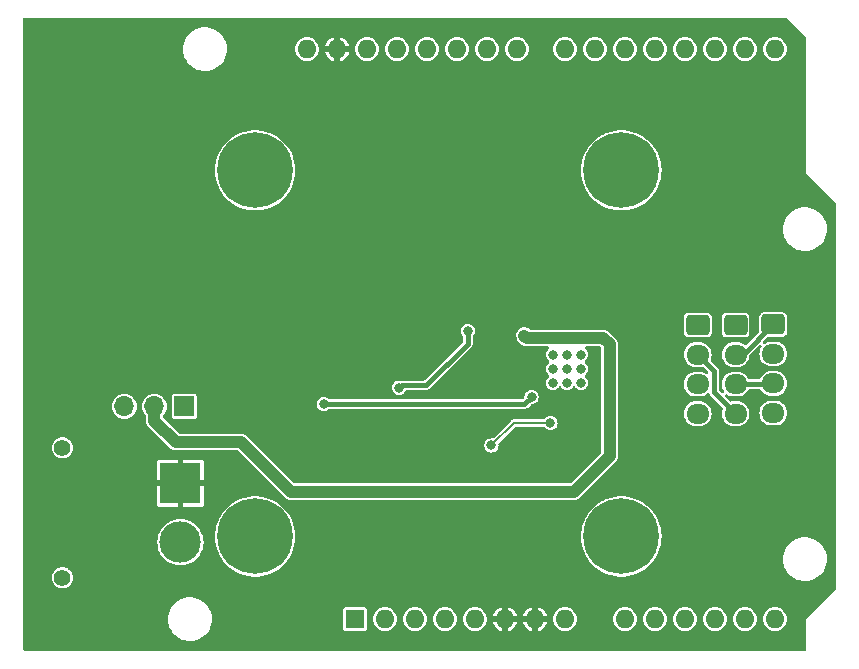
<source format=gbr>
%TF.GenerationSoftware,KiCad,Pcbnew,(7.0.0-0)*%
%TF.CreationDate,2023-03-13T18:12:38+01:00*%
%TF.ProjectId,tmc2209_devboard,746d6332-3230-4395-9f64-6576626f6172,rev?*%
%TF.SameCoordinates,Original*%
%TF.FileFunction,Copper,L2,Bot*%
%TF.FilePolarity,Positive*%
%FSLAX46Y46*%
G04 Gerber Fmt 4.6, Leading zero omitted, Abs format (unit mm)*
G04 Created by KiCad (PCBNEW (7.0.0-0)) date 2023-03-13 18:12:38*
%MOMM*%
%LPD*%
G01*
G04 APERTURE LIST*
G04 Aperture macros list*
%AMRoundRect*
0 Rectangle with rounded corners*
0 $1 Rounding radius*
0 $2 $3 $4 $5 $6 $7 $8 $9 X,Y pos of 4 corners*
0 Add a 4 corners polygon primitive as box body*
4,1,4,$2,$3,$4,$5,$6,$7,$8,$9,$2,$3,0*
0 Add four circle primitives for the rounded corners*
1,1,$1+$1,$2,$3*
1,1,$1+$1,$4,$5*
1,1,$1+$1,$6,$7*
1,1,$1+$1,$8,$9*
0 Add four rect primitives between the rounded corners*
20,1,$1+$1,$2,$3,$4,$5,0*
20,1,$1+$1,$4,$5,$6,$7,0*
20,1,$1+$1,$6,$7,$8,$9,0*
20,1,$1+$1,$8,$9,$2,$3,0*%
G04 Aperture macros list end*
%TA.AperFunction,ComponentPad*%
%ADD10R,1.700000X1.700000*%
%TD*%
%TA.AperFunction,ComponentPad*%
%ADD11O,1.700000X1.700000*%
%TD*%
%TA.AperFunction,ComponentPad*%
%ADD12C,6.400000*%
%TD*%
%TA.AperFunction,ComponentPad*%
%ADD13RoundRect,0.250000X-0.725000X0.600000X-0.725000X-0.600000X0.725000X-0.600000X0.725000X0.600000X0*%
%TD*%
%TA.AperFunction,ComponentPad*%
%ADD14O,1.950000X1.700000*%
%TD*%
%TA.AperFunction,ComponentPad*%
%ADD15C,1.400000*%
%TD*%
%TA.AperFunction,ComponentPad*%
%ADD16R,3.500000X3.500000*%
%TD*%
%TA.AperFunction,ComponentPad*%
%ADD17C,3.500000*%
%TD*%
%TA.AperFunction,ComponentPad*%
%ADD18R,1.600000X1.600000*%
%TD*%
%TA.AperFunction,ComponentPad*%
%ADD19O,1.600000X1.600000*%
%TD*%
%TA.AperFunction,ViaPad*%
%ADD20C,0.800000*%
%TD*%
%TA.AperFunction,Conductor*%
%ADD21C,0.400000*%
%TD*%
%TA.AperFunction,Conductor*%
%ADD22C,1.000000*%
%TD*%
%TA.AperFunction,Conductor*%
%ADD23C,0.200000*%
%TD*%
G04 APERTURE END LIST*
D10*
%TO.P,J2,1,Pin_1*%
%TO.N,+28V*%
X55999999Y-54999999D03*
D11*
%TO.P,J2,2,Pin_2*%
%TO.N,Vdrive*%
X53459999Y-54999999D03*
%TO.P,J2,3,Pin_3*%
%TO.N,Net-(A1-VIN)*%
X50919999Y-54999999D03*
%TD*%
D12*
%TO.P,H1,1*%
%TO.N,N/C*%
X62000000Y-35000000D03*
%TD*%
%TO.P,H4,1*%
%TO.N,N/C*%
X62000000Y-66000000D03*
%TD*%
%TO.P,H3,1*%
%TO.N,N/C*%
X93000000Y-66000000D03*
%TD*%
D13*
%TO.P,J5,1,Pin_1*%
%TO.N,OB2*%
X99467500Y-48100000D03*
D14*
%TO.P,J5,2,Pin_2*%
%TO.N,OB1*%
X99467499Y-50599999D03*
%TO.P,J5,3,Pin_3*%
%TO.N,OA1*%
X99467499Y-53099999D03*
%TO.P,J5,4,Pin_4*%
%TO.N,OA2*%
X99467499Y-55599999D03*
%TD*%
D15*
%TO.P,J1,*%
%TO.N,*%
X45675000Y-69500000D03*
X45675000Y-58500000D03*
D16*
%TO.P,J1,1,Pin_1*%
%TO.N,GND*%
X55674999Y-61499999D03*
D17*
%TO.P,J1,2,Pin_2*%
%TO.N,+28V*%
X55675000Y-66500000D03*
%TD*%
D13*
%TO.P,J4,1,Pin_1*%
%TO.N,OA1*%
X105867500Y-48050000D03*
D14*
%TO.P,J4,2,Pin_2*%
%TO.N,OB1*%
X105867499Y-50549999D03*
%TO.P,J4,3,Pin_3*%
%TO.N,OA2*%
X105867499Y-53049999D03*
%TO.P,J4,4,Pin_4*%
%TO.N,OB2*%
X105867499Y-55549999D03*
%TD*%
D12*
%TO.P,H2,1*%
%TO.N,N/C*%
X93000000Y-35000000D03*
%TD*%
D13*
%TO.P,J6,1,Pin_1*%
%TO.N,OB2*%
X102667500Y-48100000D03*
D14*
%TO.P,J6,2,Pin_2*%
%TO.N,OA1*%
X102667499Y-50599999D03*
%TO.P,J6,3,Pin_3*%
%TO.N,OA2*%
X102667499Y-53099999D03*
%TO.P,J6,4,Pin_4*%
%TO.N,OB1*%
X102667499Y-55599999D03*
%TD*%
D18*
%TO.P,A1,1,NC*%
%TO.N,unconnected-(A1-NC-Pad1)*%
X70449999Y-72999999D03*
D19*
%TO.P,A1,2,IOREF*%
%TO.N,unconnected-(A1-IOREF-Pad2)*%
X72989999Y-72999999D03*
%TO.P,A1,3,~{RESET}*%
%TO.N,rst*%
X75529999Y-72999999D03*
%TO.P,A1,4,3V3*%
%TO.N,+3V3*%
X78069999Y-72999999D03*
%TO.P,A1,5,+5V*%
%TO.N,+5V*%
X80609999Y-72999999D03*
%TO.P,A1,6,GND*%
%TO.N,GND*%
X83149999Y-72999999D03*
%TO.P,A1,7,GND*%
X85689999Y-72999999D03*
%TO.P,A1,8,VIN*%
%TO.N,Net-(A1-VIN)*%
X88229999Y-72999999D03*
%TO.P,A1,9,A0*%
%TO.N,voltage_detect*%
X93309999Y-72999999D03*
%TO.P,A1,10,A1*%
%TO.N,unconnected-(A1-A1-Pad10)*%
X95849999Y-72999999D03*
%TO.P,A1,11,A2*%
%TO.N,unconnected-(A1-A2-Pad11)*%
X98389999Y-72999999D03*
%TO.P,A1,12,A3*%
%TO.N,unconnected-(A1-A3-Pad12)*%
X100929999Y-72999999D03*
%TO.P,A1,13,SDA/A4*%
%TO.N,unconnected-(A1-SDA{slash}A4-Pad13)*%
X103469999Y-72999999D03*
%TO.P,A1,14,SCL/A5*%
%TO.N,unconnected-(A1-SCL{slash}A5-Pad14)*%
X106009999Y-72999999D03*
%TO.P,A1,15,D0/RX*%
%TO.N,unconnected-(A1-D0{slash}RX-Pad15)*%
X106009999Y-24739999D03*
%TO.P,A1,16,D1/TX*%
%TO.N,unconnected-(A1-D1{slash}TX-Pad16)*%
X103469999Y-24739999D03*
%TO.P,A1,17,D2*%
%TO.N,MOT_ENABLE*%
X100929999Y-24739999D03*
%TO.P,A1,18,D3*%
%TO.N,MOT_SPREAD*%
X98389999Y-24739999D03*
%TO.P,A1,19,D4*%
%TO.N,MOT_MS1*%
X95849999Y-24739999D03*
%TO.P,A1,20,D5*%
%TO.N,MOT_MS2*%
X93309999Y-24739999D03*
%TO.P,A1,21,D6*%
%TO.N,MOT_DIAG*%
X90769999Y-24739999D03*
%TO.P,A1,22,D7*%
%TO.N,MOT_INDEX*%
X88229999Y-24739999D03*
%TO.P,A1,23,D8*%
%TO.N,MOT_CLK*%
X84169999Y-24739999D03*
%TO.P,A1,24,D9*%
%TO.N,MOT_UART_RX*%
X81629999Y-24739999D03*
%TO.P,A1,25,D10*%
%TO.N,MOT_UART_TX*%
X79089999Y-24739999D03*
%TO.P,A1,26,D11*%
%TO.N,MOT_STEP*%
X76549999Y-24739999D03*
%TO.P,A1,27,D12*%
%TO.N,MOT_DIR*%
X74009999Y-24739999D03*
%TO.P,A1,28,D13*%
%TO.N,MOT_STANDBY*%
X71469999Y-24739999D03*
%TO.P,A1,29,GND*%
%TO.N,GND*%
X68929999Y-24739999D03*
%TO.P,A1,30,AREF*%
%TO.N,unconnected-(A1-AREF-Pad30)*%
X66389999Y-24739999D03*
%TD*%
D20*
%TO.N,+5V*%
X85400000Y-54200000D03*
X67800000Y-54800000D03*
%TO.N,GND*%
X109750000Y-53000000D03*
X68700000Y-58800000D03*
X60000000Y-74000000D03*
X97000000Y-26600000D03*
X82800000Y-42600000D03*
X109750000Y-49000000D03*
X80200000Y-33000000D03*
X68600000Y-39800000D03*
X95800000Y-62800000D03*
X86725000Y-43200000D03*
X96600000Y-30600000D03*
X68600000Y-32000000D03*
X84000000Y-36600000D03*
X72600000Y-63500000D03*
X82400000Y-71200000D03*
X52800000Y-32600000D03*
X47800000Y-55600000D03*
X90000000Y-58400000D03*
X97800000Y-49600000D03*
X44600000Y-54800000D03*
X68200000Y-63600000D03*
X75200000Y-27000000D03*
X70200000Y-37200000D03*
X93000000Y-41600000D03*
X84200000Y-60000000D03*
X45200000Y-30200000D03*
X55200000Y-49300000D03*
X45500000Y-48000000D03*
X91200000Y-31000000D03*
X78200000Y-47200000D03*
X72800000Y-46000000D03*
X84100000Y-57900000D03*
X81800000Y-56300000D03*
X93200000Y-49600000D03*
X98800000Y-34400000D03*
X93600000Y-45200000D03*
X90600000Y-56000000D03*
X77100000Y-63600000D03*
X70500000Y-63500000D03*
X72250000Y-57250000D03*
X61200000Y-56500000D03*
X78000000Y-27000000D03*
X70800000Y-69200000D03*
X96600000Y-68800000D03*
X88600000Y-33800000D03*
X46800000Y-51100000D03*
X91600000Y-47800000D03*
X65600000Y-28600000D03*
X75400000Y-39400000D03*
X90600000Y-62600000D03*
X52200000Y-74000000D03*
X97000000Y-39200000D03*
X96600000Y-59600000D03*
X93600000Y-56400000D03*
X86400000Y-29800000D03*
X49200000Y-60000000D03*
X83800000Y-27000000D03*
X53000000Y-26600000D03*
X72600000Y-26800000D03*
X78700000Y-56600000D03*
X78200000Y-59100000D03*
X102200000Y-37800000D03*
X89200000Y-47400000D03*
X95800000Y-56200000D03*
X74800000Y-63600000D03*
X79200000Y-68600000D03*
X91600000Y-45200000D03*
X51000000Y-30200000D03*
X68800000Y-27000000D03*
X89800000Y-43600000D03*
X69000000Y-52250000D03*
X82800000Y-45800000D03*
X70400000Y-29200000D03*
X105400000Y-31400000D03*
X55400000Y-35000000D03*
X82800000Y-38600000D03*
X89200000Y-39400000D03*
X84000000Y-66800000D03*
X104300000Y-62300000D03*
X93500000Y-58800000D03*
X93400000Y-53800000D03*
X89600000Y-26800000D03*
X65600000Y-48200000D03*
X99600000Y-28000000D03*
X65400000Y-60200000D03*
X110250000Y-59750000D03*
X72400000Y-39600000D03*
X104400000Y-67000000D03*
X56200000Y-27600000D03*
X82600000Y-32200000D03*
X109750000Y-56750000D03*
X66200000Y-68800000D03*
X46200000Y-73800000D03*
X78600000Y-49400000D03*
X46600000Y-36900000D03*
X65500000Y-54800000D03*
X78200000Y-39000000D03*
X106800000Y-27000000D03*
X79400000Y-63600000D03*
X94400000Y-26600000D03*
X95800000Y-47200000D03*
X101400000Y-64500000D03*
X86600000Y-27000000D03*
X107200000Y-35200000D03*
X68200000Y-45200000D03*
X92200000Y-26800000D03*
X102600000Y-27400000D03*
X70800000Y-43200000D03*
X99600000Y-44300000D03*
X54800000Y-31800000D03*
X87000000Y-40800000D03*
X77400000Y-69700000D03*
X93600000Y-47800000D03*
X86900000Y-59000000D03*
X76900000Y-71800000D03*
X90800000Y-74600000D03*
X80200000Y-45400000D03*
X106800000Y-61600000D03*
X89600000Y-46800000D03*
X49600000Y-68000000D03*
X68600000Y-71600000D03*
X84600000Y-63800000D03*
X62400000Y-49700000D03*
X48800000Y-34600000D03*
X96600000Y-44000000D03*
X95000000Y-44000000D03*
X110200000Y-44000000D03*
X80400000Y-58400000D03*
X97800000Y-54000000D03*
X44800000Y-33600000D03*
X65000000Y-74000000D03*
X55600000Y-23000000D03*
X108500000Y-44000000D03*
X95000000Y-59600000D03*
X110250000Y-65250000D03*
X48000000Y-23200000D03*
X88200000Y-55600000D03*
X84000000Y-69200000D03*
%TO.N,Vdrive*%
X92000000Y-56750000D03*
X92000000Y-49750000D03*
X84800000Y-49000000D03*
X92000000Y-53750000D03*
%TO.N,Net-(JP5-A)*%
X82000000Y-58300000D03*
X87000000Y-56400000D03*
X87000000Y-56400000D03*
%TO.N,Net-(D3-K)*%
X80000000Y-48600000D03*
X74200000Y-53400000D03*
%TO.N,unconnected-(U1-EXP-Pad29)*%
X89600000Y-53000000D03*
X88400000Y-50600000D03*
X88400000Y-51800000D03*
X89600000Y-51800000D03*
X88400000Y-53000000D03*
X87200000Y-51800000D03*
X87200000Y-50600000D03*
X89600000Y-50600000D03*
X87200000Y-53000000D03*
%TD*%
D21*
%TO.N,+5V*%
X67800000Y-54800000D02*
X84800000Y-54800000D01*
X84800000Y-54800000D02*
X85400000Y-54200000D01*
D22*
%TO.N,Vdrive*%
X89000000Y-62200000D02*
X65000000Y-62200000D01*
X92000000Y-56000000D02*
X92000000Y-56750000D01*
X92000000Y-59200000D02*
X89000000Y-62200000D01*
X92000000Y-49750000D02*
X92000000Y-56750000D01*
X91450000Y-49200000D02*
X85000000Y-49200000D01*
X65000000Y-62200000D02*
X62550000Y-59750000D01*
X55257919Y-58000000D02*
X53460000Y-56202081D01*
X92000000Y-56750000D02*
X92000000Y-59200000D01*
X62550000Y-59750000D02*
X60800000Y-58000000D01*
X92000000Y-49750000D02*
X91450000Y-49200000D01*
X85000000Y-49200000D02*
X84800000Y-49000000D01*
X53460000Y-56202081D02*
X53460000Y-55000000D01*
X60800000Y-58000000D02*
X55257919Y-58000000D01*
D23*
%TO.N,Net-(JP5-A)*%
X87000000Y-56400000D02*
X83900000Y-56400000D01*
X83900000Y-56400000D02*
X82000000Y-58300000D01*
D21*
%TO.N,Net-(D3-K)*%
X80000000Y-49668629D02*
X76468629Y-53200000D01*
X76468629Y-53200000D02*
X74400000Y-53200000D01*
X74400000Y-53200000D02*
X74200000Y-53400000D01*
X80000000Y-48600000D02*
X80000000Y-49668629D01*
%TO.N,OA1*%
X103317500Y-50600000D02*
X102667500Y-50600000D01*
X105867500Y-48050000D02*
X103317500Y-50600000D01*
%TO.N,OB1*%
X100842500Y-53775000D02*
X102667500Y-55600000D01*
X99467500Y-50600000D02*
X100842500Y-51975000D01*
X100842500Y-51975000D02*
X100842500Y-53775000D01*
%TO.N,OA2*%
X102667500Y-53100000D02*
X105817500Y-53100000D01*
X105817500Y-53100000D02*
X105867500Y-53050000D01*
%TD*%
%TA.AperFunction,Conductor*%
%TO.N,GND*%
G36*
X106964818Y-22084939D02*
G01*
X107005046Y-22111819D01*
X108638181Y-23744954D01*
X108665061Y-23785182D01*
X108674500Y-23832635D01*
X108674500Y-35221325D01*
X108674273Y-35226519D01*
X108672393Y-35229205D01*
X108673338Y-35240011D01*
X108673338Y-35240014D01*
X108674028Y-35247897D01*
X108674138Y-35250416D01*
X108674357Y-35251658D01*
X108674500Y-35253293D01*
X108674500Y-35261258D01*
X108674500Y-35263312D01*
X108674290Y-35263312D01*
X108674100Y-35265174D01*
X108674478Y-35266583D01*
X108675653Y-35266481D01*
X108677182Y-35283955D01*
X108684067Y-35290840D01*
X108685121Y-35292495D01*
X108688452Y-35301645D01*
X108697848Y-35307070D01*
X108706158Y-35314042D01*
X108705652Y-35314644D01*
X108715185Y-35321958D01*
X111138181Y-37744954D01*
X111165061Y-37785182D01*
X111174500Y-37832635D01*
X111174500Y-70417365D01*
X111165061Y-70464818D01*
X111138181Y-70505046D01*
X108716889Y-72926335D01*
X108713053Y-72929849D01*
X108709828Y-72930419D01*
X108702860Y-72938721D01*
X108702853Y-72938728D01*
X108697759Y-72944800D01*
X108696060Y-72946654D01*
X108695334Y-72947690D01*
X108694289Y-72948936D01*
X108688658Y-72954567D01*
X108688654Y-72954571D01*
X108688014Y-72955211D01*
X108687207Y-72956018D01*
X108687059Y-72955870D01*
X108685600Y-72957059D01*
X108684869Y-72958326D01*
X108685773Y-72959085D01*
X108681471Y-72964211D01*
X108681469Y-72964214D01*
X108674500Y-72972520D01*
X108674500Y-72982252D01*
X108674073Y-72984177D01*
X108669960Y-72992998D01*
X108672767Y-73003473D01*
X108673713Y-73014286D01*
X108672932Y-73014354D01*
X108674500Y-73026268D01*
X108674500Y-75550500D01*
X108657887Y-75612500D01*
X108612500Y-75657887D01*
X108550500Y-75674500D01*
X42449500Y-75674500D01*
X42387500Y-75657887D01*
X42342113Y-75612500D01*
X42325500Y-75550500D01*
X42325500Y-73067765D01*
X54625788Y-73067765D01*
X54626282Y-73072262D01*
X54626283Y-73072267D01*
X54654917Y-73332506D01*
X54654918Y-73332513D01*
X54655414Y-73337018D01*
X54656559Y-73341398D01*
X54656561Y-73341408D01*
X54688830Y-73464838D01*
X54723928Y-73599088D01*
X54725693Y-73603242D01*
X54725696Y-73603250D01*
X54825788Y-73838784D01*
X54829870Y-73848390D01*
X54832226Y-73852251D01*
X54832229Y-73852256D01*
X54933313Y-74017888D01*
X54970982Y-74079610D01*
X55144255Y-74287820D01*
X55147630Y-74290844D01*
X55147631Y-74290845D01*
X55252330Y-74384656D01*
X55345998Y-74468582D01*
X55571910Y-74618044D01*
X55817176Y-74733020D01*
X56076569Y-74811060D01*
X56344561Y-74850500D01*
X56545369Y-74850500D01*
X56547631Y-74850500D01*
X56750156Y-74835677D01*
X57014553Y-74776780D01*
X57267558Y-74680014D01*
X57503777Y-74547441D01*
X57718177Y-74381888D01*
X57906186Y-74186881D01*
X58063799Y-73966579D01*
X58139290Y-73819748D01*
X69449500Y-73819748D01*
X69450688Y-73825723D01*
X69450689Y-73825728D01*
X69453286Y-73838784D01*
X69461133Y-73878231D01*
X69505448Y-73944552D01*
X69571769Y-73988867D01*
X69630252Y-74000500D01*
X71263652Y-74000500D01*
X71269748Y-74000500D01*
X71328231Y-73988867D01*
X71394552Y-73944552D01*
X71438867Y-73878231D01*
X71450500Y-73819748D01*
X71450500Y-73000000D01*
X71984659Y-73000000D01*
X71985256Y-73006062D01*
X72003378Y-73190067D01*
X72003379Y-73190073D01*
X72003976Y-73196132D01*
X72005743Y-73201957D01*
X72005744Y-73201962D01*
X72048045Y-73341408D01*
X72061186Y-73384727D01*
X72064055Y-73390095D01*
X72064057Y-73390099D01*
X72151215Y-73553161D01*
X72151219Y-73553167D01*
X72154090Y-73558538D01*
X72279117Y-73710883D01*
X72431462Y-73835910D01*
X72436834Y-73838781D01*
X72436838Y-73838784D01*
X72510639Y-73878231D01*
X72605273Y-73928814D01*
X72793868Y-73986024D01*
X72990000Y-74005341D01*
X73186132Y-73986024D01*
X73374727Y-73928814D01*
X73548538Y-73835910D01*
X73700883Y-73710883D01*
X73825910Y-73558538D01*
X73918814Y-73384727D01*
X73976024Y-73196132D01*
X73995341Y-73000000D01*
X74524659Y-73000000D01*
X74525256Y-73006062D01*
X74543378Y-73190067D01*
X74543379Y-73190073D01*
X74543976Y-73196132D01*
X74545743Y-73201957D01*
X74545744Y-73201962D01*
X74588045Y-73341408D01*
X74601186Y-73384727D01*
X74604055Y-73390095D01*
X74604057Y-73390099D01*
X74691215Y-73553161D01*
X74691219Y-73553167D01*
X74694090Y-73558538D01*
X74819117Y-73710883D01*
X74971462Y-73835910D01*
X74976834Y-73838781D01*
X74976838Y-73838784D01*
X75050639Y-73878231D01*
X75145273Y-73928814D01*
X75333868Y-73986024D01*
X75530000Y-74005341D01*
X75726132Y-73986024D01*
X75914727Y-73928814D01*
X76088538Y-73835910D01*
X76240883Y-73710883D01*
X76365910Y-73558538D01*
X76458814Y-73384727D01*
X76516024Y-73196132D01*
X76535341Y-73000000D01*
X77064659Y-73000000D01*
X77065256Y-73006062D01*
X77083378Y-73190067D01*
X77083379Y-73190073D01*
X77083976Y-73196132D01*
X77085743Y-73201957D01*
X77085744Y-73201962D01*
X77128045Y-73341408D01*
X77141186Y-73384727D01*
X77144055Y-73390095D01*
X77144057Y-73390099D01*
X77231215Y-73553161D01*
X77231219Y-73553167D01*
X77234090Y-73558538D01*
X77359117Y-73710883D01*
X77511462Y-73835910D01*
X77516834Y-73838781D01*
X77516838Y-73838784D01*
X77590639Y-73878231D01*
X77685273Y-73928814D01*
X77873868Y-73986024D01*
X78070000Y-74005341D01*
X78266132Y-73986024D01*
X78454727Y-73928814D01*
X78628538Y-73835910D01*
X78780883Y-73710883D01*
X78905910Y-73558538D01*
X78998814Y-73384727D01*
X79056024Y-73196132D01*
X79075341Y-73000000D01*
X79604659Y-73000000D01*
X79605256Y-73006062D01*
X79623378Y-73190067D01*
X79623379Y-73190073D01*
X79623976Y-73196132D01*
X79625743Y-73201957D01*
X79625744Y-73201962D01*
X79668045Y-73341408D01*
X79681186Y-73384727D01*
X79684055Y-73390095D01*
X79684057Y-73390099D01*
X79771215Y-73553161D01*
X79771219Y-73553167D01*
X79774090Y-73558538D01*
X79899117Y-73710883D01*
X80051462Y-73835910D01*
X80056834Y-73838781D01*
X80056838Y-73838784D01*
X80130639Y-73878231D01*
X80225273Y-73928814D01*
X80413868Y-73986024D01*
X80610000Y-74005341D01*
X80806132Y-73986024D01*
X80994727Y-73928814D01*
X81168538Y-73835910D01*
X81320883Y-73710883D01*
X81445910Y-73558538D01*
X81538814Y-73384727D01*
X81578891Y-73252612D01*
X82132111Y-73252612D01*
X82132804Y-73263897D01*
X82173464Y-73397934D01*
X82178103Y-73409134D01*
X82269857Y-73580795D01*
X82276599Y-73590884D01*
X82400082Y-73741348D01*
X82408651Y-73749917D01*
X82559115Y-73873400D01*
X82569204Y-73880142D01*
X82740865Y-73971896D01*
X82752065Y-73976535D01*
X82886102Y-74017195D01*
X82897387Y-74017888D01*
X82900000Y-74006887D01*
X83400000Y-74006887D01*
X83402612Y-74017888D01*
X83413897Y-74017195D01*
X83547934Y-73976535D01*
X83559134Y-73971896D01*
X83730795Y-73880142D01*
X83740884Y-73873400D01*
X83891348Y-73749917D01*
X83899917Y-73741348D01*
X84023400Y-73590884D01*
X84030142Y-73580795D01*
X84121896Y-73409134D01*
X84126535Y-73397934D01*
X84167195Y-73263897D01*
X84167888Y-73252612D01*
X84672111Y-73252612D01*
X84672804Y-73263897D01*
X84713464Y-73397934D01*
X84718103Y-73409134D01*
X84809857Y-73580795D01*
X84816599Y-73590884D01*
X84940082Y-73741348D01*
X84948651Y-73749917D01*
X85099115Y-73873400D01*
X85109204Y-73880142D01*
X85280865Y-73971896D01*
X85292065Y-73976535D01*
X85426102Y-74017195D01*
X85437387Y-74017888D01*
X85440000Y-74006887D01*
X85940000Y-74006887D01*
X85942612Y-74017888D01*
X85953897Y-74017195D01*
X86087934Y-73976535D01*
X86099134Y-73971896D01*
X86270795Y-73880142D01*
X86280884Y-73873400D01*
X86431348Y-73749917D01*
X86439917Y-73741348D01*
X86563400Y-73590884D01*
X86570142Y-73580795D01*
X86661896Y-73409134D01*
X86666535Y-73397934D01*
X86707195Y-73263897D01*
X86707888Y-73252612D01*
X86696887Y-73250000D01*
X85956326Y-73250000D01*
X85943450Y-73253450D01*
X85940000Y-73266326D01*
X85940000Y-74006887D01*
X85440000Y-74006887D01*
X85440000Y-73266326D01*
X85436549Y-73253450D01*
X85423674Y-73250000D01*
X84683113Y-73250000D01*
X84672111Y-73252612D01*
X84167888Y-73252612D01*
X84156887Y-73250000D01*
X83416326Y-73250000D01*
X83403450Y-73253450D01*
X83400000Y-73266326D01*
X83400000Y-74006887D01*
X82900000Y-74006887D01*
X82900000Y-73266326D01*
X82896549Y-73253450D01*
X82883674Y-73250000D01*
X82143113Y-73250000D01*
X82132111Y-73252612D01*
X81578891Y-73252612D01*
X81596024Y-73196132D01*
X81615341Y-73000000D01*
X87224659Y-73000000D01*
X87225256Y-73006062D01*
X87243378Y-73190067D01*
X87243379Y-73190073D01*
X87243976Y-73196132D01*
X87245743Y-73201957D01*
X87245744Y-73201962D01*
X87288045Y-73341408D01*
X87301186Y-73384727D01*
X87304055Y-73390095D01*
X87304057Y-73390099D01*
X87391215Y-73553161D01*
X87391219Y-73553167D01*
X87394090Y-73558538D01*
X87519117Y-73710883D01*
X87671462Y-73835910D01*
X87676834Y-73838781D01*
X87676838Y-73838784D01*
X87750639Y-73878231D01*
X87845273Y-73928814D01*
X88033868Y-73986024D01*
X88230000Y-74005341D01*
X88426132Y-73986024D01*
X88614727Y-73928814D01*
X88788538Y-73835910D01*
X88940883Y-73710883D01*
X89065910Y-73558538D01*
X89158814Y-73384727D01*
X89216024Y-73196132D01*
X89235341Y-73000000D01*
X92304659Y-73000000D01*
X92305256Y-73006062D01*
X92323378Y-73190067D01*
X92323379Y-73190073D01*
X92323976Y-73196132D01*
X92325743Y-73201957D01*
X92325744Y-73201962D01*
X92368045Y-73341408D01*
X92381186Y-73384727D01*
X92384055Y-73390095D01*
X92384057Y-73390099D01*
X92471215Y-73553161D01*
X92471219Y-73553167D01*
X92474090Y-73558538D01*
X92599117Y-73710883D01*
X92751462Y-73835910D01*
X92756834Y-73838781D01*
X92756838Y-73838784D01*
X92830639Y-73878231D01*
X92925273Y-73928814D01*
X93113868Y-73986024D01*
X93310000Y-74005341D01*
X93506132Y-73986024D01*
X93694727Y-73928814D01*
X93868538Y-73835910D01*
X94020883Y-73710883D01*
X94145910Y-73558538D01*
X94238814Y-73384727D01*
X94296024Y-73196132D01*
X94315341Y-73000000D01*
X94844659Y-73000000D01*
X94845256Y-73006062D01*
X94863378Y-73190067D01*
X94863379Y-73190073D01*
X94863976Y-73196132D01*
X94865743Y-73201957D01*
X94865744Y-73201962D01*
X94908045Y-73341408D01*
X94921186Y-73384727D01*
X94924055Y-73390095D01*
X94924057Y-73390099D01*
X95011215Y-73553161D01*
X95011219Y-73553167D01*
X95014090Y-73558538D01*
X95139117Y-73710883D01*
X95291462Y-73835910D01*
X95296834Y-73838781D01*
X95296838Y-73838784D01*
X95370639Y-73878231D01*
X95465273Y-73928814D01*
X95653868Y-73986024D01*
X95850000Y-74005341D01*
X96046132Y-73986024D01*
X96234727Y-73928814D01*
X96408538Y-73835910D01*
X96560883Y-73710883D01*
X96685910Y-73558538D01*
X96778814Y-73384727D01*
X96836024Y-73196132D01*
X96855341Y-73000000D01*
X97384659Y-73000000D01*
X97385256Y-73006062D01*
X97403378Y-73190067D01*
X97403379Y-73190073D01*
X97403976Y-73196132D01*
X97405743Y-73201957D01*
X97405744Y-73201962D01*
X97448045Y-73341408D01*
X97461186Y-73384727D01*
X97464055Y-73390095D01*
X97464057Y-73390099D01*
X97551215Y-73553161D01*
X97551219Y-73553167D01*
X97554090Y-73558538D01*
X97679117Y-73710883D01*
X97831462Y-73835910D01*
X97836834Y-73838781D01*
X97836838Y-73838784D01*
X97910639Y-73878231D01*
X98005273Y-73928814D01*
X98193868Y-73986024D01*
X98390000Y-74005341D01*
X98586132Y-73986024D01*
X98774727Y-73928814D01*
X98948538Y-73835910D01*
X99100883Y-73710883D01*
X99225910Y-73558538D01*
X99318814Y-73384727D01*
X99376024Y-73196132D01*
X99395341Y-73000000D01*
X99924659Y-73000000D01*
X99925256Y-73006062D01*
X99943378Y-73190067D01*
X99943379Y-73190073D01*
X99943976Y-73196132D01*
X99945743Y-73201957D01*
X99945744Y-73201962D01*
X99988045Y-73341408D01*
X100001186Y-73384727D01*
X100004055Y-73390095D01*
X100004057Y-73390099D01*
X100091215Y-73553161D01*
X100091219Y-73553167D01*
X100094090Y-73558538D01*
X100219117Y-73710883D01*
X100371462Y-73835910D01*
X100376834Y-73838781D01*
X100376838Y-73838784D01*
X100450639Y-73878231D01*
X100545273Y-73928814D01*
X100733868Y-73986024D01*
X100930000Y-74005341D01*
X101126132Y-73986024D01*
X101314727Y-73928814D01*
X101488538Y-73835910D01*
X101640883Y-73710883D01*
X101765910Y-73558538D01*
X101858814Y-73384727D01*
X101916024Y-73196132D01*
X101935341Y-73000000D01*
X102464659Y-73000000D01*
X102465256Y-73006062D01*
X102483378Y-73190067D01*
X102483379Y-73190073D01*
X102483976Y-73196132D01*
X102485743Y-73201957D01*
X102485744Y-73201962D01*
X102528045Y-73341408D01*
X102541186Y-73384727D01*
X102544055Y-73390095D01*
X102544057Y-73390099D01*
X102631215Y-73553161D01*
X102631219Y-73553167D01*
X102634090Y-73558538D01*
X102759117Y-73710883D01*
X102911462Y-73835910D01*
X102916834Y-73838781D01*
X102916838Y-73838784D01*
X102990639Y-73878231D01*
X103085273Y-73928814D01*
X103273868Y-73986024D01*
X103470000Y-74005341D01*
X103666132Y-73986024D01*
X103854727Y-73928814D01*
X104028538Y-73835910D01*
X104180883Y-73710883D01*
X104305910Y-73558538D01*
X104398814Y-73384727D01*
X104456024Y-73196132D01*
X104475341Y-73000000D01*
X105004659Y-73000000D01*
X105005256Y-73006062D01*
X105023378Y-73190067D01*
X105023379Y-73190073D01*
X105023976Y-73196132D01*
X105025743Y-73201957D01*
X105025744Y-73201962D01*
X105068045Y-73341408D01*
X105081186Y-73384727D01*
X105084055Y-73390095D01*
X105084057Y-73390099D01*
X105171215Y-73553161D01*
X105171219Y-73553167D01*
X105174090Y-73558538D01*
X105299117Y-73710883D01*
X105451462Y-73835910D01*
X105456834Y-73838781D01*
X105456838Y-73838784D01*
X105530639Y-73878231D01*
X105625273Y-73928814D01*
X105813868Y-73986024D01*
X106010000Y-74005341D01*
X106206132Y-73986024D01*
X106394727Y-73928814D01*
X106568538Y-73835910D01*
X106720883Y-73710883D01*
X106845910Y-73558538D01*
X106938814Y-73384727D01*
X106996024Y-73196132D01*
X107015341Y-73000000D01*
X107014207Y-72988491D01*
X106996621Y-72809932D01*
X106996024Y-72803868D01*
X106938814Y-72615273D01*
X106845910Y-72441462D01*
X106720883Y-72289117D01*
X106568538Y-72164090D01*
X106563167Y-72161219D01*
X106563161Y-72161215D01*
X106400099Y-72074057D01*
X106400095Y-72074055D01*
X106394727Y-72071186D01*
X106376316Y-72065601D01*
X106211962Y-72015744D01*
X106211957Y-72015743D01*
X106206132Y-72013976D01*
X106200073Y-72013379D01*
X106200067Y-72013378D01*
X106016062Y-71995256D01*
X106010000Y-71994659D01*
X106003938Y-71995256D01*
X105819932Y-72013378D01*
X105819924Y-72013379D01*
X105813868Y-72013976D01*
X105808044Y-72015742D01*
X105808037Y-72015744D01*
X105631100Y-72069418D01*
X105631096Y-72069419D01*
X105625273Y-72071186D01*
X105619907Y-72074053D01*
X105619900Y-72074057D01*
X105456838Y-72161215D01*
X105456827Y-72161222D01*
X105451462Y-72164090D01*
X105446754Y-72167953D01*
X105446749Y-72167957D01*
X105303823Y-72285254D01*
X105303818Y-72285258D01*
X105299117Y-72289117D01*
X105295258Y-72293818D01*
X105295254Y-72293823D01*
X105177957Y-72436749D01*
X105177953Y-72436754D01*
X105174090Y-72441462D01*
X105171222Y-72446827D01*
X105171215Y-72446838D01*
X105084057Y-72609900D01*
X105084053Y-72609907D01*
X105081186Y-72615273D01*
X105079419Y-72621096D01*
X105079418Y-72621100D01*
X105025744Y-72798037D01*
X105025742Y-72798044D01*
X105023976Y-72803868D01*
X105023379Y-72809924D01*
X105023378Y-72809932D01*
X105005349Y-72992998D01*
X105004659Y-73000000D01*
X104475341Y-73000000D01*
X104474207Y-72988491D01*
X104456621Y-72809932D01*
X104456024Y-72803868D01*
X104398814Y-72615273D01*
X104305910Y-72441462D01*
X104180883Y-72289117D01*
X104028538Y-72164090D01*
X104023167Y-72161219D01*
X104023161Y-72161215D01*
X103860099Y-72074057D01*
X103860095Y-72074055D01*
X103854727Y-72071186D01*
X103836316Y-72065601D01*
X103671962Y-72015744D01*
X103671957Y-72015743D01*
X103666132Y-72013976D01*
X103660073Y-72013379D01*
X103660067Y-72013378D01*
X103476062Y-71995256D01*
X103470000Y-71994659D01*
X103463938Y-71995256D01*
X103279932Y-72013378D01*
X103279924Y-72013379D01*
X103273868Y-72013976D01*
X103268044Y-72015742D01*
X103268037Y-72015744D01*
X103091100Y-72069418D01*
X103091096Y-72069419D01*
X103085273Y-72071186D01*
X103079907Y-72074053D01*
X103079900Y-72074057D01*
X102916838Y-72161215D01*
X102916827Y-72161222D01*
X102911462Y-72164090D01*
X102906754Y-72167953D01*
X102906749Y-72167957D01*
X102763823Y-72285254D01*
X102763818Y-72285258D01*
X102759117Y-72289117D01*
X102755258Y-72293818D01*
X102755254Y-72293823D01*
X102637957Y-72436749D01*
X102637953Y-72436754D01*
X102634090Y-72441462D01*
X102631222Y-72446827D01*
X102631215Y-72446838D01*
X102544057Y-72609900D01*
X102544053Y-72609907D01*
X102541186Y-72615273D01*
X102539419Y-72621096D01*
X102539418Y-72621100D01*
X102485744Y-72798037D01*
X102485742Y-72798044D01*
X102483976Y-72803868D01*
X102483379Y-72809924D01*
X102483378Y-72809932D01*
X102465349Y-72992998D01*
X102464659Y-73000000D01*
X101935341Y-73000000D01*
X101934207Y-72988491D01*
X101916621Y-72809932D01*
X101916024Y-72803868D01*
X101858814Y-72615273D01*
X101765910Y-72441462D01*
X101640883Y-72289117D01*
X101488538Y-72164090D01*
X101483167Y-72161219D01*
X101483161Y-72161215D01*
X101320099Y-72074057D01*
X101320095Y-72074055D01*
X101314727Y-72071186D01*
X101296316Y-72065601D01*
X101131962Y-72015744D01*
X101131957Y-72015743D01*
X101126132Y-72013976D01*
X101120073Y-72013379D01*
X101120067Y-72013378D01*
X100936062Y-71995256D01*
X100930000Y-71994659D01*
X100923938Y-71995256D01*
X100739932Y-72013378D01*
X100739924Y-72013379D01*
X100733868Y-72013976D01*
X100728044Y-72015742D01*
X100728037Y-72015744D01*
X100551100Y-72069418D01*
X100551096Y-72069419D01*
X100545273Y-72071186D01*
X100539907Y-72074053D01*
X100539900Y-72074057D01*
X100376838Y-72161215D01*
X100376827Y-72161222D01*
X100371462Y-72164090D01*
X100366754Y-72167953D01*
X100366749Y-72167957D01*
X100223823Y-72285254D01*
X100223818Y-72285258D01*
X100219117Y-72289117D01*
X100215258Y-72293818D01*
X100215254Y-72293823D01*
X100097957Y-72436749D01*
X100097953Y-72436754D01*
X100094090Y-72441462D01*
X100091222Y-72446827D01*
X100091215Y-72446838D01*
X100004057Y-72609900D01*
X100004053Y-72609907D01*
X100001186Y-72615273D01*
X99999419Y-72621096D01*
X99999418Y-72621100D01*
X99945744Y-72798037D01*
X99945742Y-72798044D01*
X99943976Y-72803868D01*
X99943379Y-72809924D01*
X99943378Y-72809932D01*
X99925349Y-72992998D01*
X99924659Y-73000000D01*
X99395341Y-73000000D01*
X99394207Y-72988491D01*
X99376621Y-72809932D01*
X99376024Y-72803868D01*
X99318814Y-72615273D01*
X99225910Y-72441462D01*
X99100883Y-72289117D01*
X98948538Y-72164090D01*
X98943167Y-72161219D01*
X98943161Y-72161215D01*
X98780099Y-72074057D01*
X98780095Y-72074055D01*
X98774727Y-72071186D01*
X98756316Y-72065601D01*
X98591962Y-72015744D01*
X98591957Y-72015743D01*
X98586132Y-72013976D01*
X98580073Y-72013379D01*
X98580067Y-72013378D01*
X98396062Y-71995256D01*
X98390000Y-71994659D01*
X98383938Y-71995256D01*
X98199932Y-72013378D01*
X98199924Y-72013379D01*
X98193868Y-72013976D01*
X98188044Y-72015742D01*
X98188037Y-72015744D01*
X98011100Y-72069418D01*
X98011096Y-72069419D01*
X98005273Y-72071186D01*
X97999907Y-72074053D01*
X97999900Y-72074057D01*
X97836838Y-72161215D01*
X97836827Y-72161222D01*
X97831462Y-72164090D01*
X97826754Y-72167953D01*
X97826749Y-72167957D01*
X97683823Y-72285254D01*
X97683818Y-72285258D01*
X97679117Y-72289117D01*
X97675258Y-72293818D01*
X97675254Y-72293823D01*
X97557957Y-72436749D01*
X97557953Y-72436754D01*
X97554090Y-72441462D01*
X97551222Y-72446827D01*
X97551215Y-72446838D01*
X97464057Y-72609900D01*
X97464053Y-72609907D01*
X97461186Y-72615273D01*
X97459419Y-72621096D01*
X97459418Y-72621100D01*
X97405744Y-72798037D01*
X97405742Y-72798044D01*
X97403976Y-72803868D01*
X97403379Y-72809924D01*
X97403378Y-72809932D01*
X97385349Y-72992998D01*
X97384659Y-73000000D01*
X96855341Y-73000000D01*
X96854207Y-72988491D01*
X96836621Y-72809932D01*
X96836024Y-72803868D01*
X96778814Y-72615273D01*
X96685910Y-72441462D01*
X96560883Y-72289117D01*
X96408538Y-72164090D01*
X96403167Y-72161219D01*
X96403161Y-72161215D01*
X96240099Y-72074057D01*
X96240095Y-72074055D01*
X96234727Y-72071186D01*
X96216316Y-72065601D01*
X96051962Y-72015744D01*
X96051957Y-72015743D01*
X96046132Y-72013976D01*
X96040073Y-72013379D01*
X96040067Y-72013378D01*
X95856062Y-71995256D01*
X95850000Y-71994659D01*
X95843938Y-71995256D01*
X95659932Y-72013378D01*
X95659924Y-72013379D01*
X95653868Y-72013976D01*
X95648044Y-72015742D01*
X95648037Y-72015744D01*
X95471100Y-72069418D01*
X95471096Y-72069419D01*
X95465273Y-72071186D01*
X95459907Y-72074053D01*
X95459900Y-72074057D01*
X95296838Y-72161215D01*
X95296827Y-72161222D01*
X95291462Y-72164090D01*
X95286754Y-72167953D01*
X95286749Y-72167957D01*
X95143823Y-72285254D01*
X95143818Y-72285258D01*
X95139117Y-72289117D01*
X95135258Y-72293818D01*
X95135254Y-72293823D01*
X95017957Y-72436749D01*
X95017953Y-72436754D01*
X95014090Y-72441462D01*
X95011222Y-72446827D01*
X95011215Y-72446838D01*
X94924057Y-72609900D01*
X94924053Y-72609907D01*
X94921186Y-72615273D01*
X94919419Y-72621096D01*
X94919418Y-72621100D01*
X94865744Y-72798037D01*
X94865742Y-72798044D01*
X94863976Y-72803868D01*
X94863379Y-72809924D01*
X94863378Y-72809932D01*
X94845349Y-72992998D01*
X94844659Y-73000000D01*
X94315341Y-73000000D01*
X94314207Y-72988491D01*
X94296621Y-72809932D01*
X94296024Y-72803868D01*
X94238814Y-72615273D01*
X94145910Y-72441462D01*
X94020883Y-72289117D01*
X93868538Y-72164090D01*
X93863167Y-72161219D01*
X93863161Y-72161215D01*
X93700099Y-72074057D01*
X93700095Y-72074055D01*
X93694727Y-72071186D01*
X93676316Y-72065601D01*
X93511962Y-72015744D01*
X93511957Y-72015743D01*
X93506132Y-72013976D01*
X93500073Y-72013379D01*
X93500067Y-72013378D01*
X93316062Y-71995256D01*
X93310000Y-71994659D01*
X93303938Y-71995256D01*
X93119932Y-72013378D01*
X93119924Y-72013379D01*
X93113868Y-72013976D01*
X93108044Y-72015742D01*
X93108037Y-72015744D01*
X92931100Y-72069418D01*
X92931096Y-72069419D01*
X92925273Y-72071186D01*
X92919907Y-72074053D01*
X92919900Y-72074057D01*
X92756838Y-72161215D01*
X92756827Y-72161222D01*
X92751462Y-72164090D01*
X92746754Y-72167953D01*
X92746749Y-72167957D01*
X92603823Y-72285254D01*
X92603818Y-72285258D01*
X92599117Y-72289117D01*
X92595258Y-72293818D01*
X92595254Y-72293823D01*
X92477957Y-72436749D01*
X92477953Y-72436754D01*
X92474090Y-72441462D01*
X92471222Y-72446827D01*
X92471215Y-72446838D01*
X92384057Y-72609900D01*
X92384053Y-72609907D01*
X92381186Y-72615273D01*
X92379419Y-72621096D01*
X92379418Y-72621100D01*
X92325744Y-72798037D01*
X92325742Y-72798044D01*
X92323976Y-72803868D01*
X92323379Y-72809924D01*
X92323378Y-72809932D01*
X92305349Y-72992998D01*
X92304659Y-73000000D01*
X89235341Y-73000000D01*
X89234207Y-72988491D01*
X89216621Y-72809932D01*
X89216024Y-72803868D01*
X89158814Y-72615273D01*
X89065910Y-72441462D01*
X88940883Y-72289117D01*
X88788538Y-72164090D01*
X88783167Y-72161219D01*
X88783161Y-72161215D01*
X88620099Y-72074057D01*
X88620095Y-72074055D01*
X88614727Y-72071186D01*
X88596316Y-72065601D01*
X88431962Y-72015744D01*
X88431957Y-72015743D01*
X88426132Y-72013976D01*
X88420073Y-72013379D01*
X88420067Y-72013378D01*
X88236062Y-71995256D01*
X88230000Y-71994659D01*
X88223938Y-71995256D01*
X88039932Y-72013378D01*
X88039924Y-72013379D01*
X88033868Y-72013976D01*
X88028044Y-72015742D01*
X88028037Y-72015744D01*
X87851100Y-72069418D01*
X87851096Y-72069419D01*
X87845273Y-72071186D01*
X87839907Y-72074053D01*
X87839900Y-72074057D01*
X87676838Y-72161215D01*
X87676827Y-72161222D01*
X87671462Y-72164090D01*
X87666754Y-72167953D01*
X87666749Y-72167957D01*
X87523823Y-72285254D01*
X87523818Y-72285258D01*
X87519117Y-72289117D01*
X87515258Y-72293818D01*
X87515254Y-72293823D01*
X87397957Y-72436749D01*
X87397953Y-72436754D01*
X87394090Y-72441462D01*
X87391222Y-72446827D01*
X87391215Y-72446838D01*
X87304057Y-72609900D01*
X87304053Y-72609907D01*
X87301186Y-72615273D01*
X87299419Y-72621096D01*
X87299418Y-72621100D01*
X87245744Y-72798037D01*
X87245742Y-72798044D01*
X87243976Y-72803868D01*
X87243379Y-72809924D01*
X87243378Y-72809932D01*
X87225349Y-72992998D01*
X87224659Y-73000000D01*
X81615341Y-73000000D01*
X81614207Y-72988491D01*
X81596621Y-72809932D01*
X81596024Y-72803868D01*
X81578891Y-72747387D01*
X82132111Y-72747387D01*
X82143113Y-72750000D01*
X82883674Y-72750000D01*
X82896549Y-72746549D01*
X82900000Y-72733674D01*
X83400000Y-72733674D01*
X83403450Y-72746549D01*
X83416326Y-72750000D01*
X84156887Y-72750000D01*
X84167888Y-72747387D01*
X84672111Y-72747387D01*
X84683113Y-72750000D01*
X85423674Y-72750000D01*
X85436549Y-72746549D01*
X85440000Y-72733674D01*
X85940000Y-72733674D01*
X85943450Y-72746549D01*
X85956326Y-72750000D01*
X86696887Y-72750000D01*
X86707888Y-72747387D01*
X86707195Y-72736102D01*
X86666535Y-72602065D01*
X86661896Y-72590865D01*
X86570142Y-72419204D01*
X86563400Y-72409115D01*
X86439917Y-72258651D01*
X86431348Y-72250082D01*
X86280884Y-72126599D01*
X86270795Y-72119857D01*
X86099134Y-72028103D01*
X86087934Y-72023464D01*
X85953897Y-71982804D01*
X85942612Y-71982111D01*
X85940000Y-71993113D01*
X85940000Y-72733674D01*
X85440000Y-72733674D01*
X85440000Y-71993113D01*
X85437387Y-71982111D01*
X85426102Y-71982804D01*
X85292065Y-72023464D01*
X85280865Y-72028103D01*
X85109204Y-72119857D01*
X85099115Y-72126599D01*
X84948651Y-72250082D01*
X84940082Y-72258651D01*
X84816599Y-72409115D01*
X84809857Y-72419204D01*
X84718103Y-72590865D01*
X84713464Y-72602065D01*
X84672804Y-72736102D01*
X84672111Y-72747387D01*
X84167888Y-72747387D01*
X84167195Y-72736102D01*
X84126535Y-72602065D01*
X84121896Y-72590865D01*
X84030142Y-72419204D01*
X84023400Y-72409115D01*
X83899917Y-72258651D01*
X83891348Y-72250082D01*
X83740884Y-72126599D01*
X83730795Y-72119857D01*
X83559134Y-72028103D01*
X83547934Y-72023464D01*
X83413897Y-71982804D01*
X83402612Y-71982111D01*
X83400000Y-71993113D01*
X83400000Y-72733674D01*
X82900000Y-72733674D01*
X82900000Y-71993113D01*
X82897387Y-71982111D01*
X82886102Y-71982804D01*
X82752065Y-72023464D01*
X82740865Y-72028103D01*
X82569204Y-72119857D01*
X82559115Y-72126599D01*
X82408651Y-72250082D01*
X82400082Y-72258651D01*
X82276599Y-72409115D01*
X82269857Y-72419204D01*
X82178103Y-72590865D01*
X82173464Y-72602065D01*
X82132804Y-72736102D01*
X82132111Y-72747387D01*
X81578891Y-72747387D01*
X81538814Y-72615273D01*
X81445910Y-72441462D01*
X81320883Y-72289117D01*
X81168538Y-72164090D01*
X81163167Y-72161219D01*
X81163161Y-72161215D01*
X81000099Y-72074057D01*
X81000095Y-72074055D01*
X80994727Y-72071186D01*
X80976316Y-72065601D01*
X80811962Y-72015744D01*
X80811957Y-72015743D01*
X80806132Y-72013976D01*
X80800073Y-72013379D01*
X80800067Y-72013378D01*
X80616062Y-71995256D01*
X80610000Y-71994659D01*
X80603938Y-71995256D01*
X80419932Y-72013378D01*
X80419924Y-72013379D01*
X80413868Y-72013976D01*
X80408044Y-72015742D01*
X80408037Y-72015744D01*
X80231100Y-72069418D01*
X80231096Y-72069419D01*
X80225273Y-72071186D01*
X80219907Y-72074053D01*
X80219900Y-72074057D01*
X80056838Y-72161215D01*
X80056827Y-72161222D01*
X80051462Y-72164090D01*
X80046754Y-72167953D01*
X80046749Y-72167957D01*
X79903823Y-72285254D01*
X79903818Y-72285258D01*
X79899117Y-72289117D01*
X79895258Y-72293818D01*
X79895254Y-72293823D01*
X79777957Y-72436749D01*
X79777953Y-72436754D01*
X79774090Y-72441462D01*
X79771222Y-72446827D01*
X79771215Y-72446838D01*
X79684057Y-72609900D01*
X79684053Y-72609907D01*
X79681186Y-72615273D01*
X79679419Y-72621096D01*
X79679418Y-72621100D01*
X79625744Y-72798037D01*
X79625742Y-72798044D01*
X79623976Y-72803868D01*
X79623379Y-72809924D01*
X79623378Y-72809932D01*
X79605349Y-72992998D01*
X79604659Y-73000000D01*
X79075341Y-73000000D01*
X79074207Y-72988491D01*
X79056621Y-72809932D01*
X79056024Y-72803868D01*
X78998814Y-72615273D01*
X78905910Y-72441462D01*
X78780883Y-72289117D01*
X78628538Y-72164090D01*
X78623167Y-72161219D01*
X78623161Y-72161215D01*
X78460099Y-72074057D01*
X78460095Y-72074055D01*
X78454727Y-72071186D01*
X78436316Y-72065601D01*
X78271962Y-72015744D01*
X78271957Y-72015743D01*
X78266132Y-72013976D01*
X78260073Y-72013379D01*
X78260067Y-72013378D01*
X78076062Y-71995256D01*
X78070000Y-71994659D01*
X78063938Y-71995256D01*
X77879932Y-72013378D01*
X77879924Y-72013379D01*
X77873868Y-72013976D01*
X77868044Y-72015742D01*
X77868037Y-72015744D01*
X77691100Y-72069418D01*
X77691096Y-72069419D01*
X77685273Y-72071186D01*
X77679907Y-72074053D01*
X77679900Y-72074057D01*
X77516838Y-72161215D01*
X77516827Y-72161222D01*
X77511462Y-72164090D01*
X77506754Y-72167953D01*
X77506749Y-72167957D01*
X77363823Y-72285254D01*
X77363818Y-72285258D01*
X77359117Y-72289117D01*
X77355258Y-72293818D01*
X77355254Y-72293823D01*
X77237957Y-72436749D01*
X77237953Y-72436754D01*
X77234090Y-72441462D01*
X77231222Y-72446827D01*
X77231215Y-72446838D01*
X77144057Y-72609900D01*
X77144053Y-72609907D01*
X77141186Y-72615273D01*
X77139419Y-72621096D01*
X77139418Y-72621100D01*
X77085744Y-72798037D01*
X77085742Y-72798044D01*
X77083976Y-72803868D01*
X77083379Y-72809924D01*
X77083378Y-72809932D01*
X77065349Y-72992998D01*
X77064659Y-73000000D01*
X76535341Y-73000000D01*
X76534207Y-72988491D01*
X76516621Y-72809932D01*
X76516024Y-72803868D01*
X76458814Y-72615273D01*
X76365910Y-72441462D01*
X76240883Y-72289117D01*
X76088538Y-72164090D01*
X76083167Y-72161219D01*
X76083161Y-72161215D01*
X75920099Y-72074057D01*
X75920095Y-72074055D01*
X75914727Y-72071186D01*
X75896316Y-72065601D01*
X75731962Y-72015744D01*
X75731957Y-72015743D01*
X75726132Y-72013976D01*
X75720073Y-72013379D01*
X75720067Y-72013378D01*
X75536062Y-71995256D01*
X75530000Y-71994659D01*
X75523938Y-71995256D01*
X75339932Y-72013378D01*
X75339924Y-72013379D01*
X75333868Y-72013976D01*
X75328044Y-72015742D01*
X75328037Y-72015744D01*
X75151100Y-72069418D01*
X75151096Y-72069419D01*
X75145273Y-72071186D01*
X75139907Y-72074053D01*
X75139900Y-72074057D01*
X74976838Y-72161215D01*
X74976827Y-72161222D01*
X74971462Y-72164090D01*
X74966754Y-72167953D01*
X74966749Y-72167957D01*
X74823823Y-72285254D01*
X74823818Y-72285258D01*
X74819117Y-72289117D01*
X74815258Y-72293818D01*
X74815254Y-72293823D01*
X74697957Y-72436749D01*
X74697953Y-72436754D01*
X74694090Y-72441462D01*
X74691222Y-72446827D01*
X74691215Y-72446838D01*
X74604057Y-72609900D01*
X74604053Y-72609907D01*
X74601186Y-72615273D01*
X74599419Y-72621096D01*
X74599418Y-72621100D01*
X74545744Y-72798037D01*
X74545742Y-72798044D01*
X74543976Y-72803868D01*
X74543379Y-72809924D01*
X74543378Y-72809932D01*
X74525349Y-72992998D01*
X74524659Y-73000000D01*
X73995341Y-73000000D01*
X73994207Y-72988491D01*
X73976621Y-72809932D01*
X73976024Y-72803868D01*
X73918814Y-72615273D01*
X73825910Y-72441462D01*
X73700883Y-72289117D01*
X73548538Y-72164090D01*
X73543167Y-72161219D01*
X73543161Y-72161215D01*
X73380099Y-72074057D01*
X73380095Y-72074055D01*
X73374727Y-72071186D01*
X73356316Y-72065601D01*
X73191962Y-72015744D01*
X73191957Y-72015743D01*
X73186132Y-72013976D01*
X73180073Y-72013379D01*
X73180067Y-72013378D01*
X72996062Y-71995256D01*
X72990000Y-71994659D01*
X72983938Y-71995256D01*
X72799932Y-72013378D01*
X72799924Y-72013379D01*
X72793868Y-72013976D01*
X72788044Y-72015742D01*
X72788037Y-72015744D01*
X72611100Y-72069418D01*
X72611096Y-72069419D01*
X72605273Y-72071186D01*
X72599907Y-72074053D01*
X72599900Y-72074057D01*
X72436838Y-72161215D01*
X72436827Y-72161222D01*
X72431462Y-72164090D01*
X72426754Y-72167953D01*
X72426749Y-72167957D01*
X72283823Y-72285254D01*
X72283818Y-72285258D01*
X72279117Y-72289117D01*
X72275258Y-72293818D01*
X72275254Y-72293823D01*
X72157957Y-72436749D01*
X72157953Y-72436754D01*
X72154090Y-72441462D01*
X72151222Y-72446827D01*
X72151215Y-72446838D01*
X72064057Y-72609900D01*
X72064053Y-72609907D01*
X72061186Y-72615273D01*
X72059419Y-72621096D01*
X72059418Y-72621100D01*
X72005744Y-72798037D01*
X72005742Y-72798044D01*
X72003976Y-72803868D01*
X72003379Y-72809924D01*
X72003378Y-72809932D01*
X71985349Y-72992998D01*
X71984659Y-73000000D01*
X71450500Y-73000000D01*
X71450500Y-72180252D01*
X71438867Y-72121769D01*
X71394552Y-72055448D01*
X71346685Y-72023464D01*
X71338384Y-72017917D01*
X71338383Y-72017916D01*
X71328231Y-72011133D01*
X71316253Y-72008750D01*
X71316252Y-72008750D01*
X71275728Y-72000689D01*
X71275723Y-72000688D01*
X71269748Y-71999500D01*
X69630252Y-71999500D01*
X69624277Y-72000688D01*
X69624271Y-72000689D01*
X69583747Y-72008750D01*
X69583745Y-72008750D01*
X69571769Y-72011133D01*
X69561618Y-72017915D01*
X69561615Y-72017917D01*
X69515601Y-72048663D01*
X69515598Y-72048665D01*
X69505448Y-72055448D01*
X69498665Y-72065598D01*
X69498663Y-72065601D01*
X69467917Y-72111615D01*
X69467915Y-72111618D01*
X69461133Y-72121769D01*
X69458750Y-72133745D01*
X69458750Y-72133747D01*
X69450689Y-72174271D01*
X69450688Y-72174277D01*
X69449500Y-72180252D01*
X69449500Y-73819748D01*
X58139290Y-73819748D01*
X58187656Y-73725675D01*
X58275118Y-73469305D01*
X58324319Y-73202933D01*
X58334212Y-72932235D01*
X58304586Y-72662982D01*
X58236072Y-72400912D01*
X58130130Y-72151610D01*
X57989018Y-71920390D01*
X57815745Y-71712180D01*
X57710759Y-71618112D01*
X57617382Y-71534446D01*
X57617378Y-71534442D01*
X57614002Y-71531418D01*
X57388090Y-71381956D01*
X57383996Y-71380036D01*
X57383991Y-71380034D01*
X57146929Y-71268904D01*
X57146925Y-71268902D01*
X57142824Y-71266980D01*
X57138477Y-71265672D01*
X57138474Y-71265671D01*
X56887772Y-71190246D01*
X56887771Y-71190245D01*
X56883431Y-71188940D01*
X56878957Y-71188281D01*
X56878950Y-71188280D01*
X56619913Y-71150158D01*
X56619907Y-71150157D01*
X56615439Y-71149500D01*
X56412369Y-71149500D01*
X56410120Y-71149664D01*
X56410109Y-71149665D01*
X56214363Y-71163992D01*
X56214359Y-71163992D01*
X56209844Y-71164323D01*
X56205426Y-71165307D01*
X56205420Y-71165308D01*
X55949877Y-71222232D01*
X55949861Y-71222236D01*
X55945447Y-71223220D01*
X55941216Y-71224838D01*
X55941210Y-71224840D01*
X55696673Y-71318367D01*
X55696663Y-71318371D01*
X55692442Y-71319986D01*
X55688494Y-71322201D01*
X55688489Y-71322204D01*
X55460176Y-71450340D01*
X55460171Y-71450343D01*
X55456223Y-71452559D01*
X55452639Y-71455325D01*
X55452635Y-71455329D01*
X55245407Y-71615343D01*
X55245394Y-71615354D01*
X55241823Y-71618112D01*
X55238685Y-71621366D01*
X55238678Y-71621373D01*
X55056958Y-71809857D01*
X55056952Y-71809864D01*
X55053814Y-71813119D01*
X55051189Y-71816787D01*
X55051179Y-71816800D01*
X54898834Y-72029740D01*
X54898830Y-72029745D01*
X54896201Y-72033421D01*
X54894132Y-72037444D01*
X54894129Y-72037450D01*
X54774416Y-72270293D01*
X54774411Y-72270304D01*
X54772344Y-72274325D01*
X54770884Y-72278602D01*
X54770879Y-72278616D01*
X54686348Y-72526395D01*
X54686344Y-72526407D01*
X54684882Y-72530695D01*
X54684057Y-72535159D01*
X54684057Y-72535161D01*
X54636504Y-72792606D01*
X54636502Y-72792619D01*
X54635681Y-72797067D01*
X54635515Y-72801593D01*
X54635515Y-72801599D01*
X54627122Y-73031273D01*
X54625788Y-73067765D01*
X42325500Y-73067765D01*
X42325500Y-69500000D01*
X44769540Y-69500000D01*
X44770219Y-69506460D01*
X44788646Y-69681795D01*
X44788647Y-69681803D01*
X44789326Y-69688256D01*
X44791331Y-69694428D01*
X44791333Y-69694435D01*
X44845813Y-69862105D01*
X44847821Y-69868284D01*
X44942467Y-70032216D01*
X45069129Y-70172888D01*
X45222270Y-70284151D01*
X45395197Y-70361144D01*
X45580354Y-70400500D01*
X45763143Y-70400500D01*
X45769646Y-70400500D01*
X45954803Y-70361144D01*
X46127730Y-70284151D01*
X46280871Y-70172888D01*
X46407533Y-70032216D01*
X46502179Y-69868284D01*
X46560674Y-69688256D01*
X46580460Y-69500000D01*
X46560674Y-69311744D01*
X46502179Y-69131716D01*
X46407533Y-68967784D01*
X46334415Y-68886579D01*
X46285220Y-68831942D01*
X46285219Y-68831941D01*
X46280871Y-68827112D01*
X46275613Y-68823292D01*
X46275611Y-68823290D01*
X46132988Y-68719669D01*
X46132987Y-68719668D01*
X46127730Y-68715849D01*
X46121792Y-68713205D01*
X45960745Y-68641501D01*
X45960740Y-68641499D01*
X45954803Y-68638856D01*
X45948444Y-68637504D01*
X45948440Y-68637503D01*
X45776008Y-68600852D01*
X45776005Y-68600851D01*
X45769646Y-68599500D01*
X45580354Y-68599500D01*
X45573995Y-68600851D01*
X45573991Y-68600852D01*
X45401559Y-68637503D01*
X45401552Y-68637505D01*
X45395197Y-68638856D01*
X45389262Y-68641498D01*
X45389254Y-68641501D01*
X45228207Y-68713205D01*
X45228202Y-68713207D01*
X45222270Y-68715849D01*
X45217016Y-68719665D01*
X45217011Y-68719669D01*
X45074388Y-68823290D01*
X45074381Y-68823295D01*
X45069129Y-68827112D01*
X45064784Y-68831937D01*
X45064779Y-68831942D01*
X44946813Y-68962956D01*
X44946808Y-68962962D01*
X44942467Y-68967784D01*
X44939222Y-68973404D01*
X44939218Y-68973410D01*
X44851069Y-69126089D01*
X44851066Y-69126094D01*
X44847821Y-69131716D01*
X44845815Y-69137888D01*
X44845813Y-69137894D01*
X44791333Y-69305564D01*
X44791331Y-69305573D01*
X44789326Y-69311744D01*
X44788648Y-69318194D01*
X44788646Y-69318204D01*
X44773253Y-69464670D01*
X44769540Y-69500000D01*
X42325500Y-69500000D01*
X42325500Y-66500000D01*
X53719518Y-66500000D01*
X53719834Y-66504418D01*
X53739105Y-66773871D01*
X53739106Y-66773880D01*
X53739422Y-66778294D01*
X53740362Y-66782619D01*
X53740364Y-66782627D01*
X53778395Y-66957450D01*
X53798729Y-67050923D01*
X53800278Y-67055076D01*
X53894683Y-67308188D01*
X53894685Y-67308194D01*
X53896231Y-67312337D01*
X53898353Y-67316223D01*
X53971780Y-67450695D01*
X54029944Y-67557213D01*
X54197145Y-67780568D01*
X54394432Y-67977855D01*
X54617787Y-68145056D01*
X54862663Y-68278769D01*
X55124077Y-68376271D01*
X55396706Y-68435578D01*
X55675000Y-68455482D01*
X55953294Y-68435578D01*
X56225923Y-68376271D01*
X56487337Y-68278769D01*
X56732213Y-68145056D01*
X56955568Y-67977855D01*
X57152855Y-67780568D01*
X57320056Y-67557213D01*
X57453769Y-67312337D01*
X57551271Y-67050923D01*
X57610578Y-66778294D01*
X57630482Y-66500000D01*
X57610578Y-66221706D01*
X57562349Y-66000000D01*
X58594506Y-66000000D01*
X58594688Y-66003357D01*
X58614286Y-66364835D01*
X58614287Y-66364846D01*
X58614469Y-66368199D01*
X58615013Y-66371520D01*
X58615014Y-66371525D01*
X58657250Y-66629154D01*
X58674125Y-66732081D01*
X58772773Y-67087379D01*
X58774015Y-67090496D01*
X58774018Y-67090505D01*
X58908012Y-67426806D01*
X58909257Y-67429930D01*
X58910827Y-67432892D01*
X58910832Y-67432902D01*
X59034048Y-67665310D01*
X59081978Y-67755716D01*
X59288910Y-68060917D01*
X59527627Y-68341956D01*
X59530058Y-68344259D01*
X59530064Y-68344265D01*
X59792889Y-68593226D01*
X59795330Y-68595538D01*
X59850534Y-68637503D01*
X60086202Y-68816654D01*
X60086208Y-68816658D01*
X60088881Y-68818690D01*
X60404838Y-69008795D01*
X60739497Y-69163625D01*
X61088934Y-69281364D01*
X61449052Y-69360632D01*
X61815630Y-69400500D01*
X62181012Y-69400500D01*
X62184370Y-69400500D01*
X62550948Y-69360632D01*
X62911066Y-69281364D01*
X63260503Y-69163625D01*
X63595162Y-69008795D01*
X63911119Y-68818690D01*
X64204670Y-68595538D01*
X64472373Y-68341956D01*
X64711090Y-68060917D01*
X64918022Y-67755716D01*
X65090743Y-67429930D01*
X65227227Y-67087379D01*
X65325875Y-66732081D01*
X65385531Y-66368199D01*
X65405494Y-66000000D01*
X89594506Y-66000000D01*
X89594688Y-66003357D01*
X89614286Y-66364835D01*
X89614287Y-66364846D01*
X89614469Y-66368199D01*
X89615013Y-66371520D01*
X89615014Y-66371525D01*
X89657250Y-66629154D01*
X89674125Y-66732081D01*
X89772773Y-67087379D01*
X89774015Y-67090496D01*
X89774018Y-67090505D01*
X89908012Y-67426806D01*
X89909257Y-67429930D01*
X89910827Y-67432892D01*
X89910832Y-67432902D01*
X90034048Y-67665310D01*
X90081978Y-67755716D01*
X90288910Y-68060917D01*
X90527627Y-68341956D01*
X90530058Y-68344259D01*
X90530064Y-68344265D01*
X90792889Y-68593226D01*
X90795330Y-68595538D01*
X90850534Y-68637503D01*
X91086202Y-68816654D01*
X91086208Y-68816658D01*
X91088881Y-68818690D01*
X91404838Y-69008795D01*
X91739497Y-69163625D01*
X92088934Y-69281364D01*
X92449052Y-69360632D01*
X92815630Y-69400500D01*
X93181012Y-69400500D01*
X93184370Y-69400500D01*
X93550948Y-69360632D01*
X93911066Y-69281364D01*
X94260503Y-69163625D01*
X94595162Y-69008795D01*
X94911119Y-68818690D01*
X95204670Y-68595538D01*
X95472373Y-68341956D01*
X95711090Y-68060917D01*
X95760688Y-67987765D01*
X106695788Y-67987765D01*
X106696282Y-67992262D01*
X106696283Y-67992267D01*
X106724917Y-68252506D01*
X106724918Y-68252513D01*
X106725414Y-68257018D01*
X106726559Y-68261398D01*
X106726561Y-68261408D01*
X106777299Y-68455482D01*
X106793928Y-68519088D01*
X106795693Y-68523242D01*
X106795696Y-68523250D01*
X106898099Y-68764223D01*
X106899870Y-68768390D01*
X106902226Y-68772251D01*
X106902229Y-68772256D01*
X107024992Y-68973410D01*
X107040982Y-68999610D01*
X107214255Y-69207820D01*
X107217630Y-69210844D01*
X107217631Y-69210845D01*
X107384803Y-69360632D01*
X107415998Y-69388582D01*
X107641910Y-69538044D01*
X107887176Y-69653020D01*
X108146569Y-69731060D01*
X108414561Y-69770500D01*
X108615369Y-69770500D01*
X108617631Y-69770500D01*
X108820156Y-69755677D01*
X109084553Y-69696780D01*
X109337558Y-69600014D01*
X109573777Y-69467441D01*
X109788177Y-69301888D01*
X109976186Y-69106881D01*
X110133799Y-68886579D01*
X110257656Y-68645675D01*
X110345118Y-68389305D01*
X110394319Y-68122933D01*
X110404212Y-67852235D01*
X110374586Y-67582982D01*
X110306072Y-67320912D01*
X110200130Y-67071610D01*
X110059018Y-66840390D01*
X109885745Y-66632180D01*
X109780759Y-66538112D01*
X109687382Y-66454446D01*
X109687378Y-66454442D01*
X109684002Y-66451418D01*
X109458090Y-66301956D01*
X109453996Y-66300036D01*
X109453991Y-66300034D01*
X109216929Y-66188904D01*
X109216925Y-66188902D01*
X109212824Y-66186980D01*
X109208477Y-66185672D01*
X109208474Y-66185671D01*
X108957772Y-66110246D01*
X108957771Y-66110245D01*
X108953431Y-66108940D01*
X108948957Y-66108281D01*
X108948950Y-66108280D01*
X108689913Y-66070158D01*
X108689907Y-66070157D01*
X108685439Y-66069500D01*
X108482369Y-66069500D01*
X108480120Y-66069664D01*
X108480109Y-66069665D01*
X108284363Y-66083992D01*
X108284359Y-66083992D01*
X108279844Y-66084323D01*
X108275426Y-66085307D01*
X108275420Y-66085308D01*
X108019877Y-66142232D01*
X108019861Y-66142236D01*
X108015447Y-66143220D01*
X108011216Y-66144838D01*
X108011210Y-66144840D01*
X107766673Y-66238367D01*
X107766663Y-66238371D01*
X107762442Y-66239986D01*
X107758494Y-66242201D01*
X107758489Y-66242204D01*
X107530176Y-66370340D01*
X107530171Y-66370343D01*
X107526223Y-66372559D01*
X107522639Y-66375325D01*
X107522635Y-66375329D01*
X107315407Y-66535343D01*
X107315394Y-66535354D01*
X107311823Y-66538112D01*
X107308685Y-66541366D01*
X107308678Y-66541373D01*
X107126958Y-66729857D01*
X107126952Y-66729864D01*
X107123814Y-66733119D01*
X107121189Y-66736787D01*
X107121179Y-66736800D01*
X106968834Y-66949740D01*
X106968830Y-66949745D01*
X106966201Y-66953421D01*
X106964132Y-66957444D01*
X106964129Y-66957450D01*
X106844416Y-67190293D01*
X106844411Y-67190304D01*
X106842344Y-67194325D01*
X106840884Y-67198602D01*
X106840879Y-67198616D01*
X106756348Y-67446395D01*
X106756344Y-67446407D01*
X106754882Y-67450695D01*
X106754057Y-67455159D01*
X106754057Y-67455161D01*
X106706504Y-67712606D01*
X106706502Y-67712619D01*
X106705681Y-67717067D01*
X106705515Y-67721593D01*
X106705515Y-67721599D01*
X106696265Y-67974717D01*
X106695788Y-67987765D01*
X95760688Y-67987765D01*
X95918022Y-67755716D01*
X96090743Y-67429930D01*
X96227227Y-67087379D01*
X96325875Y-66732081D01*
X96385531Y-66368199D01*
X96405494Y-66000000D01*
X96385531Y-65631801D01*
X96325875Y-65267919D01*
X96227227Y-64912621D01*
X96090743Y-64570070D01*
X95918022Y-64244284D01*
X95711090Y-63939083D01*
X95472373Y-63658044D01*
X95469940Y-63655739D01*
X95469935Y-63655734D01*
X95207110Y-63406773D01*
X95207107Y-63406770D01*
X95204670Y-63404462D01*
X95199932Y-63400860D01*
X94913797Y-63183345D01*
X94913787Y-63183338D01*
X94911119Y-63181310D01*
X94595162Y-62991205D01*
X94406466Y-62903905D01*
X94358156Y-62881554D01*
X94260503Y-62836375D01*
X94150320Y-62799250D01*
X93914249Y-62719708D01*
X93914240Y-62719705D01*
X93911066Y-62718636D01*
X93907798Y-62717916D01*
X93907785Y-62717913D01*
X93554235Y-62640091D01*
X93554225Y-62640089D01*
X93550948Y-62639368D01*
X93184370Y-62599500D01*
X92815630Y-62599500D01*
X92812293Y-62599862D01*
X92812291Y-62599863D01*
X92452398Y-62639004D01*
X92452396Y-62639004D01*
X92449052Y-62639368D01*
X92445777Y-62640088D01*
X92445764Y-62640091D01*
X92092214Y-62717913D01*
X92092196Y-62717917D01*
X92088934Y-62718636D01*
X92085763Y-62719704D01*
X92085750Y-62719708D01*
X91742684Y-62835301D01*
X91742681Y-62835302D01*
X91739497Y-62836375D01*
X91736448Y-62837785D01*
X91736442Y-62837788D01*
X91407893Y-62989791D01*
X91407884Y-62989795D01*
X91404838Y-62991205D01*
X91401963Y-62992934D01*
X91401955Y-62992939D01*
X91091762Y-63179576D01*
X91091754Y-63179580D01*
X91088881Y-63181310D01*
X91086220Y-63183332D01*
X91086202Y-63183345D01*
X90798006Y-63402427D01*
X90797997Y-63402434D01*
X90795330Y-63404462D01*
X90792901Y-63406762D01*
X90792889Y-63406773D01*
X90530064Y-63655734D01*
X90530049Y-63655749D01*
X90527627Y-63658044D01*
X90525464Y-63660589D01*
X90525453Y-63660602D01*
X90291083Y-63936524D01*
X90291077Y-63936531D01*
X90288910Y-63939083D01*
X90287029Y-63941855D01*
X90287023Y-63941865D01*
X90083868Y-64241496D01*
X90081978Y-64244284D01*
X90080403Y-64247254D01*
X90080401Y-64247258D01*
X89910832Y-64567097D01*
X89910823Y-64567114D01*
X89909257Y-64570070D01*
X89908016Y-64573182D01*
X89908012Y-64573193D01*
X89774018Y-64909494D01*
X89774013Y-64909508D01*
X89772773Y-64912621D01*
X89771873Y-64915859D01*
X89771873Y-64915862D01*
X89688459Y-65216294D01*
X89674125Y-65267919D01*
X89673581Y-65271236D01*
X89673579Y-65271246D01*
X89644818Y-65446681D01*
X89614469Y-65631801D01*
X89614287Y-65635151D01*
X89614286Y-65635164D01*
X89611440Y-65687663D01*
X89594506Y-66000000D01*
X65405494Y-66000000D01*
X65385531Y-65631801D01*
X65325875Y-65267919D01*
X65227227Y-64912621D01*
X65090743Y-64570070D01*
X64918022Y-64244284D01*
X64711090Y-63939083D01*
X64472373Y-63658044D01*
X64469940Y-63655739D01*
X64469935Y-63655734D01*
X64207110Y-63406773D01*
X64207107Y-63406770D01*
X64204670Y-63404462D01*
X64199932Y-63400860D01*
X63913797Y-63183345D01*
X63913787Y-63183338D01*
X63911119Y-63181310D01*
X63595162Y-62991205D01*
X63406466Y-62903905D01*
X63358156Y-62881554D01*
X63260503Y-62836375D01*
X63150320Y-62799250D01*
X62914249Y-62719708D01*
X62914240Y-62719705D01*
X62911066Y-62718636D01*
X62907798Y-62717916D01*
X62907785Y-62717913D01*
X62554235Y-62640091D01*
X62554225Y-62640089D01*
X62550948Y-62639368D01*
X62184370Y-62599500D01*
X61815630Y-62599500D01*
X61812293Y-62599862D01*
X61812291Y-62599863D01*
X61452398Y-62639004D01*
X61452396Y-62639004D01*
X61449052Y-62639368D01*
X61445777Y-62640088D01*
X61445764Y-62640091D01*
X61092214Y-62717913D01*
X61092196Y-62717917D01*
X61088934Y-62718636D01*
X61085763Y-62719704D01*
X61085750Y-62719708D01*
X60742684Y-62835301D01*
X60742681Y-62835302D01*
X60739497Y-62836375D01*
X60736448Y-62837785D01*
X60736442Y-62837788D01*
X60407893Y-62989791D01*
X60407884Y-62989795D01*
X60404838Y-62991205D01*
X60401963Y-62992934D01*
X60401955Y-62992939D01*
X60091762Y-63179576D01*
X60091754Y-63179580D01*
X60088881Y-63181310D01*
X60086220Y-63183332D01*
X60086202Y-63183345D01*
X59798006Y-63402427D01*
X59797997Y-63402434D01*
X59795330Y-63404462D01*
X59792901Y-63406762D01*
X59792889Y-63406773D01*
X59530064Y-63655734D01*
X59530049Y-63655749D01*
X59527627Y-63658044D01*
X59525464Y-63660589D01*
X59525453Y-63660602D01*
X59291083Y-63936524D01*
X59291077Y-63936531D01*
X59288910Y-63939083D01*
X59287029Y-63941855D01*
X59287023Y-63941865D01*
X59083868Y-64241496D01*
X59081978Y-64244284D01*
X59080403Y-64247254D01*
X59080401Y-64247258D01*
X58910832Y-64567097D01*
X58910823Y-64567114D01*
X58909257Y-64570070D01*
X58908016Y-64573182D01*
X58908012Y-64573193D01*
X58774018Y-64909494D01*
X58774013Y-64909508D01*
X58772773Y-64912621D01*
X58771873Y-64915859D01*
X58771873Y-64915862D01*
X58688459Y-65216294D01*
X58674125Y-65267919D01*
X58673581Y-65271236D01*
X58673579Y-65271246D01*
X58644818Y-65446681D01*
X58614469Y-65631801D01*
X58614287Y-65635151D01*
X58614286Y-65635164D01*
X58611440Y-65687663D01*
X58594506Y-66000000D01*
X57562349Y-66000000D01*
X57551271Y-65949077D01*
X57453769Y-65687663D01*
X57320056Y-65442787D01*
X57152855Y-65219432D01*
X56955568Y-65022145D01*
X56732213Y-64854944D01*
X56487337Y-64721231D01*
X56483194Y-64719685D01*
X56483188Y-64719683D01*
X56230076Y-64625278D01*
X56225923Y-64623729D01*
X56221591Y-64622786D01*
X56221589Y-64622786D01*
X55957627Y-64565364D01*
X55957619Y-64565362D01*
X55953294Y-64564422D01*
X55948880Y-64564106D01*
X55948871Y-64564105D01*
X55679418Y-64544834D01*
X55675000Y-64544518D01*
X55670582Y-64544834D01*
X55401128Y-64564105D01*
X55401117Y-64564106D01*
X55396706Y-64564422D01*
X55392382Y-64565362D01*
X55392372Y-64565364D01*
X55128410Y-64622786D01*
X55128404Y-64622787D01*
X55124077Y-64623729D01*
X55119927Y-64625276D01*
X55119923Y-64625278D01*
X54866811Y-64719683D01*
X54866800Y-64719687D01*
X54862663Y-64721231D01*
X54858781Y-64723350D01*
X54858776Y-64723353D01*
X54621681Y-64852817D01*
X54621673Y-64852821D01*
X54617787Y-64854944D01*
X54614237Y-64857601D01*
X54614233Y-64857604D01*
X54397983Y-65019486D01*
X54397976Y-65019491D01*
X54394432Y-65022145D01*
X54391301Y-65025275D01*
X54391294Y-65025282D01*
X54200282Y-65216294D01*
X54200275Y-65216301D01*
X54197145Y-65219432D01*
X54194491Y-65222976D01*
X54194486Y-65222983D01*
X54032604Y-65439233D01*
X54029944Y-65442787D01*
X54027821Y-65446673D01*
X54027817Y-65446681D01*
X53898353Y-65683776D01*
X53896231Y-65687663D01*
X53894687Y-65691800D01*
X53894683Y-65691811D01*
X53800278Y-65944923D01*
X53798729Y-65949077D01*
X53797787Y-65953404D01*
X53797786Y-65953410D01*
X53740364Y-66217372D01*
X53740362Y-66217382D01*
X53739422Y-66221706D01*
X53739106Y-66226117D01*
X53739105Y-66226128D01*
X53723172Y-66448914D01*
X53719518Y-66500000D01*
X42325500Y-66500000D01*
X42325500Y-63268528D01*
X53675000Y-63268528D01*
X53676189Y-63280604D01*
X53687122Y-63335566D01*
X53696289Y-63357699D01*
X53737975Y-63420086D01*
X53754913Y-63437024D01*
X53817300Y-63478710D01*
X53839433Y-63487877D01*
X53894395Y-63498810D01*
X53906472Y-63500000D01*
X55408674Y-63500000D01*
X55421549Y-63496549D01*
X55425000Y-63483674D01*
X55925000Y-63483674D01*
X55928450Y-63496549D01*
X55941326Y-63500000D01*
X57443528Y-63500000D01*
X57455604Y-63498810D01*
X57510566Y-63487877D01*
X57532699Y-63478710D01*
X57595086Y-63437024D01*
X57612024Y-63420086D01*
X57653710Y-63357699D01*
X57662877Y-63335566D01*
X57673810Y-63280604D01*
X57675000Y-63268528D01*
X57675000Y-61766326D01*
X57671549Y-61753450D01*
X57658674Y-61750000D01*
X55941326Y-61750000D01*
X55928450Y-61753450D01*
X55925000Y-61766326D01*
X55925000Y-63483674D01*
X55425000Y-63483674D01*
X55425000Y-61766326D01*
X55421549Y-61753450D01*
X55408674Y-61750000D01*
X53691326Y-61750000D01*
X53678450Y-61753450D01*
X53675000Y-61766326D01*
X53675000Y-63268528D01*
X42325500Y-63268528D01*
X42325500Y-61233674D01*
X53675000Y-61233674D01*
X53678450Y-61246549D01*
X53691326Y-61250000D01*
X55408674Y-61250000D01*
X55421549Y-61246549D01*
X55425000Y-61233674D01*
X55925000Y-61233674D01*
X55928450Y-61246549D01*
X55941326Y-61250000D01*
X57658674Y-61250000D01*
X57671549Y-61246549D01*
X57675000Y-61233674D01*
X57675000Y-59731472D01*
X57673810Y-59719395D01*
X57662877Y-59664433D01*
X57653710Y-59642300D01*
X57612024Y-59579913D01*
X57595086Y-59562975D01*
X57532699Y-59521289D01*
X57510566Y-59512122D01*
X57455604Y-59501189D01*
X57443528Y-59500000D01*
X55941326Y-59500000D01*
X55928450Y-59503450D01*
X55925000Y-59516326D01*
X55925000Y-61233674D01*
X55425000Y-61233674D01*
X55425000Y-59516326D01*
X55421549Y-59503450D01*
X55408674Y-59500000D01*
X53906472Y-59500000D01*
X53894395Y-59501189D01*
X53839433Y-59512122D01*
X53817300Y-59521289D01*
X53754913Y-59562975D01*
X53737975Y-59579913D01*
X53696289Y-59642300D01*
X53687122Y-59664433D01*
X53676189Y-59719395D01*
X53675000Y-59731472D01*
X53675000Y-61233674D01*
X42325500Y-61233674D01*
X42325500Y-58500000D01*
X44769540Y-58500000D01*
X44770219Y-58506460D01*
X44788646Y-58681795D01*
X44788647Y-58681803D01*
X44789326Y-58688256D01*
X44791331Y-58694428D01*
X44791333Y-58694435D01*
X44845813Y-58862105D01*
X44847821Y-58868284D01*
X44942467Y-59032216D01*
X45069129Y-59172888D01*
X45222270Y-59284151D01*
X45395197Y-59361144D01*
X45580354Y-59400500D01*
X45763143Y-59400500D01*
X45769646Y-59400500D01*
X45954803Y-59361144D01*
X46127730Y-59284151D01*
X46280871Y-59172888D01*
X46407533Y-59032216D01*
X46502179Y-58868284D01*
X46560674Y-58688256D01*
X46580460Y-58500000D01*
X46560674Y-58311744D01*
X46502179Y-58131716D01*
X46407533Y-57967784D01*
X46280871Y-57827112D01*
X46275613Y-57823292D01*
X46275611Y-57823290D01*
X46132988Y-57719669D01*
X46132987Y-57719668D01*
X46127730Y-57715849D01*
X46121792Y-57713205D01*
X45960745Y-57641501D01*
X45960740Y-57641499D01*
X45954803Y-57638856D01*
X45948444Y-57637504D01*
X45948440Y-57637503D01*
X45776008Y-57600852D01*
X45776005Y-57600851D01*
X45769646Y-57599500D01*
X45580354Y-57599500D01*
X45573995Y-57600851D01*
X45573991Y-57600852D01*
X45401559Y-57637503D01*
X45401552Y-57637505D01*
X45395197Y-57638856D01*
X45389262Y-57641498D01*
X45389254Y-57641501D01*
X45228207Y-57713205D01*
X45228202Y-57713207D01*
X45222270Y-57715849D01*
X45217016Y-57719665D01*
X45217011Y-57719669D01*
X45074388Y-57823290D01*
X45074381Y-57823295D01*
X45069129Y-57827112D01*
X45064784Y-57831937D01*
X45064779Y-57831942D01*
X44946813Y-57962956D01*
X44946808Y-57962962D01*
X44942467Y-57967784D01*
X44939222Y-57973404D01*
X44939218Y-57973410D01*
X44851069Y-58126089D01*
X44851066Y-58126094D01*
X44847821Y-58131716D01*
X44845815Y-58137888D01*
X44845813Y-58137894D01*
X44791333Y-58305564D01*
X44791331Y-58305573D01*
X44789326Y-58311744D01*
X44788648Y-58318194D01*
X44788646Y-58318204D01*
X44774084Y-58456762D01*
X44769540Y-58500000D01*
X42325500Y-58500000D01*
X42325500Y-55000000D01*
X49864417Y-55000000D01*
X49865014Y-55006061D01*
X49884102Y-55199869D01*
X49884103Y-55199875D01*
X49884700Y-55205934D01*
X49886467Y-55211759D01*
X49886468Y-55211764D01*
X49892979Y-55233228D01*
X49944768Y-55403954D01*
X49947638Y-55409323D01*
X49947640Y-55409328D01*
X50039444Y-55581079D01*
X50042315Y-55586450D01*
X50173590Y-55746410D01*
X50333550Y-55877685D01*
X50516046Y-55975232D01*
X50714066Y-56035300D01*
X50920000Y-56055583D01*
X51125934Y-56035300D01*
X51323954Y-55975232D01*
X51506450Y-55877685D01*
X51666410Y-55746410D01*
X51797685Y-55586450D01*
X51895232Y-55403954D01*
X51955300Y-55205934D01*
X51975583Y-55000000D01*
X52404417Y-55000000D01*
X52405014Y-55006061D01*
X52424102Y-55199869D01*
X52424103Y-55199875D01*
X52424700Y-55205934D01*
X52426467Y-55211759D01*
X52426468Y-55211764D01*
X52432979Y-55233228D01*
X52484768Y-55403954D01*
X52487638Y-55409323D01*
X52487640Y-55409328D01*
X52579444Y-55581079D01*
X52582315Y-55586450D01*
X52713590Y-55746410D01*
X52718296Y-55750272D01*
X52722607Y-55754583D01*
X52721240Y-55755949D01*
X52747593Y-55789714D01*
X52759500Y-55842735D01*
X52759500Y-56177160D01*
X52759274Y-56184648D01*
X52756094Y-56237199D01*
X52756094Y-56237207D01*
X52755642Y-56244687D01*
X52756993Y-56252063D01*
X52756994Y-56252068D01*
X52766483Y-56303852D01*
X52767610Y-56311252D01*
X52773955Y-56363506D01*
X52773956Y-56363511D01*
X52774860Y-56370953D01*
X52777519Y-56377966D01*
X52777521Y-56377972D01*
X52778450Y-56380421D01*
X52784475Y-56402033D01*
X52784951Y-56404632D01*
X52784954Y-56404641D01*
X52786305Y-56412013D01*
X52789382Y-56418850D01*
X52789383Y-56418853D01*
X52810991Y-56466865D01*
X52813857Y-56473783D01*
X52815337Y-56477685D01*
X52835182Y-56530011D01*
X52839442Y-56536183D01*
X52839445Y-56536188D01*
X52840937Y-56538349D01*
X52851959Y-56557891D01*
X52853039Y-56560291D01*
X52853044Y-56560300D01*
X52856122Y-56567138D01*
X52860745Y-56573039D01*
X52860747Y-56573042D01*
X52893216Y-56614485D01*
X52897636Y-56620491D01*
X52931817Y-56670010D01*
X52976847Y-56709903D01*
X52982282Y-56715020D01*
X54744978Y-58477716D01*
X54750112Y-58483170D01*
X54789990Y-58528183D01*
X54796159Y-58532441D01*
X54796160Y-58532442D01*
X54839488Y-58562349D01*
X54845521Y-58566788D01*
X54892862Y-58603877D01*
X54899704Y-58606956D01*
X54902094Y-58608032D01*
X54921643Y-58619058D01*
X54923807Y-58620552D01*
X54923815Y-58620556D01*
X54929989Y-58624818D01*
X54937006Y-58627479D01*
X54986225Y-58646145D01*
X54993147Y-58649012D01*
X55047987Y-58673694D01*
X55057954Y-58675520D01*
X55079572Y-58681547D01*
X55082032Y-58682480D01*
X55082035Y-58682480D01*
X55089047Y-58685140D01*
X55146521Y-58692118D01*
X55148749Y-58692389D01*
X55156154Y-58693516D01*
X55171985Y-58696416D01*
X55215313Y-58704357D01*
X55275340Y-58700726D01*
X55282828Y-58700500D01*
X60458481Y-58700500D01*
X60505934Y-58709939D01*
X60546162Y-58736819D01*
X64487059Y-62677716D01*
X64492193Y-62683170D01*
X64532071Y-62728183D01*
X64581577Y-62762355D01*
X64587597Y-62766785D01*
X64629035Y-62799250D01*
X64634943Y-62803878D01*
X64641783Y-62806956D01*
X64641784Y-62806957D01*
X64644181Y-62808036D01*
X64663730Y-62819061D01*
X64672070Y-62824818D01*
X64702544Y-62836375D01*
X64728301Y-62846143D01*
X64735216Y-62849007D01*
X64790068Y-62873694D01*
X64800035Y-62875520D01*
X64821653Y-62881547D01*
X64824113Y-62882480D01*
X64824116Y-62882480D01*
X64831128Y-62885140D01*
X64888602Y-62892118D01*
X64890830Y-62892389D01*
X64898235Y-62893516D01*
X64914066Y-62896416D01*
X64957394Y-62904357D01*
X65017422Y-62900726D01*
X65024910Y-62900500D01*
X88975079Y-62900500D01*
X88982566Y-62900725D01*
X89042606Y-62904358D01*
X89101782Y-62893513D01*
X89109181Y-62892387D01*
X89168872Y-62885140D01*
X89178332Y-62881551D01*
X89199959Y-62875522D01*
X89209932Y-62873695D01*
X89264808Y-62848996D01*
X89271673Y-62846152D01*
X89327930Y-62824818D01*
X89336264Y-62819064D01*
X89355821Y-62808034D01*
X89365057Y-62803878D01*
X89412413Y-62766775D01*
X89418420Y-62762355D01*
X89467929Y-62728183D01*
X89507822Y-62683151D01*
X89512924Y-62677731D01*
X92477731Y-59712924D01*
X92483151Y-59707822D01*
X92528183Y-59667929D01*
X92562362Y-59618411D01*
X92566789Y-59612396D01*
X92592238Y-59579913D01*
X92603878Y-59565056D01*
X92608034Y-59555820D01*
X92619061Y-59536269D01*
X92624818Y-59527930D01*
X92646147Y-59471686D01*
X92649001Y-59464795D01*
X92673695Y-59409931D01*
X92675522Y-59399957D01*
X92681548Y-59378340D01*
X92685140Y-59368872D01*
X92692386Y-59309184D01*
X92693514Y-59301776D01*
X92704358Y-59242606D01*
X92700725Y-59182566D01*
X92700500Y-59175079D01*
X92700500Y-55600000D01*
X98286917Y-55600000D01*
X98287514Y-55606061D01*
X98306602Y-55799869D01*
X98306603Y-55799875D01*
X98307200Y-55805934D01*
X98308967Y-55811759D01*
X98308968Y-55811764D01*
X98339351Y-55911924D01*
X98367268Y-56003954D01*
X98370138Y-56009323D01*
X98370140Y-56009328D01*
X98459849Y-56177160D01*
X98464815Y-56186450D01*
X98596090Y-56346410D01*
X98756050Y-56477685D01*
X98938546Y-56575232D01*
X99136566Y-56635300D01*
X99290892Y-56650500D01*
X99641058Y-56650500D01*
X99644108Y-56650500D01*
X99798434Y-56635300D01*
X99996454Y-56575232D01*
X100178950Y-56477685D01*
X100338910Y-56346410D01*
X100470185Y-56186450D01*
X100567732Y-56003954D01*
X100627800Y-55805934D01*
X100648083Y-55600000D01*
X100627800Y-55394066D01*
X100567732Y-55196046D01*
X100470185Y-55013550D01*
X100338910Y-54853590D01*
X100178950Y-54722315D01*
X100092635Y-54676178D01*
X100001828Y-54627640D01*
X100001823Y-54627638D01*
X99996454Y-54624768D01*
X99920992Y-54601877D01*
X99804264Y-54566468D01*
X99804259Y-54566467D01*
X99798434Y-54564700D01*
X99792375Y-54564103D01*
X99792369Y-54564102D01*
X99647141Y-54549798D01*
X99647126Y-54549797D01*
X99644108Y-54549500D01*
X99290892Y-54549500D01*
X99287874Y-54549797D01*
X99287858Y-54549798D01*
X99142630Y-54564102D01*
X99142622Y-54564103D01*
X99136566Y-54564700D01*
X99130742Y-54566466D01*
X99130735Y-54566468D01*
X98944377Y-54622999D01*
X98944375Y-54622999D01*
X98938546Y-54624768D01*
X98933179Y-54627636D01*
X98933171Y-54627640D01*
X98761420Y-54719444D01*
X98761415Y-54719447D01*
X98756050Y-54722315D01*
X98751346Y-54726174D01*
X98751342Y-54726178D01*
X98600796Y-54849727D01*
X98600790Y-54849732D01*
X98596090Y-54853590D01*
X98592232Y-54858290D01*
X98592227Y-54858296D01*
X98468678Y-55008842D01*
X98468674Y-55008846D01*
X98464815Y-55013550D01*
X98461947Y-55018915D01*
X98461944Y-55018920D01*
X98370140Y-55190671D01*
X98370136Y-55190679D01*
X98367268Y-55196046D01*
X98365499Y-55201875D01*
X98365499Y-55201877D01*
X98308968Y-55388235D01*
X98308966Y-55388242D01*
X98307200Y-55394066D01*
X98306603Y-55400122D01*
X98306602Y-55400130D01*
X98291245Y-55556061D01*
X98286917Y-55600000D01*
X92700500Y-55600000D01*
X92700500Y-53100000D01*
X98286917Y-53100000D01*
X98287514Y-53106061D01*
X98306602Y-53299869D01*
X98306603Y-53299875D01*
X98307200Y-53305934D01*
X98308967Y-53311759D01*
X98308968Y-53311764D01*
X98335734Y-53400000D01*
X98367268Y-53503954D01*
X98370138Y-53509323D01*
X98370140Y-53509328D01*
X98435214Y-53631071D01*
X98464815Y-53686450D01*
X98596090Y-53846410D01*
X98756050Y-53977685D01*
X98938546Y-54075232D01*
X99136566Y-54135300D01*
X99290892Y-54150500D01*
X99641058Y-54150500D01*
X99644108Y-54150500D01*
X99798434Y-54135300D01*
X99996454Y-54075232D01*
X100178950Y-53977685D01*
X100281896Y-53893199D01*
X100335768Y-53867557D01*
X100395382Y-53870044D01*
X100446934Y-53900087D01*
X100472800Y-53941602D01*
X100473758Y-53941114D01*
X100478189Y-53949811D01*
X100481204Y-53959090D01*
X100486936Y-53966980D01*
X100486940Y-53966987D01*
X100494226Y-53977015D01*
X100504389Y-53993598D01*
X100514450Y-54013342D01*
X100521349Y-54020241D01*
X100521350Y-54020242D01*
X100537013Y-54035905D01*
X100537016Y-54035909D01*
X101547481Y-55046374D01*
X101575852Y-55090375D01*
X101583535Y-55142163D01*
X101571415Y-55184606D01*
X101572471Y-55185044D01*
X101570137Y-55190677D01*
X101567268Y-55196046D01*
X101565501Y-55201869D01*
X101565500Y-55201873D01*
X101508968Y-55388235D01*
X101508966Y-55388242D01*
X101507200Y-55394066D01*
X101506603Y-55400122D01*
X101506602Y-55400130D01*
X101491245Y-55556061D01*
X101486917Y-55600000D01*
X101487514Y-55606061D01*
X101506602Y-55799869D01*
X101506603Y-55799875D01*
X101507200Y-55805934D01*
X101508967Y-55811759D01*
X101508968Y-55811764D01*
X101539351Y-55911924D01*
X101567268Y-56003954D01*
X101570138Y-56009323D01*
X101570140Y-56009328D01*
X101659849Y-56177160D01*
X101664815Y-56186450D01*
X101796090Y-56346410D01*
X101956050Y-56477685D01*
X102138546Y-56575232D01*
X102336566Y-56635300D01*
X102490892Y-56650500D01*
X102841058Y-56650500D01*
X102844108Y-56650500D01*
X102998434Y-56635300D01*
X103196454Y-56575232D01*
X103378950Y-56477685D01*
X103538910Y-56346410D01*
X103670185Y-56186450D01*
X103767732Y-56003954D01*
X103827800Y-55805934D01*
X103848083Y-55600000D01*
X103843158Y-55550000D01*
X104686917Y-55550000D01*
X104687514Y-55556061D01*
X104706602Y-55749869D01*
X104706603Y-55749875D01*
X104707200Y-55755934D01*
X104708967Y-55761759D01*
X104708968Y-55761764D01*
X104743539Y-55875728D01*
X104767268Y-55953954D01*
X104770138Y-55959323D01*
X104770140Y-55959328D01*
X104850725Y-56110090D01*
X104864815Y-56136450D01*
X104996090Y-56296410D01*
X105156050Y-56427685D01*
X105338546Y-56525232D01*
X105536566Y-56585300D01*
X105690892Y-56600500D01*
X106041058Y-56600500D01*
X106044108Y-56600500D01*
X106198434Y-56585300D01*
X106396454Y-56525232D01*
X106578950Y-56427685D01*
X106738910Y-56296410D01*
X106870185Y-56136450D01*
X106967732Y-55953954D01*
X107027800Y-55755934D01*
X107048083Y-55550000D01*
X107027800Y-55344066D01*
X106967732Y-55146046D01*
X106870185Y-54963550D01*
X106738910Y-54803590D01*
X106716311Y-54785044D01*
X106583657Y-54676178D01*
X106578950Y-54672315D01*
X106573579Y-54669444D01*
X106401828Y-54577640D01*
X106401823Y-54577638D01*
X106396454Y-54574768D01*
X106295872Y-54544257D01*
X106204264Y-54516468D01*
X106204259Y-54516467D01*
X106198434Y-54514700D01*
X106192375Y-54514103D01*
X106192369Y-54514102D01*
X106047141Y-54499798D01*
X106047126Y-54499797D01*
X106044108Y-54499500D01*
X105690892Y-54499500D01*
X105687874Y-54499797D01*
X105687858Y-54499798D01*
X105542630Y-54514102D01*
X105542622Y-54514103D01*
X105536566Y-54514700D01*
X105530742Y-54516466D01*
X105530735Y-54516468D01*
X105344377Y-54572999D01*
X105344375Y-54572999D01*
X105338546Y-54574768D01*
X105333179Y-54577636D01*
X105333171Y-54577640D01*
X105161420Y-54669444D01*
X105161415Y-54669447D01*
X105156050Y-54672315D01*
X105151346Y-54676174D01*
X105151342Y-54676178D01*
X105000796Y-54799727D01*
X105000790Y-54799732D01*
X104996090Y-54803590D01*
X104992232Y-54808290D01*
X104992227Y-54808296D01*
X104868678Y-54958842D01*
X104868674Y-54958846D01*
X104864815Y-54963550D01*
X104861947Y-54968915D01*
X104861944Y-54968920D01*
X104770140Y-55140671D01*
X104770136Y-55140679D01*
X104767268Y-55146046D01*
X104765499Y-55151875D01*
X104765499Y-55151877D01*
X104708968Y-55338235D01*
X104708966Y-55338242D01*
X104707200Y-55344066D01*
X104706603Y-55350122D01*
X104706602Y-55350130D01*
X104701131Y-55405682D01*
X104686917Y-55550000D01*
X103843158Y-55550000D01*
X103827800Y-55394066D01*
X103767732Y-55196046D01*
X103670185Y-55013550D01*
X103538910Y-54853590D01*
X103378950Y-54722315D01*
X103292635Y-54676178D01*
X103201828Y-54627640D01*
X103201823Y-54627638D01*
X103196454Y-54624768D01*
X103120992Y-54601877D01*
X103004264Y-54566468D01*
X103004259Y-54566467D01*
X102998434Y-54564700D01*
X102992375Y-54564103D01*
X102992369Y-54564102D01*
X102847141Y-54549798D01*
X102847126Y-54549797D01*
X102844108Y-54549500D01*
X102490892Y-54549500D01*
X102487874Y-54549797D01*
X102487858Y-54549798D01*
X102342630Y-54564102D01*
X102342622Y-54564103D01*
X102336566Y-54564700D01*
X102330740Y-54566467D01*
X102330731Y-54566469D01*
X102301822Y-54575238D01*
X102235699Y-54576859D01*
X102178150Y-54544257D01*
X101806003Y-54172110D01*
X101775023Y-54120424D01*
X101772067Y-54060237D01*
X101797831Y-54005764D01*
X101846232Y-53969867D01*
X101905840Y-53961026D01*
X101955463Y-53978782D01*
X101956050Y-53977685D01*
X102138546Y-54075232D01*
X102336566Y-54135300D01*
X102490892Y-54150500D01*
X102841058Y-54150500D01*
X102844108Y-54150500D01*
X102998434Y-54135300D01*
X103196454Y-54075232D01*
X103378950Y-53977685D01*
X103538910Y-53846410D01*
X103670185Y-53686450D01*
X103734542Y-53566046D01*
X103780153Y-53518142D01*
X103843901Y-53500500D01*
X104717826Y-53500500D01*
X104781575Y-53518142D01*
X104827183Y-53566046D01*
X104864815Y-53636450D01*
X104996090Y-53796410D01*
X105156050Y-53927685D01*
X105338546Y-54025232D01*
X105536566Y-54085300D01*
X105690892Y-54100500D01*
X106041058Y-54100500D01*
X106044108Y-54100500D01*
X106198434Y-54085300D01*
X106396454Y-54025232D01*
X106578950Y-53927685D01*
X106738910Y-53796410D01*
X106870185Y-53636450D01*
X106967732Y-53453954D01*
X107027800Y-53255934D01*
X107048083Y-53050000D01*
X107027800Y-52844066D01*
X106967732Y-52646046D01*
X106870185Y-52463550D01*
X106738910Y-52303590D01*
X106578950Y-52172315D01*
X106573579Y-52169444D01*
X106401828Y-52077640D01*
X106401823Y-52077638D01*
X106396454Y-52074768D01*
X106313156Y-52049500D01*
X106204264Y-52016468D01*
X106204259Y-52016467D01*
X106198434Y-52014700D01*
X106192375Y-52014103D01*
X106192369Y-52014102D01*
X106047141Y-51999798D01*
X106047126Y-51999797D01*
X106044108Y-51999500D01*
X105690892Y-51999500D01*
X105687874Y-51999797D01*
X105687858Y-51999798D01*
X105542630Y-52014102D01*
X105542622Y-52014103D01*
X105536566Y-52014700D01*
X105530742Y-52016466D01*
X105530735Y-52016468D01*
X105344377Y-52072999D01*
X105344375Y-52072999D01*
X105338546Y-52074768D01*
X105333179Y-52077636D01*
X105333171Y-52077640D01*
X105161420Y-52169444D01*
X105161415Y-52169447D01*
X105156050Y-52172315D01*
X105151346Y-52176174D01*
X105151342Y-52176178D01*
X105000796Y-52299727D01*
X105000790Y-52299732D01*
X104996090Y-52303590D01*
X104992232Y-52308290D01*
X104992227Y-52308296D01*
X104868678Y-52458842D01*
X104868674Y-52458846D01*
X104864815Y-52463550D01*
X104861947Y-52468915D01*
X104861944Y-52468920D01*
X104773731Y-52633954D01*
X104728121Y-52681859D01*
X104664373Y-52699500D01*
X103843901Y-52699500D01*
X103780153Y-52681858D01*
X103734543Y-52633954D01*
X103673055Y-52518920D01*
X103670185Y-52513550D01*
X103538910Y-52353590D01*
X103378950Y-52222315D01*
X103292635Y-52176178D01*
X103201828Y-52127640D01*
X103201823Y-52127638D01*
X103196454Y-52124768D01*
X103124170Y-52102841D01*
X103004264Y-52066468D01*
X103004259Y-52066467D01*
X102998434Y-52064700D01*
X102992375Y-52064103D01*
X102992369Y-52064102D01*
X102847141Y-52049798D01*
X102847126Y-52049797D01*
X102844108Y-52049500D01*
X102490892Y-52049500D01*
X102487874Y-52049797D01*
X102487858Y-52049798D01*
X102342630Y-52064102D01*
X102342622Y-52064103D01*
X102336566Y-52064700D01*
X102330742Y-52066466D01*
X102330735Y-52066468D01*
X102144377Y-52122999D01*
X102144375Y-52122999D01*
X102138546Y-52124768D01*
X102133179Y-52127636D01*
X102133171Y-52127640D01*
X101961420Y-52219444D01*
X101961415Y-52219447D01*
X101956050Y-52222315D01*
X101951346Y-52226174D01*
X101951342Y-52226178D01*
X101800796Y-52349727D01*
X101800790Y-52349732D01*
X101796090Y-52353590D01*
X101792232Y-52358290D01*
X101792227Y-52358296D01*
X101668678Y-52508842D01*
X101668674Y-52508846D01*
X101664815Y-52513550D01*
X101661947Y-52518915D01*
X101661944Y-52518920D01*
X101570140Y-52690671D01*
X101570136Y-52690679D01*
X101567268Y-52696046D01*
X101565499Y-52701875D01*
X101565499Y-52701877D01*
X101508968Y-52888235D01*
X101508966Y-52888242D01*
X101507200Y-52894066D01*
X101506603Y-52900122D01*
X101506602Y-52900130D01*
X101490403Y-53064607D01*
X101477411Y-53099999D01*
X101490403Y-53135393D01*
X101506602Y-53299869D01*
X101506603Y-53299875D01*
X101507200Y-53305934D01*
X101508967Y-53311759D01*
X101508968Y-53311764D01*
X101535734Y-53400000D01*
X101567268Y-53503954D01*
X101570138Y-53509323D01*
X101570140Y-53509328D01*
X101664815Y-53686450D01*
X101663717Y-53687036D01*
X101681473Y-53736665D01*
X101672630Y-53796271D01*
X101636733Y-53844670D01*
X101582259Y-53870433D01*
X101522074Y-53867475D01*
X101470389Y-53836496D01*
X101279319Y-53645426D01*
X101252439Y-53605198D01*
X101243000Y-53557745D01*
X101243000Y-53147547D01*
X101255324Y-53100000D01*
X101243000Y-53052453D01*
X101243000Y-51921323D01*
X101243000Y-51911567D01*
X101236155Y-51890501D01*
X101231611Y-51871575D01*
X101229672Y-51859332D01*
X101228146Y-51849696D01*
X101218085Y-51829951D01*
X101210642Y-51811982D01*
X101203796Y-51790911D01*
X101190769Y-51772980D01*
X101180607Y-51756396D01*
X101174981Y-51745354D01*
X101174980Y-51745353D01*
X101170550Y-51736658D01*
X101147986Y-51714094D01*
X101147984Y-51714091D01*
X100587518Y-51153624D01*
X100559144Y-51109615D01*
X100551466Y-51057816D01*
X100563588Y-51015392D01*
X100562529Y-51014954D01*
X100564859Y-51009328D01*
X100567732Y-51003954D01*
X100627800Y-50805934D01*
X100648083Y-50600000D01*
X101486917Y-50600000D01*
X101487514Y-50606061D01*
X101506602Y-50799869D01*
X101506603Y-50799875D01*
X101507200Y-50805934D01*
X101508967Y-50811759D01*
X101508968Y-50811764D01*
X101550332Y-50948122D01*
X101567268Y-51003954D01*
X101570138Y-51009323D01*
X101570140Y-51009328D01*
X101661944Y-51181079D01*
X101664815Y-51186450D01*
X101796090Y-51346410D01*
X101956050Y-51477685D01*
X102138546Y-51575232D01*
X102336566Y-51635300D01*
X102490892Y-51650500D01*
X102841058Y-51650500D01*
X102844108Y-51650500D01*
X102998434Y-51635300D01*
X103196454Y-51575232D01*
X103378950Y-51477685D01*
X103538910Y-51346410D01*
X103670185Y-51186450D01*
X103767732Y-51003954D01*
X103827800Y-50805934D01*
X103839821Y-50683874D01*
X103851129Y-50643013D01*
X103875540Y-50608351D01*
X104670393Y-49813498D01*
X104722071Y-49782523D01*
X104782253Y-49779563D01*
X104836725Y-49805320D01*
X104872625Y-49853712D01*
X104881476Y-49913313D01*
X104863721Y-49962965D01*
X104864815Y-49963550D01*
X104770140Y-50140671D01*
X104770136Y-50140679D01*
X104767268Y-50146046D01*
X104765499Y-50151875D01*
X104765499Y-50151877D01*
X104708968Y-50338235D01*
X104708966Y-50338242D01*
X104707200Y-50344066D01*
X104706603Y-50350122D01*
X104706602Y-50350130D01*
X104688390Y-50535040D01*
X104686917Y-50550000D01*
X104687514Y-50556061D01*
X104706602Y-50749869D01*
X104706603Y-50749875D01*
X104707200Y-50755934D01*
X104708967Y-50761759D01*
X104708968Y-50761764D01*
X104751763Y-50902841D01*
X104767268Y-50953954D01*
X104770138Y-50959323D01*
X104770140Y-50959328D01*
X104809641Y-51033228D01*
X104864815Y-51136450D01*
X104996090Y-51296410D01*
X105156050Y-51427685D01*
X105338546Y-51525232D01*
X105536566Y-51585300D01*
X105690892Y-51600500D01*
X106041058Y-51600500D01*
X106044108Y-51600500D01*
X106198434Y-51585300D01*
X106396454Y-51525232D01*
X106578950Y-51427685D01*
X106738910Y-51296410D01*
X106870185Y-51136450D01*
X106967732Y-50953954D01*
X107027800Y-50755934D01*
X107048083Y-50550000D01*
X107027800Y-50344066D01*
X106967732Y-50146046D01*
X106870185Y-49963550D01*
X106738910Y-49803590D01*
X106733620Y-49799249D01*
X106621694Y-49707394D01*
X106578950Y-49672315D01*
X106533900Y-49648235D01*
X106401828Y-49577640D01*
X106401823Y-49577638D01*
X106396454Y-49574768D01*
X106359856Y-49563666D01*
X106204264Y-49516468D01*
X106204259Y-49516467D01*
X106198434Y-49514700D01*
X106192375Y-49514103D01*
X106192369Y-49514102D01*
X106047141Y-49499798D01*
X106047126Y-49499797D01*
X106044108Y-49499500D01*
X105690892Y-49499500D01*
X105687874Y-49499797D01*
X105687858Y-49499798D01*
X105542630Y-49514102D01*
X105542622Y-49514103D01*
X105536566Y-49514700D01*
X105530742Y-49516466D01*
X105530735Y-49516468D01*
X105344377Y-49572999D01*
X105344375Y-49572999D01*
X105338546Y-49574768D01*
X105333179Y-49577636D01*
X105333171Y-49577640D01*
X105156050Y-49672315D01*
X105155464Y-49671219D01*
X105105827Y-49688975D01*
X105046222Y-49680129D01*
X104997826Y-49644231D01*
X104972065Y-49589758D01*
X104975023Y-49529574D01*
X105006000Y-49477891D01*
X105347073Y-49136819D01*
X105387302Y-49109939D01*
X105434755Y-49100500D01*
X106643873Y-49100500D01*
X106646766Y-49100500D01*
X106677199Y-49097646D01*
X106805382Y-49052793D01*
X106914650Y-48972150D01*
X106995293Y-48862882D01*
X107040146Y-48734699D01*
X107043000Y-48704266D01*
X107043000Y-47395734D01*
X107040146Y-47365301D01*
X106995293Y-47237118D01*
X106914650Y-47127850D01*
X106815730Y-47054844D01*
X106812858Y-47052724D01*
X106812855Y-47052722D01*
X106805382Y-47047207D01*
X106796616Y-47044139D01*
X106796613Y-47044138D01*
X106684317Y-47004844D01*
X106684311Y-47004842D01*
X106677199Y-47002354D01*
X106669691Y-47001649D01*
X106669687Y-47001649D01*
X106649649Y-46999770D01*
X106649641Y-46999769D01*
X106646766Y-46999500D01*
X105088234Y-46999500D01*
X105085359Y-46999769D01*
X105085350Y-46999770D01*
X105065312Y-47001649D01*
X105065307Y-47001650D01*
X105057801Y-47002354D01*
X105050689Y-47004842D01*
X105050682Y-47004844D01*
X104938386Y-47044138D01*
X104938380Y-47044140D01*
X104929618Y-47047207D01*
X104922146Y-47052720D01*
X104922141Y-47052724D01*
X104827827Y-47122331D01*
X104827824Y-47122333D01*
X104820350Y-47127850D01*
X104814833Y-47135324D01*
X104814831Y-47135327D01*
X104745224Y-47229641D01*
X104745220Y-47229646D01*
X104739707Y-47237118D01*
X104736640Y-47245880D01*
X104736638Y-47245886D01*
X104697344Y-47358182D01*
X104697342Y-47358189D01*
X104694854Y-47365301D01*
X104694150Y-47372807D01*
X104694149Y-47372812D01*
X104692270Y-47392850D01*
X104692000Y-47395734D01*
X104692000Y-47398627D01*
X104692000Y-48607745D01*
X104682561Y-48655198D01*
X104655681Y-48695426D01*
X103595644Y-49755461D01*
X103543959Y-49786440D01*
X103483773Y-49789398D01*
X103429300Y-49763635D01*
X103383656Y-49726177D01*
X103383655Y-49726176D01*
X103378950Y-49722315D01*
X103316576Y-49688975D01*
X103201828Y-49627640D01*
X103201823Y-49627638D01*
X103196454Y-49624768D01*
X103131933Y-49605196D01*
X103004264Y-49566468D01*
X103004259Y-49566467D01*
X102998434Y-49564700D01*
X102992375Y-49564103D01*
X102992369Y-49564102D01*
X102847141Y-49549798D01*
X102847126Y-49549797D01*
X102844108Y-49549500D01*
X102490892Y-49549500D01*
X102487874Y-49549797D01*
X102487858Y-49549798D01*
X102342630Y-49564102D01*
X102342622Y-49564103D01*
X102336566Y-49564700D01*
X102330742Y-49566466D01*
X102330735Y-49566468D01*
X102144377Y-49622999D01*
X102144375Y-49622999D01*
X102138546Y-49624768D01*
X102133179Y-49627636D01*
X102133171Y-49627640D01*
X101961420Y-49719444D01*
X101961415Y-49719447D01*
X101956050Y-49722315D01*
X101951346Y-49726174D01*
X101951342Y-49726178D01*
X101800796Y-49849727D01*
X101800790Y-49849732D01*
X101796090Y-49853590D01*
X101792232Y-49858290D01*
X101792227Y-49858296D01*
X101668678Y-50008842D01*
X101668674Y-50008846D01*
X101664815Y-50013550D01*
X101661947Y-50018915D01*
X101661944Y-50018920D01*
X101570140Y-50190671D01*
X101570136Y-50190679D01*
X101567268Y-50196046D01*
X101565499Y-50201875D01*
X101565499Y-50201877D01*
X101508968Y-50388235D01*
X101508966Y-50388242D01*
X101507200Y-50394066D01*
X101506603Y-50400122D01*
X101506602Y-50400130D01*
X101491245Y-50556061D01*
X101486917Y-50600000D01*
X100648083Y-50600000D01*
X100627800Y-50394066D01*
X100567732Y-50196046D01*
X100470185Y-50013550D01*
X100338910Y-49853590D01*
X100326538Y-49843437D01*
X100183657Y-49726178D01*
X100183656Y-49726177D01*
X100178950Y-49722315D01*
X100116576Y-49688975D01*
X100001828Y-49627640D01*
X100001823Y-49627638D01*
X99996454Y-49624768D01*
X99931933Y-49605196D01*
X99804264Y-49566468D01*
X99804259Y-49566467D01*
X99798434Y-49564700D01*
X99792375Y-49564103D01*
X99792369Y-49564102D01*
X99647141Y-49549798D01*
X99647126Y-49549797D01*
X99644108Y-49549500D01*
X99290892Y-49549500D01*
X99287874Y-49549797D01*
X99287858Y-49549798D01*
X99142630Y-49564102D01*
X99142622Y-49564103D01*
X99136566Y-49564700D01*
X99130742Y-49566466D01*
X99130735Y-49566468D01*
X98944377Y-49622999D01*
X98944375Y-49622999D01*
X98938546Y-49624768D01*
X98933179Y-49627636D01*
X98933171Y-49627640D01*
X98761420Y-49719444D01*
X98761415Y-49719447D01*
X98756050Y-49722315D01*
X98751346Y-49726174D01*
X98751342Y-49726178D01*
X98600796Y-49849727D01*
X98600790Y-49849732D01*
X98596090Y-49853590D01*
X98592232Y-49858290D01*
X98592227Y-49858296D01*
X98468678Y-50008842D01*
X98468674Y-50008846D01*
X98464815Y-50013550D01*
X98461947Y-50018915D01*
X98461944Y-50018920D01*
X98370140Y-50190671D01*
X98370136Y-50190679D01*
X98367268Y-50196046D01*
X98365499Y-50201875D01*
X98365499Y-50201877D01*
X98308968Y-50388235D01*
X98308966Y-50388242D01*
X98307200Y-50394066D01*
X98306603Y-50400122D01*
X98306602Y-50400130D01*
X98291245Y-50556061D01*
X98286917Y-50600000D01*
X98287514Y-50606061D01*
X98306602Y-50799869D01*
X98306603Y-50799875D01*
X98307200Y-50805934D01*
X98308967Y-50811759D01*
X98308968Y-50811764D01*
X98350332Y-50948122D01*
X98367268Y-51003954D01*
X98370138Y-51009323D01*
X98370140Y-51009328D01*
X98461944Y-51181079D01*
X98464815Y-51186450D01*
X98596090Y-51346410D01*
X98756050Y-51477685D01*
X98938546Y-51575232D01*
X99136566Y-51635300D01*
X99290892Y-51650500D01*
X99641058Y-51650500D01*
X99644108Y-51650500D01*
X99798434Y-51635300D01*
X99833172Y-51624761D01*
X99899296Y-51623138D01*
X99956848Y-51655741D01*
X100328996Y-52027889D01*
X100359975Y-52079574D01*
X100362933Y-52139759D01*
X100337170Y-52194233D01*
X100288771Y-52230130D01*
X100229165Y-52238973D01*
X100179536Y-52221217D01*
X100178950Y-52222315D01*
X100001828Y-52127640D01*
X100001823Y-52127638D01*
X99996454Y-52124768D01*
X99924170Y-52102841D01*
X99804264Y-52066468D01*
X99804259Y-52066467D01*
X99798434Y-52064700D01*
X99792375Y-52064103D01*
X99792369Y-52064102D01*
X99647141Y-52049798D01*
X99647126Y-52049797D01*
X99644108Y-52049500D01*
X99290892Y-52049500D01*
X99287874Y-52049797D01*
X99287858Y-52049798D01*
X99142630Y-52064102D01*
X99142622Y-52064103D01*
X99136566Y-52064700D01*
X99130742Y-52066466D01*
X99130735Y-52066468D01*
X98944377Y-52122999D01*
X98944375Y-52122999D01*
X98938546Y-52124768D01*
X98933179Y-52127636D01*
X98933171Y-52127640D01*
X98761420Y-52219444D01*
X98761415Y-52219447D01*
X98756050Y-52222315D01*
X98751346Y-52226174D01*
X98751342Y-52226178D01*
X98600796Y-52349727D01*
X98600790Y-52349732D01*
X98596090Y-52353590D01*
X98592232Y-52358290D01*
X98592227Y-52358296D01*
X98468678Y-52508842D01*
X98468674Y-52508846D01*
X98464815Y-52513550D01*
X98461947Y-52518915D01*
X98461944Y-52518920D01*
X98370140Y-52690671D01*
X98370136Y-52690679D01*
X98367268Y-52696046D01*
X98365499Y-52701875D01*
X98365499Y-52701877D01*
X98308968Y-52888235D01*
X98308966Y-52888242D01*
X98307200Y-52894066D01*
X98306603Y-52900122D01*
X98306602Y-52900130D01*
X98291600Y-53052453D01*
X98286917Y-53100000D01*
X92700500Y-53100000D01*
X92700500Y-49774909D01*
X92700726Y-49767422D01*
X92701591Y-49753122D01*
X92704357Y-49707394D01*
X92693516Y-49648235D01*
X92692389Y-49640830D01*
X92690787Y-49627640D01*
X92685140Y-49581128D01*
X92682480Y-49574116D01*
X92682480Y-49574113D01*
X92681547Y-49571653D01*
X92675520Y-49550035D01*
X92673694Y-49540068D01*
X92649012Y-49485228D01*
X92646145Y-49478306D01*
X92627479Y-49429087D01*
X92624818Y-49422070D01*
X92620556Y-49415896D01*
X92620552Y-49415888D01*
X92619058Y-49413724D01*
X92608032Y-49394175D01*
X92606956Y-49391785D01*
X92603877Y-49384943D01*
X92592920Y-49370958D01*
X92566788Y-49337602D01*
X92562349Y-49331569D01*
X92532442Y-49288241D01*
X92532441Y-49288240D01*
X92528183Y-49282071D01*
X92483170Y-49242193D01*
X92477716Y-49237059D01*
X91994923Y-48754266D01*
X98292000Y-48754266D01*
X98292269Y-48757141D01*
X98292270Y-48757149D01*
X98294149Y-48777187D01*
X98294149Y-48777191D01*
X98294854Y-48784699D01*
X98297342Y-48791811D01*
X98297344Y-48791817D01*
X98336638Y-48904113D01*
X98336639Y-48904116D01*
X98339707Y-48912882D01*
X98345222Y-48920355D01*
X98345224Y-48920358D01*
X98387521Y-48977668D01*
X98420350Y-49022150D01*
X98529618Y-49102793D01*
X98657801Y-49147646D01*
X98688234Y-49150500D01*
X100243873Y-49150500D01*
X100246766Y-49150500D01*
X100277199Y-49147646D01*
X100405382Y-49102793D01*
X100514650Y-49022150D01*
X100595293Y-48912882D01*
X100640146Y-48784699D01*
X100643000Y-48754266D01*
X101492000Y-48754266D01*
X101492269Y-48757141D01*
X101492270Y-48757149D01*
X101494149Y-48777187D01*
X101494149Y-48777191D01*
X101494854Y-48784699D01*
X101497342Y-48791811D01*
X101497344Y-48791817D01*
X101536638Y-48904113D01*
X101536639Y-48904116D01*
X101539707Y-48912882D01*
X101545222Y-48920355D01*
X101545224Y-48920358D01*
X101587521Y-48977668D01*
X101620350Y-49022150D01*
X101729618Y-49102793D01*
X101857801Y-49147646D01*
X101888234Y-49150500D01*
X103443873Y-49150500D01*
X103446766Y-49150500D01*
X103477199Y-49147646D01*
X103605382Y-49102793D01*
X103714650Y-49022150D01*
X103795293Y-48912882D01*
X103840146Y-48784699D01*
X103843000Y-48754266D01*
X103843000Y-47445734D01*
X103840146Y-47415301D01*
X103795293Y-47287118D01*
X103714650Y-47177850D01*
X103646902Y-47127850D01*
X103612858Y-47102724D01*
X103612855Y-47102722D01*
X103605382Y-47097207D01*
X103596616Y-47094139D01*
X103596613Y-47094138D01*
X103484317Y-47054844D01*
X103484311Y-47054842D01*
X103477199Y-47052354D01*
X103469691Y-47051649D01*
X103469687Y-47051649D01*
X103449649Y-47049770D01*
X103449641Y-47049769D01*
X103446766Y-47049500D01*
X101888234Y-47049500D01*
X101885359Y-47049769D01*
X101885350Y-47049770D01*
X101865312Y-47051649D01*
X101865307Y-47051650D01*
X101857801Y-47052354D01*
X101850689Y-47054842D01*
X101850682Y-47054844D01*
X101738386Y-47094138D01*
X101738380Y-47094140D01*
X101729618Y-47097207D01*
X101722146Y-47102720D01*
X101722141Y-47102724D01*
X101627827Y-47172331D01*
X101627824Y-47172333D01*
X101620350Y-47177850D01*
X101614833Y-47185324D01*
X101614831Y-47185327D01*
X101545224Y-47279641D01*
X101545220Y-47279646D01*
X101539707Y-47287118D01*
X101536640Y-47295880D01*
X101536638Y-47295886D01*
X101497344Y-47408182D01*
X101497342Y-47408189D01*
X101494854Y-47415301D01*
X101494150Y-47422807D01*
X101494149Y-47422812D01*
X101492270Y-47442850D01*
X101492000Y-47445734D01*
X101492000Y-48754266D01*
X100643000Y-48754266D01*
X100643000Y-47445734D01*
X100640146Y-47415301D01*
X100595293Y-47287118D01*
X100514650Y-47177850D01*
X100446902Y-47127850D01*
X100412858Y-47102724D01*
X100412855Y-47102722D01*
X100405382Y-47097207D01*
X100396616Y-47094139D01*
X100396613Y-47094138D01*
X100284317Y-47054844D01*
X100284311Y-47054842D01*
X100277199Y-47052354D01*
X100269691Y-47051649D01*
X100269687Y-47051649D01*
X100249649Y-47049770D01*
X100249641Y-47049769D01*
X100246766Y-47049500D01*
X98688234Y-47049500D01*
X98685359Y-47049769D01*
X98685350Y-47049770D01*
X98665312Y-47051649D01*
X98665307Y-47051650D01*
X98657801Y-47052354D01*
X98650689Y-47054842D01*
X98650682Y-47054844D01*
X98538386Y-47094138D01*
X98538380Y-47094140D01*
X98529618Y-47097207D01*
X98522146Y-47102720D01*
X98522141Y-47102724D01*
X98427827Y-47172331D01*
X98427824Y-47172333D01*
X98420350Y-47177850D01*
X98414833Y-47185324D01*
X98414831Y-47185327D01*
X98345224Y-47279641D01*
X98345220Y-47279646D01*
X98339707Y-47287118D01*
X98336640Y-47295880D01*
X98336638Y-47295886D01*
X98297344Y-47408182D01*
X98297342Y-47408189D01*
X98294854Y-47415301D01*
X98294150Y-47422807D01*
X98294149Y-47422812D01*
X98292270Y-47442850D01*
X98292000Y-47445734D01*
X98292000Y-48754266D01*
X91994923Y-48754266D01*
X91962939Y-48722282D01*
X91957822Y-48716847D01*
X91917929Y-48671817D01*
X91868410Y-48637636D01*
X91862404Y-48633216D01*
X91820961Y-48600747D01*
X91820958Y-48600745D01*
X91815057Y-48596122D01*
X91808219Y-48593044D01*
X91808210Y-48593039D01*
X91805810Y-48591959D01*
X91786268Y-48580937D01*
X91784107Y-48579445D01*
X91784102Y-48579442D01*
X91777930Y-48575182D01*
X91721702Y-48553857D01*
X91714784Y-48550991D01*
X91666772Y-48529383D01*
X91666769Y-48529382D01*
X91659932Y-48526305D01*
X91652560Y-48524954D01*
X91652551Y-48524951D01*
X91649952Y-48524475D01*
X91628340Y-48518450D01*
X91625891Y-48517521D01*
X91625885Y-48517519D01*
X91618872Y-48514860D01*
X91611430Y-48513956D01*
X91611425Y-48513955D01*
X91559171Y-48507610D01*
X91551771Y-48506483D01*
X91499987Y-48496994D01*
X91499982Y-48496993D01*
X91492606Y-48495642D01*
X91485126Y-48496094D01*
X91485118Y-48496094D01*
X91432567Y-48499274D01*
X91425079Y-48499500D01*
X85339799Y-48499500D01*
X85299350Y-48492717D01*
X85263326Y-48473111D01*
X85170958Y-48400745D01*
X85170957Y-48400744D01*
X85165057Y-48396122D01*
X85158221Y-48393045D01*
X85158219Y-48393044D01*
X85016772Y-48329383D01*
X85016768Y-48329381D01*
X85009932Y-48326305D01*
X84842606Y-48295642D01*
X84835126Y-48296094D01*
X84835118Y-48296094D01*
X84680287Y-48305461D01*
X84680284Y-48305461D01*
X84672804Y-48305914D01*
X84665649Y-48308143D01*
X84665646Y-48308144D01*
X84517550Y-48354292D01*
X84510394Y-48356522D01*
X84503982Y-48360398D01*
X84503978Y-48360400D01*
X84371232Y-48440648D01*
X84371227Y-48440651D01*
X84364815Y-48444528D01*
X84359515Y-48449827D01*
X84359511Y-48449831D01*
X84249831Y-48559511D01*
X84249827Y-48559515D01*
X84244528Y-48564815D01*
X84240651Y-48571227D01*
X84240648Y-48571232D01*
X84160400Y-48703978D01*
X84160398Y-48703982D01*
X84156522Y-48710394D01*
X84154292Y-48717548D01*
X84154292Y-48717550D01*
X84109006Y-48862882D01*
X84105914Y-48872804D01*
X84105461Y-48880284D01*
X84105461Y-48880287D01*
X84096094Y-49035118D01*
X84096094Y-49035126D01*
X84095642Y-49042606D01*
X84126305Y-49209932D01*
X84129381Y-49216768D01*
X84129383Y-49216772D01*
X84161549Y-49288241D01*
X84196122Y-49365057D01*
X84200744Y-49370957D01*
X84200745Y-49370958D01*
X84235945Y-49415888D01*
X84274710Y-49465367D01*
X84277363Y-49468020D01*
X84487059Y-49677716D01*
X84492193Y-49683170D01*
X84527093Y-49722565D01*
X84527097Y-49722568D01*
X84532071Y-49728183D01*
X84538247Y-49732446D01*
X84581574Y-49762353D01*
X84587605Y-49766791D01*
X84612685Y-49786440D01*
X84634944Y-49803878D01*
X84644180Y-49808034D01*
X84663727Y-49819059D01*
X84672070Y-49824818D01*
X84721165Y-49843437D01*
X84728298Y-49846142D01*
X84735220Y-49849009D01*
X84790069Y-49873695D01*
X84800041Y-49875522D01*
X84821656Y-49881547D01*
X84831128Y-49885140D01*
X84888831Y-49892146D01*
X84890815Y-49892387D01*
X84898222Y-49893514D01*
X84957394Y-49904358D01*
X85017433Y-49900725D01*
X85024921Y-49900500D01*
X86759884Y-49900500D01*
X86819052Y-49915527D01*
X86863879Y-49956965D01*
X86883502Y-50014771D01*
X86873164Y-50074935D01*
X86835372Y-50122874D01*
X86771718Y-50171718D01*
X86766774Y-50178160D01*
X86766771Y-50178164D01*
X86680411Y-50290711D01*
X86680408Y-50290714D01*
X86675464Y-50297159D01*
X86672355Y-50304662D01*
X86672354Y-50304666D01*
X86618066Y-50435728D01*
X86618064Y-50435733D01*
X86614956Y-50443238D01*
X86613896Y-50451289D01*
X86613894Y-50451297D01*
X86600000Y-50556840D01*
X86594318Y-50600000D01*
X86595379Y-50608059D01*
X86613894Y-50748702D01*
X86613895Y-50748708D01*
X86614956Y-50756762D01*
X86618065Y-50764268D01*
X86618066Y-50764271D01*
X86667737Y-50884186D01*
X86675464Y-50902841D01*
X86680411Y-50909288D01*
X86753050Y-51003954D01*
X86771718Y-51028282D01*
X86867300Y-51101624D01*
X86903025Y-51145155D01*
X86915813Y-51199998D01*
X86903026Y-51254842D01*
X86867300Y-51298374D01*
X86778166Y-51366769D01*
X86778160Y-51366774D01*
X86771718Y-51371718D01*
X86766774Y-51378160D01*
X86766771Y-51378164D01*
X86680411Y-51490711D01*
X86680408Y-51490714D01*
X86675464Y-51497159D01*
X86672355Y-51504662D01*
X86672354Y-51504666D01*
X86618066Y-51635728D01*
X86618064Y-51635733D01*
X86614956Y-51643238D01*
X86613896Y-51651289D01*
X86613894Y-51651297D01*
X86600000Y-51756840D01*
X86594318Y-51800000D01*
X86595379Y-51808059D01*
X86613894Y-51948702D01*
X86613895Y-51948708D01*
X86614956Y-51956762D01*
X86618065Y-51964268D01*
X86618066Y-51964271D01*
X86632782Y-51999798D01*
X86675464Y-52102841D01*
X86771718Y-52228282D01*
X86778164Y-52233228D01*
X86867299Y-52301624D01*
X86903025Y-52345156D01*
X86915813Y-52400000D01*
X86903025Y-52454844D01*
X86867299Y-52498376D01*
X86778164Y-52566771D01*
X86778160Y-52566774D01*
X86771718Y-52571718D01*
X86766774Y-52578160D01*
X86766771Y-52578164D01*
X86680411Y-52690711D01*
X86680408Y-52690714D01*
X86675464Y-52697159D01*
X86672355Y-52704662D01*
X86672354Y-52704666D01*
X86618066Y-52835728D01*
X86618064Y-52835733D01*
X86614956Y-52843238D01*
X86613896Y-52851289D01*
X86613894Y-52851297D01*
X86598041Y-52971718D01*
X86594318Y-53000000D01*
X86595379Y-53008059D01*
X86613894Y-53148702D01*
X86613895Y-53148708D01*
X86614956Y-53156762D01*
X86618065Y-53164268D01*
X86618066Y-53164271D01*
X86653522Y-53249869D01*
X86675464Y-53302841D01*
X86680411Y-53309288D01*
X86750016Y-53400000D01*
X86771718Y-53428282D01*
X86897159Y-53524536D01*
X87043238Y-53585044D01*
X87200000Y-53605682D01*
X87356762Y-53585044D01*
X87502841Y-53524536D01*
X87628282Y-53428282D01*
X87701625Y-53332699D01*
X87745156Y-53296974D01*
X87800000Y-53284186D01*
X87854844Y-53296974D01*
X87898374Y-53332699D01*
X87971718Y-53428282D01*
X88097159Y-53524536D01*
X88243238Y-53585044D01*
X88400000Y-53605682D01*
X88556762Y-53585044D01*
X88702841Y-53524536D01*
X88828282Y-53428282D01*
X88901625Y-53332699D01*
X88945156Y-53296974D01*
X89000000Y-53284186D01*
X89054844Y-53296974D01*
X89098374Y-53332699D01*
X89171718Y-53428282D01*
X89297159Y-53524536D01*
X89443238Y-53585044D01*
X89600000Y-53605682D01*
X89756762Y-53585044D01*
X89902841Y-53524536D01*
X90028282Y-53428282D01*
X90124536Y-53302841D01*
X90185044Y-53156762D01*
X90205682Y-53000000D01*
X90185044Y-52843238D01*
X90124536Y-52697159D01*
X90028282Y-52571718D01*
X89932699Y-52498374D01*
X89896974Y-52454844D01*
X89884186Y-52400000D01*
X89896974Y-52345156D01*
X89932699Y-52301625D01*
X90028282Y-52228282D01*
X90124536Y-52102841D01*
X90185044Y-51956762D01*
X90205682Y-51800000D01*
X90185044Y-51643238D01*
X90124536Y-51497159D01*
X90028282Y-51371718D01*
X89932698Y-51298374D01*
X89896974Y-51254842D01*
X89884186Y-51199998D01*
X89896974Y-51145154D01*
X89932697Y-51101626D01*
X90028282Y-51028282D01*
X90124536Y-50902841D01*
X90185044Y-50756762D01*
X90205682Y-50600000D01*
X90185044Y-50443238D01*
X90124536Y-50297159D01*
X90028282Y-50171718D01*
X89964627Y-50122874D01*
X89926836Y-50074935D01*
X89916498Y-50014771D01*
X89936121Y-49956965D01*
X89980948Y-49915527D01*
X90040116Y-49900500D01*
X91108481Y-49900500D01*
X91155934Y-49909939D01*
X91196162Y-49936819D01*
X91263181Y-50003838D01*
X91290061Y-50044066D01*
X91299500Y-50091519D01*
X91299500Y-58858481D01*
X91290061Y-58905934D01*
X91263181Y-58946162D01*
X88746162Y-61463181D01*
X88705934Y-61490061D01*
X88658481Y-61499500D01*
X65341519Y-61499500D01*
X65294066Y-61490061D01*
X65253838Y-61463181D01*
X62090657Y-58300000D01*
X81394318Y-58300000D01*
X81395379Y-58308059D01*
X81413894Y-58448702D01*
X81413895Y-58448708D01*
X81414956Y-58456762D01*
X81418065Y-58464268D01*
X81418066Y-58464271D01*
X81459574Y-58564479D01*
X81475464Y-58602841D01*
X81571718Y-58728282D01*
X81697159Y-58824536D01*
X81843238Y-58885044D01*
X82000000Y-58905682D01*
X82156762Y-58885044D01*
X82302841Y-58824536D01*
X82428282Y-58728282D01*
X82524536Y-58602841D01*
X82585044Y-58456762D01*
X82605682Y-58300000D01*
X82592640Y-58200936D01*
X82598160Y-58144894D01*
X82627896Y-58097073D01*
X83988151Y-56736819D01*
X84028380Y-56709939D01*
X84075833Y-56700500D01*
X86412518Y-56700500D01*
X86467362Y-56713288D01*
X86510893Y-56749013D01*
X86571718Y-56828282D01*
X86697159Y-56924536D01*
X86843238Y-56985044D01*
X87000000Y-57005682D01*
X87156762Y-56985044D01*
X87302841Y-56924536D01*
X87428282Y-56828282D01*
X87524536Y-56702841D01*
X87585044Y-56556762D01*
X87605682Y-56400000D01*
X87591425Y-56291703D01*
X87586105Y-56251297D01*
X87586104Y-56251296D01*
X87585044Y-56243238D01*
X87524536Y-56097159D01*
X87428282Y-55971718D01*
X87302841Y-55875464D01*
X87295333Y-55872354D01*
X87164271Y-55818066D01*
X87164268Y-55818065D01*
X87156762Y-55814956D01*
X87148708Y-55813895D01*
X87148702Y-55813894D01*
X87008059Y-55795379D01*
X87000000Y-55794318D01*
X86991941Y-55795379D01*
X86851297Y-55813894D01*
X86851289Y-55813896D01*
X86843238Y-55814956D01*
X86835733Y-55818064D01*
X86835728Y-55818066D01*
X86704666Y-55872354D01*
X86704662Y-55872355D01*
X86697159Y-55875464D01*
X86690714Y-55880408D01*
X86690711Y-55880411D01*
X86578164Y-55966771D01*
X86578160Y-55966774D01*
X86571718Y-55971718D01*
X86566774Y-55978160D01*
X86566771Y-55978164D01*
X86510894Y-56050986D01*
X86467362Y-56086712D01*
X86412518Y-56099500D01*
X83951857Y-56099500D01*
X83948276Y-56099251D01*
X83942236Y-56097227D01*
X83930760Y-56097757D01*
X83930757Y-56097757D01*
X83895921Y-56099368D01*
X83890195Y-56099500D01*
X83872156Y-56099500D01*
X83866530Y-56100551D01*
X83865639Y-56100634D01*
X83859932Y-56101031D01*
X83841482Y-56101884D01*
X83841479Y-56101884D01*
X83830009Y-56102415D01*
X83819503Y-56107053D01*
X83812140Y-56108785D01*
X83807925Y-56110090D01*
X83800857Y-56112828D01*
X83789567Y-56114939D01*
X83779801Y-56120984D01*
X83779794Y-56120988D01*
X83766854Y-56129000D01*
X83751675Y-56137001D01*
X83737744Y-56143152D01*
X83737737Y-56143156D01*
X83727235Y-56147794D01*
X83719115Y-56155912D01*
X83712857Y-56160200D01*
X83709422Y-56162921D01*
X83703813Y-56168033D01*
X83694048Y-56174081D01*
X83687124Y-56183248D01*
X83687122Y-56183251D01*
X83677949Y-56195398D01*
X83666679Y-56208348D01*
X82202926Y-57672101D01*
X82155104Y-57701839D01*
X82099060Y-57707359D01*
X82008059Y-57695379D01*
X82000000Y-57694318D01*
X81991941Y-57695379D01*
X81851297Y-57713894D01*
X81851289Y-57713896D01*
X81843238Y-57714956D01*
X81835733Y-57718064D01*
X81835728Y-57718066D01*
X81704666Y-57772354D01*
X81704662Y-57772355D01*
X81697159Y-57775464D01*
X81690714Y-57780408D01*
X81690711Y-57780411D01*
X81578164Y-57866771D01*
X81578160Y-57866774D01*
X81571718Y-57871718D01*
X81566774Y-57878160D01*
X81566771Y-57878164D01*
X81480411Y-57990711D01*
X81480408Y-57990714D01*
X81475464Y-57997159D01*
X81472355Y-58004662D01*
X81472354Y-58004666D01*
X81418066Y-58135728D01*
X81418064Y-58135733D01*
X81414956Y-58143238D01*
X81413896Y-58151289D01*
X81413894Y-58151297D01*
X81395702Y-58289482D01*
X81394318Y-58300000D01*
X62090657Y-58300000D01*
X61312939Y-57522282D01*
X61307822Y-57516847D01*
X61267929Y-57471817D01*
X61218410Y-57437636D01*
X61212404Y-57433216D01*
X61170961Y-57400747D01*
X61170958Y-57400745D01*
X61165057Y-57396122D01*
X61158219Y-57393044D01*
X61158210Y-57393039D01*
X61155810Y-57391959D01*
X61136268Y-57380937D01*
X61134107Y-57379445D01*
X61134102Y-57379442D01*
X61127930Y-57375182D01*
X61071702Y-57353857D01*
X61064784Y-57350991D01*
X61016772Y-57329383D01*
X61016769Y-57329382D01*
X61009932Y-57326305D01*
X61002560Y-57324954D01*
X61002551Y-57324951D01*
X60999952Y-57324475D01*
X60978340Y-57318450D01*
X60975891Y-57317521D01*
X60975885Y-57317519D01*
X60968872Y-57314860D01*
X60961430Y-57313956D01*
X60961425Y-57313955D01*
X60909171Y-57307610D01*
X60901771Y-57306483D01*
X60849987Y-57296994D01*
X60849982Y-57296993D01*
X60842606Y-57295642D01*
X60835126Y-57296094D01*
X60835118Y-57296094D01*
X60782567Y-57299274D01*
X60775079Y-57299500D01*
X55599438Y-57299500D01*
X55551985Y-57290061D01*
X55511757Y-57263181D01*
X54196819Y-55948243D01*
X54169939Y-55908015D01*
X54162327Y-55869748D01*
X54949500Y-55869748D01*
X54950688Y-55875723D01*
X54950689Y-55875728D01*
X54957112Y-55908015D01*
X54961133Y-55928231D01*
X54967916Y-55938383D01*
X54967917Y-55938384D01*
X54992538Y-55975232D01*
X55005448Y-55994552D01*
X55071769Y-56038867D01*
X55130252Y-56050500D01*
X56863652Y-56050500D01*
X56869748Y-56050500D01*
X56928231Y-56038867D01*
X56994552Y-55994552D01*
X57038867Y-55928231D01*
X57050500Y-55869748D01*
X57050500Y-54800000D01*
X67194318Y-54800000D01*
X67195379Y-54808059D01*
X67213894Y-54948702D01*
X67213895Y-54948708D01*
X67214956Y-54956762D01*
X67218065Y-54964268D01*
X67218066Y-54964271D01*
X67270300Y-55090375D01*
X67275464Y-55102841D01*
X67298208Y-55132481D01*
X67346982Y-55196046D01*
X67371718Y-55228282D01*
X67497159Y-55324536D01*
X67643238Y-55385044D01*
X67800000Y-55405682D01*
X67956762Y-55385044D01*
X68102841Y-55324536D01*
X68228282Y-55228282D01*
X68229210Y-55229491D01*
X68258473Y-55209939D01*
X68305926Y-55200500D01*
X84853677Y-55200500D01*
X84863433Y-55200500D01*
X84877141Y-55196046D01*
X84884496Y-55193656D01*
X84903423Y-55189111D01*
X84925304Y-55185646D01*
X84945045Y-55175586D01*
X84963014Y-55168143D01*
X84984090Y-55161296D01*
X85002016Y-55148271D01*
X85018602Y-55138107D01*
X85038342Y-55128050D01*
X85060905Y-55105486D01*
X85060909Y-55105484D01*
X85325452Y-54840939D01*
X85365680Y-54814060D01*
X85400199Y-54807193D01*
X85400000Y-54805682D01*
X85556762Y-54785044D01*
X85702841Y-54724536D01*
X85828282Y-54628282D01*
X85924536Y-54502841D01*
X85985044Y-54356762D01*
X86005682Y-54200000D01*
X85985044Y-54043238D01*
X85924536Y-53897159D01*
X85828282Y-53771718D01*
X85702841Y-53675464D01*
X85609544Y-53636819D01*
X85564271Y-53618066D01*
X85564268Y-53618065D01*
X85556762Y-53614956D01*
X85548708Y-53613895D01*
X85548702Y-53613894D01*
X85408059Y-53595379D01*
X85400000Y-53594318D01*
X85391941Y-53595379D01*
X85251297Y-53613894D01*
X85251289Y-53613896D01*
X85243238Y-53614956D01*
X85235733Y-53618064D01*
X85235728Y-53618066D01*
X85104666Y-53672354D01*
X85104662Y-53672355D01*
X85097159Y-53675464D01*
X85090714Y-53680408D01*
X85090711Y-53680411D01*
X84978164Y-53766771D01*
X84978160Y-53766774D01*
X84971718Y-53771718D01*
X84966774Y-53778160D01*
X84966771Y-53778164D01*
X84880411Y-53890711D01*
X84880408Y-53890714D01*
X84875464Y-53897159D01*
X84872355Y-53904662D01*
X84872354Y-53904666D01*
X84818066Y-54035728D01*
X84818064Y-54035733D01*
X84814956Y-54043238D01*
X84813896Y-54051289D01*
X84813894Y-54051297D01*
X84794318Y-54200000D01*
X84792805Y-54199800D01*
X84785940Y-54234316D01*
X84759061Y-54274545D01*
X84670426Y-54363181D01*
X84630197Y-54390061D01*
X84582744Y-54399500D01*
X68305926Y-54399500D01*
X68258473Y-54390061D01*
X68229210Y-54370508D01*
X68228282Y-54371718D01*
X68102841Y-54275464D01*
X68050033Y-54253590D01*
X67964271Y-54218066D01*
X67964268Y-54218065D01*
X67956762Y-54214956D01*
X67948708Y-54213895D01*
X67948702Y-54213894D01*
X67808059Y-54195379D01*
X67800000Y-54194318D01*
X67791941Y-54195379D01*
X67651297Y-54213894D01*
X67651289Y-54213896D01*
X67643238Y-54214956D01*
X67635733Y-54218064D01*
X67635728Y-54218066D01*
X67504666Y-54272354D01*
X67504662Y-54272355D01*
X67497159Y-54275464D01*
X67490714Y-54280408D01*
X67490711Y-54280411D01*
X67378164Y-54366771D01*
X67378160Y-54366774D01*
X67371718Y-54371718D01*
X67366774Y-54378160D01*
X67366771Y-54378164D01*
X67280411Y-54490711D01*
X67280408Y-54490714D01*
X67275464Y-54497159D01*
X67272355Y-54504662D01*
X67272354Y-54504666D01*
X67218066Y-54635728D01*
X67218064Y-54635733D01*
X67214956Y-54643238D01*
X67213896Y-54651289D01*
X67213894Y-54651297D01*
X67196287Y-54785044D01*
X67194318Y-54800000D01*
X57050500Y-54800000D01*
X57050500Y-54130252D01*
X57038867Y-54071769D01*
X56994552Y-54005448D01*
X56953002Y-53977685D01*
X56938384Y-53967917D01*
X56938383Y-53967916D01*
X56928231Y-53961133D01*
X56916253Y-53958750D01*
X56916252Y-53958750D01*
X56875728Y-53950689D01*
X56875723Y-53950688D01*
X56869748Y-53949500D01*
X55130252Y-53949500D01*
X55124277Y-53950688D01*
X55124271Y-53950689D01*
X55083747Y-53958750D01*
X55083745Y-53958750D01*
X55071769Y-53961133D01*
X55061618Y-53967915D01*
X55061615Y-53967917D01*
X55015601Y-53998663D01*
X55015598Y-53998665D01*
X55005448Y-54005448D01*
X54998665Y-54015598D01*
X54998663Y-54015601D01*
X54967917Y-54061615D01*
X54967915Y-54061618D01*
X54961133Y-54071769D01*
X54958750Y-54083745D01*
X54958750Y-54083747D01*
X54950689Y-54124271D01*
X54950688Y-54124277D01*
X54949500Y-54130252D01*
X54949500Y-55869748D01*
X54162327Y-55869748D01*
X54160500Y-55860562D01*
X54160500Y-55842735D01*
X54172407Y-55789714D01*
X54198759Y-55755949D01*
X54197393Y-55754583D01*
X54201704Y-55750272D01*
X54206410Y-55746410D01*
X54337685Y-55586450D01*
X54435232Y-55403954D01*
X54495300Y-55205934D01*
X54515583Y-55000000D01*
X54495300Y-54794066D01*
X54435232Y-54596046D01*
X54337685Y-54413550D01*
X54206410Y-54253590D01*
X54182924Y-54234316D01*
X54051157Y-54126178D01*
X54046450Y-54122315D01*
X54041079Y-54119444D01*
X53869328Y-54027640D01*
X53869323Y-54027638D01*
X53863954Y-54024768D01*
X53826287Y-54013342D01*
X53671764Y-53966468D01*
X53671759Y-53966467D01*
X53665934Y-53964700D01*
X53659875Y-53964103D01*
X53659869Y-53964102D01*
X53466061Y-53945014D01*
X53460000Y-53944417D01*
X53453939Y-53945014D01*
X53260130Y-53964102D01*
X53260122Y-53964103D01*
X53254066Y-53964700D01*
X53248242Y-53966466D01*
X53248235Y-53966468D01*
X53061877Y-54022999D01*
X53061875Y-54022999D01*
X53056046Y-54024768D01*
X53050679Y-54027636D01*
X53050671Y-54027640D01*
X52878920Y-54119444D01*
X52878915Y-54119447D01*
X52873550Y-54122315D01*
X52868846Y-54126174D01*
X52868842Y-54126178D01*
X52718296Y-54249727D01*
X52718290Y-54249732D01*
X52713590Y-54253590D01*
X52709732Y-54258290D01*
X52709727Y-54258296D01*
X52586178Y-54408842D01*
X52586174Y-54408846D01*
X52582315Y-54413550D01*
X52579447Y-54418915D01*
X52579444Y-54418920D01*
X52487640Y-54590671D01*
X52487636Y-54590679D01*
X52484768Y-54596046D01*
X52482999Y-54601875D01*
X52482999Y-54601877D01*
X52426468Y-54788235D01*
X52426466Y-54788242D01*
X52424700Y-54794066D01*
X52424103Y-54800122D01*
X52424102Y-54800130D01*
X52409469Y-54948702D01*
X52404417Y-55000000D01*
X51975583Y-55000000D01*
X51955300Y-54794066D01*
X51895232Y-54596046D01*
X51797685Y-54413550D01*
X51666410Y-54253590D01*
X51642924Y-54234316D01*
X51511157Y-54126178D01*
X51506450Y-54122315D01*
X51501079Y-54119444D01*
X51329328Y-54027640D01*
X51329323Y-54027638D01*
X51323954Y-54024768D01*
X51286287Y-54013342D01*
X51131764Y-53966468D01*
X51131759Y-53966467D01*
X51125934Y-53964700D01*
X51119875Y-53964103D01*
X51119869Y-53964102D01*
X50926061Y-53945014D01*
X50920000Y-53944417D01*
X50913939Y-53945014D01*
X50720130Y-53964102D01*
X50720122Y-53964103D01*
X50714066Y-53964700D01*
X50708242Y-53966466D01*
X50708235Y-53966468D01*
X50521877Y-54022999D01*
X50521875Y-54022999D01*
X50516046Y-54024768D01*
X50510679Y-54027636D01*
X50510671Y-54027640D01*
X50338920Y-54119444D01*
X50338915Y-54119447D01*
X50333550Y-54122315D01*
X50328846Y-54126174D01*
X50328842Y-54126178D01*
X50178296Y-54249727D01*
X50178290Y-54249732D01*
X50173590Y-54253590D01*
X50169732Y-54258290D01*
X50169727Y-54258296D01*
X50046178Y-54408842D01*
X50046174Y-54408846D01*
X50042315Y-54413550D01*
X50039447Y-54418915D01*
X50039444Y-54418920D01*
X49947640Y-54590671D01*
X49947636Y-54590679D01*
X49944768Y-54596046D01*
X49942999Y-54601875D01*
X49942999Y-54601877D01*
X49886468Y-54788235D01*
X49886466Y-54788242D01*
X49884700Y-54794066D01*
X49884103Y-54800122D01*
X49884102Y-54800130D01*
X49869469Y-54948702D01*
X49864417Y-55000000D01*
X42325500Y-55000000D01*
X42325500Y-53400000D01*
X73594318Y-53400000D01*
X73595379Y-53408059D01*
X73613894Y-53548702D01*
X73613895Y-53548708D01*
X73614956Y-53556762D01*
X73618065Y-53564268D01*
X73618066Y-53564271D01*
X73651682Y-53645426D01*
X73675464Y-53702841D01*
X73771718Y-53828282D01*
X73897159Y-53924536D01*
X74043238Y-53985044D01*
X74200000Y-54005682D01*
X74356762Y-53985044D01*
X74502841Y-53924536D01*
X74628282Y-53828282D01*
X74724536Y-53702841D01*
X74735219Y-53677048D01*
X74762099Y-53636819D01*
X74802328Y-53609939D01*
X74849781Y-53600500D01*
X76522306Y-53600500D01*
X76532062Y-53600500D01*
X76553124Y-53593656D01*
X76572052Y-53589111D01*
X76593933Y-53585646D01*
X76613674Y-53575586D01*
X76631643Y-53568143D01*
X76652719Y-53561296D01*
X76670645Y-53548271D01*
X76687231Y-53538107D01*
X76706971Y-53528050D01*
X76729534Y-53505486D01*
X76729538Y-53505484D01*
X80305484Y-49929538D01*
X80305486Y-49929534D01*
X80328050Y-49906971D01*
X80338109Y-49887227D01*
X80348274Y-49870641D01*
X80361296Y-49852718D01*
X80368142Y-49831644D01*
X80375583Y-49813681D01*
X80385646Y-49793933D01*
X80389111Y-49772051D01*
X80393653Y-49753130D01*
X80400500Y-49732062D01*
X80400500Y-49605196D01*
X80400500Y-49105926D01*
X80409939Y-49058473D01*
X80429491Y-49029210D01*
X80428282Y-49028282D01*
X80471353Y-48972150D01*
X80524536Y-48902841D01*
X80585044Y-48756762D01*
X80605682Y-48600000D01*
X80585044Y-48443238D01*
X80524536Y-48297159D01*
X80428282Y-48171718D01*
X80302841Y-48075464D01*
X80295333Y-48072354D01*
X80164271Y-48018066D01*
X80164268Y-48018065D01*
X80156762Y-48014956D01*
X80148708Y-48013895D01*
X80148702Y-48013894D01*
X80008059Y-47995379D01*
X80000000Y-47994318D01*
X79991941Y-47995379D01*
X79851297Y-48013894D01*
X79851289Y-48013896D01*
X79843238Y-48014956D01*
X79835733Y-48018064D01*
X79835728Y-48018066D01*
X79704666Y-48072354D01*
X79704662Y-48072355D01*
X79697159Y-48075464D01*
X79690714Y-48080408D01*
X79690711Y-48080411D01*
X79578164Y-48166771D01*
X79578160Y-48166774D01*
X79571718Y-48171718D01*
X79566774Y-48178160D01*
X79566771Y-48178164D01*
X79480411Y-48290711D01*
X79480408Y-48290714D01*
X79475464Y-48297159D01*
X79472355Y-48304662D01*
X79472354Y-48304666D01*
X79418066Y-48435728D01*
X79418064Y-48435733D01*
X79414956Y-48443238D01*
X79413896Y-48451289D01*
X79413894Y-48451297D01*
X79397585Y-48575182D01*
X79394318Y-48600000D01*
X79395379Y-48608059D01*
X79413894Y-48748702D01*
X79413895Y-48748708D01*
X79414956Y-48756762D01*
X79475464Y-48902841D01*
X79480411Y-48909288D01*
X79571718Y-49028282D01*
X79570508Y-49029210D01*
X79590061Y-49058473D01*
X79599500Y-49105926D01*
X79599500Y-49451374D01*
X79590061Y-49498827D01*
X79563181Y-49539055D01*
X76339055Y-52763181D01*
X76298827Y-52790061D01*
X76251374Y-52799500D01*
X74463433Y-52799500D01*
X74336567Y-52799500D01*
X74327286Y-52802515D01*
X74317648Y-52804042D01*
X74317261Y-52801598D01*
X74280721Y-52804944D01*
X74208061Y-52795379D01*
X74208059Y-52795379D01*
X74200000Y-52794318D01*
X74191941Y-52795379D01*
X74051297Y-52813894D01*
X74051289Y-52813896D01*
X74043238Y-52814956D01*
X74035733Y-52818064D01*
X74035728Y-52818066D01*
X73904666Y-52872354D01*
X73904662Y-52872355D01*
X73897159Y-52875464D01*
X73890714Y-52880408D01*
X73890711Y-52880411D01*
X73778164Y-52966771D01*
X73778160Y-52966774D01*
X73771718Y-52971718D01*
X73766774Y-52978160D01*
X73766771Y-52978164D01*
X73680411Y-53090711D01*
X73680408Y-53090714D01*
X73675464Y-53097159D01*
X73672355Y-53104662D01*
X73672354Y-53104666D01*
X73618066Y-53235728D01*
X73618064Y-53235733D01*
X73614956Y-53243238D01*
X73613896Y-53251289D01*
X73613894Y-53251297D01*
X73606260Y-53309288D01*
X73594318Y-53400000D01*
X42325500Y-53400000D01*
X42325500Y-40047765D01*
X106695788Y-40047765D01*
X106696282Y-40052262D01*
X106696283Y-40052267D01*
X106724917Y-40312506D01*
X106724918Y-40312513D01*
X106725414Y-40317018D01*
X106726559Y-40321398D01*
X106726561Y-40321408D01*
X106758830Y-40444838D01*
X106793928Y-40579088D01*
X106795693Y-40583242D01*
X106795696Y-40583250D01*
X106898099Y-40824223D01*
X106899870Y-40828390D01*
X106902226Y-40832251D01*
X106902229Y-40832256D01*
X107038618Y-41055737D01*
X107040982Y-41059610D01*
X107214255Y-41267820D01*
X107217630Y-41270844D01*
X107217631Y-41270845D01*
X107322330Y-41364656D01*
X107415998Y-41448582D01*
X107641910Y-41598044D01*
X107887176Y-41713020D01*
X108146569Y-41791060D01*
X108414561Y-41830500D01*
X108615369Y-41830500D01*
X108617631Y-41830500D01*
X108820156Y-41815677D01*
X109084553Y-41756780D01*
X109337558Y-41660014D01*
X109573777Y-41527441D01*
X109788177Y-41361888D01*
X109976186Y-41166881D01*
X110133799Y-40946579D01*
X110257656Y-40705675D01*
X110345118Y-40449305D01*
X110394319Y-40182933D01*
X110404212Y-39912235D01*
X110374586Y-39642982D01*
X110306072Y-39380912D01*
X110200130Y-39131610D01*
X110059018Y-38900390D01*
X109885745Y-38692180D01*
X109780759Y-38598112D01*
X109687382Y-38514446D01*
X109687378Y-38514442D01*
X109684002Y-38511418D01*
X109458090Y-38361956D01*
X109453996Y-38360036D01*
X109453991Y-38360034D01*
X109216929Y-38248904D01*
X109216925Y-38248902D01*
X109212824Y-38246980D01*
X109208477Y-38245672D01*
X109208474Y-38245671D01*
X108957772Y-38170246D01*
X108957771Y-38170245D01*
X108953431Y-38168940D01*
X108948957Y-38168281D01*
X108948950Y-38168280D01*
X108689913Y-38130158D01*
X108689907Y-38130157D01*
X108685439Y-38129500D01*
X108482369Y-38129500D01*
X108480120Y-38129664D01*
X108480109Y-38129665D01*
X108284363Y-38143992D01*
X108284359Y-38143992D01*
X108279844Y-38144323D01*
X108275426Y-38145307D01*
X108275420Y-38145308D01*
X108019877Y-38202232D01*
X108019861Y-38202236D01*
X108015447Y-38203220D01*
X108011216Y-38204838D01*
X108011210Y-38204840D01*
X107766673Y-38298367D01*
X107766663Y-38298371D01*
X107762442Y-38299986D01*
X107758494Y-38302201D01*
X107758489Y-38302204D01*
X107530176Y-38430340D01*
X107530171Y-38430343D01*
X107526223Y-38432559D01*
X107522639Y-38435325D01*
X107522635Y-38435329D01*
X107315407Y-38595343D01*
X107315394Y-38595354D01*
X107311823Y-38598112D01*
X107308685Y-38601366D01*
X107308678Y-38601373D01*
X107126958Y-38789857D01*
X107126952Y-38789864D01*
X107123814Y-38793119D01*
X107121189Y-38796787D01*
X107121179Y-38796800D01*
X106968834Y-39009740D01*
X106968830Y-39009745D01*
X106966201Y-39013421D01*
X106964132Y-39017444D01*
X106964129Y-39017450D01*
X106844416Y-39250293D01*
X106844411Y-39250304D01*
X106842344Y-39254325D01*
X106840884Y-39258602D01*
X106840879Y-39258616D01*
X106756348Y-39506395D01*
X106756344Y-39506407D01*
X106754882Y-39510695D01*
X106754057Y-39515159D01*
X106754057Y-39515161D01*
X106706504Y-39772606D01*
X106706502Y-39772619D01*
X106705681Y-39777067D01*
X106705515Y-39781593D01*
X106705515Y-39781599D01*
X106700576Y-39916762D01*
X106695788Y-40047765D01*
X42325500Y-40047765D01*
X42325500Y-35000000D01*
X58594506Y-35000000D01*
X58594688Y-35003357D01*
X58614286Y-35364835D01*
X58614287Y-35364846D01*
X58614469Y-35368199D01*
X58674125Y-35732081D01*
X58772773Y-36087379D01*
X58774015Y-36090496D01*
X58774018Y-36090505D01*
X58908012Y-36426806D01*
X58909257Y-36429930D01*
X58910827Y-36432892D01*
X58910832Y-36432902D01*
X59034048Y-36665310D01*
X59081978Y-36755716D01*
X59288910Y-37060917D01*
X59527627Y-37341956D01*
X59530058Y-37344259D01*
X59530064Y-37344265D01*
X59792889Y-37593226D01*
X59795330Y-37595538D01*
X59798006Y-37597572D01*
X60086202Y-37816654D01*
X60086208Y-37816658D01*
X60088881Y-37818690D01*
X60404838Y-38008795D01*
X60739497Y-38163625D01*
X61088934Y-38281364D01*
X61449052Y-38360632D01*
X61815630Y-38400500D01*
X62181012Y-38400500D01*
X62184370Y-38400500D01*
X62550948Y-38360632D01*
X62911066Y-38281364D01*
X63260503Y-38163625D01*
X63595162Y-38008795D01*
X63911119Y-37818690D01*
X64204670Y-37595538D01*
X64472373Y-37341956D01*
X64711090Y-37060917D01*
X64918022Y-36755716D01*
X65090743Y-36429930D01*
X65227227Y-36087379D01*
X65325875Y-35732081D01*
X65385531Y-35368199D01*
X65405494Y-35000000D01*
X89594506Y-35000000D01*
X89594688Y-35003357D01*
X89614286Y-35364835D01*
X89614287Y-35364846D01*
X89614469Y-35368199D01*
X89674125Y-35732081D01*
X89772773Y-36087379D01*
X89774015Y-36090496D01*
X89774018Y-36090505D01*
X89908012Y-36426806D01*
X89909257Y-36429930D01*
X89910827Y-36432892D01*
X89910832Y-36432902D01*
X90034048Y-36665310D01*
X90081978Y-36755716D01*
X90288910Y-37060917D01*
X90527627Y-37341956D01*
X90530058Y-37344259D01*
X90530064Y-37344265D01*
X90792889Y-37593226D01*
X90795330Y-37595538D01*
X90798006Y-37597572D01*
X91086202Y-37816654D01*
X91086208Y-37816658D01*
X91088881Y-37818690D01*
X91404838Y-38008795D01*
X91739497Y-38163625D01*
X92088934Y-38281364D01*
X92449052Y-38360632D01*
X92815630Y-38400500D01*
X93181012Y-38400500D01*
X93184370Y-38400500D01*
X93550948Y-38360632D01*
X93911066Y-38281364D01*
X94260503Y-38163625D01*
X94595162Y-38008795D01*
X94911119Y-37818690D01*
X95204670Y-37595538D01*
X95472373Y-37341956D01*
X95711090Y-37060917D01*
X95918022Y-36755716D01*
X96090743Y-36429930D01*
X96227227Y-36087379D01*
X96325875Y-35732081D01*
X96385531Y-35368199D01*
X96405494Y-35000000D01*
X96385531Y-34631801D01*
X96325875Y-34267919D01*
X96227227Y-33912621D01*
X96090743Y-33570070D01*
X95918022Y-33244284D01*
X95711090Y-32939083D01*
X95472373Y-32658044D01*
X95469940Y-32655739D01*
X95469935Y-32655734D01*
X95207110Y-32406773D01*
X95207107Y-32406770D01*
X95204670Y-32404462D01*
X95199932Y-32400860D01*
X94913797Y-32183345D01*
X94913787Y-32183338D01*
X94911119Y-32181310D01*
X94595162Y-31991205D01*
X94260503Y-31836375D01*
X94170393Y-31806013D01*
X93914249Y-31719708D01*
X93914240Y-31719705D01*
X93911066Y-31718636D01*
X93907798Y-31717916D01*
X93907785Y-31717913D01*
X93554235Y-31640091D01*
X93554225Y-31640089D01*
X93550948Y-31639368D01*
X93184370Y-31599500D01*
X92815630Y-31599500D01*
X92812293Y-31599862D01*
X92812291Y-31599863D01*
X92452398Y-31639004D01*
X92452396Y-31639004D01*
X92449052Y-31639368D01*
X92445777Y-31640088D01*
X92445764Y-31640091D01*
X92092214Y-31717913D01*
X92092196Y-31717917D01*
X92088934Y-31718636D01*
X92085763Y-31719704D01*
X92085750Y-31719708D01*
X91742684Y-31835301D01*
X91742681Y-31835302D01*
X91739497Y-31836375D01*
X91736448Y-31837785D01*
X91736442Y-31837788D01*
X91407893Y-31989791D01*
X91407884Y-31989795D01*
X91404838Y-31991205D01*
X91401963Y-31992934D01*
X91401955Y-31992939D01*
X91091762Y-32179576D01*
X91091754Y-32179580D01*
X91088881Y-32181310D01*
X91086220Y-32183332D01*
X91086202Y-32183345D01*
X90798006Y-32402427D01*
X90797997Y-32402434D01*
X90795330Y-32404462D01*
X90792901Y-32406762D01*
X90792889Y-32406773D01*
X90530064Y-32655734D01*
X90530049Y-32655749D01*
X90527627Y-32658044D01*
X90525464Y-32660589D01*
X90525453Y-32660602D01*
X90291083Y-32936524D01*
X90291077Y-32936531D01*
X90288910Y-32939083D01*
X90287029Y-32941855D01*
X90287023Y-32941865D01*
X90083868Y-33241496D01*
X90081978Y-33244284D01*
X90080403Y-33247254D01*
X90080401Y-33247258D01*
X89910832Y-33567097D01*
X89910823Y-33567114D01*
X89909257Y-33570070D01*
X89908016Y-33573182D01*
X89908012Y-33573193D01*
X89774018Y-33909494D01*
X89774013Y-33909508D01*
X89772773Y-33912621D01*
X89674125Y-34267919D01*
X89673581Y-34271236D01*
X89673579Y-34271246D01*
X89615014Y-34628474D01*
X89614469Y-34631801D01*
X89614287Y-34635151D01*
X89614286Y-34635164D01*
X89594688Y-34996643D01*
X89594506Y-35000000D01*
X65405494Y-35000000D01*
X65385531Y-34631801D01*
X65325875Y-34267919D01*
X65227227Y-33912621D01*
X65090743Y-33570070D01*
X64918022Y-33244284D01*
X64711090Y-32939083D01*
X64472373Y-32658044D01*
X64469940Y-32655739D01*
X64469935Y-32655734D01*
X64207110Y-32406773D01*
X64207107Y-32406770D01*
X64204670Y-32404462D01*
X64199932Y-32400860D01*
X63913797Y-32183345D01*
X63913787Y-32183338D01*
X63911119Y-32181310D01*
X63595162Y-31991205D01*
X63260503Y-31836375D01*
X63170393Y-31806013D01*
X62914249Y-31719708D01*
X62914240Y-31719705D01*
X62911066Y-31718636D01*
X62907798Y-31717916D01*
X62907785Y-31717913D01*
X62554235Y-31640091D01*
X62554225Y-31640089D01*
X62550948Y-31639368D01*
X62184370Y-31599500D01*
X61815630Y-31599500D01*
X61812293Y-31599862D01*
X61812291Y-31599863D01*
X61452398Y-31639004D01*
X61452396Y-31639004D01*
X61449052Y-31639368D01*
X61445777Y-31640088D01*
X61445764Y-31640091D01*
X61092214Y-31717913D01*
X61092196Y-31717917D01*
X61088934Y-31718636D01*
X61085763Y-31719704D01*
X61085750Y-31719708D01*
X60742684Y-31835301D01*
X60742681Y-31835302D01*
X60739497Y-31836375D01*
X60736448Y-31837785D01*
X60736442Y-31837788D01*
X60407893Y-31989791D01*
X60407884Y-31989795D01*
X60404838Y-31991205D01*
X60401963Y-31992934D01*
X60401955Y-31992939D01*
X60091762Y-32179576D01*
X60091754Y-32179580D01*
X60088881Y-32181310D01*
X60086220Y-32183332D01*
X60086202Y-32183345D01*
X59798006Y-32402427D01*
X59797997Y-32402434D01*
X59795330Y-32404462D01*
X59792901Y-32406762D01*
X59792889Y-32406773D01*
X59530064Y-32655734D01*
X59530049Y-32655749D01*
X59527627Y-32658044D01*
X59525464Y-32660589D01*
X59525453Y-32660602D01*
X59291083Y-32936524D01*
X59291077Y-32936531D01*
X59288910Y-32939083D01*
X59287029Y-32941855D01*
X59287023Y-32941865D01*
X59083868Y-33241496D01*
X59081978Y-33244284D01*
X59080403Y-33247254D01*
X59080401Y-33247258D01*
X58910832Y-33567097D01*
X58910823Y-33567114D01*
X58909257Y-33570070D01*
X58908016Y-33573182D01*
X58908012Y-33573193D01*
X58774018Y-33909494D01*
X58774013Y-33909508D01*
X58772773Y-33912621D01*
X58674125Y-34267919D01*
X58673581Y-34271236D01*
X58673579Y-34271246D01*
X58615014Y-34628474D01*
X58614469Y-34631801D01*
X58614287Y-34635151D01*
X58614286Y-34635164D01*
X58594688Y-34996643D01*
X58594506Y-35000000D01*
X42325500Y-35000000D01*
X42325500Y-24807765D01*
X55895788Y-24807765D01*
X55896282Y-24812262D01*
X55896283Y-24812267D01*
X55924917Y-25072506D01*
X55924918Y-25072513D01*
X55925414Y-25077018D01*
X55926559Y-25081398D01*
X55926561Y-25081408D01*
X55958830Y-25204838D01*
X55993928Y-25339088D01*
X55995693Y-25343242D01*
X55995696Y-25343250D01*
X56095788Y-25578784D01*
X56099870Y-25588390D01*
X56102226Y-25592251D01*
X56102229Y-25592256D01*
X56203313Y-25757888D01*
X56240982Y-25819610D01*
X56414255Y-26027820D01*
X56417630Y-26030844D01*
X56417631Y-26030845D01*
X56522330Y-26124656D01*
X56615998Y-26208582D01*
X56841910Y-26358044D01*
X57087176Y-26473020D01*
X57346569Y-26551060D01*
X57614561Y-26590500D01*
X57815369Y-26590500D01*
X57817631Y-26590500D01*
X58020156Y-26575677D01*
X58284553Y-26516780D01*
X58537558Y-26420014D01*
X58773777Y-26287441D01*
X58988177Y-26121888D01*
X59176186Y-25926881D01*
X59333799Y-25706579D01*
X59457656Y-25465675D01*
X59545118Y-25209305D01*
X59594319Y-24942933D01*
X59601735Y-24740000D01*
X65384659Y-24740000D01*
X65385256Y-24746062D01*
X65403378Y-24930067D01*
X65403379Y-24930073D01*
X65403976Y-24936132D01*
X65405743Y-24941957D01*
X65405744Y-24941962D01*
X65448045Y-25081408D01*
X65461186Y-25124727D01*
X65464055Y-25130095D01*
X65464057Y-25130099D01*
X65551215Y-25293161D01*
X65551219Y-25293167D01*
X65554090Y-25298538D01*
X65679117Y-25450883D01*
X65831462Y-25575910D01*
X65836834Y-25578781D01*
X65836838Y-25578784D01*
X65914214Y-25620142D01*
X66005273Y-25668814D01*
X66193868Y-25726024D01*
X66390000Y-25745341D01*
X66586132Y-25726024D01*
X66774727Y-25668814D01*
X66948538Y-25575910D01*
X67100883Y-25450883D01*
X67225910Y-25298538D01*
X67318814Y-25124727D01*
X67358891Y-24992612D01*
X67912111Y-24992612D01*
X67912804Y-25003897D01*
X67953464Y-25137934D01*
X67958103Y-25149134D01*
X68049857Y-25320795D01*
X68056599Y-25330884D01*
X68180082Y-25481348D01*
X68188651Y-25489917D01*
X68339115Y-25613400D01*
X68349204Y-25620142D01*
X68520865Y-25711896D01*
X68532065Y-25716535D01*
X68666102Y-25757195D01*
X68677387Y-25757888D01*
X68680000Y-25746887D01*
X69180000Y-25746887D01*
X69182612Y-25757888D01*
X69193897Y-25757195D01*
X69327934Y-25716535D01*
X69339134Y-25711896D01*
X69510795Y-25620142D01*
X69520884Y-25613400D01*
X69671348Y-25489917D01*
X69679917Y-25481348D01*
X69803400Y-25330884D01*
X69810142Y-25320795D01*
X69901896Y-25149134D01*
X69906535Y-25137934D01*
X69947195Y-25003897D01*
X69947888Y-24992612D01*
X69936887Y-24990000D01*
X69196326Y-24990000D01*
X69183450Y-24993450D01*
X69180000Y-25006326D01*
X69180000Y-25746887D01*
X68680000Y-25746887D01*
X68680000Y-25006326D01*
X68676549Y-24993450D01*
X68663674Y-24990000D01*
X67923113Y-24990000D01*
X67912111Y-24992612D01*
X67358891Y-24992612D01*
X67376024Y-24936132D01*
X67395341Y-24740000D01*
X70464659Y-24740000D01*
X70465256Y-24746062D01*
X70483378Y-24930067D01*
X70483379Y-24930073D01*
X70483976Y-24936132D01*
X70485743Y-24941957D01*
X70485744Y-24941962D01*
X70528045Y-25081408D01*
X70541186Y-25124727D01*
X70544055Y-25130095D01*
X70544057Y-25130099D01*
X70631215Y-25293161D01*
X70631219Y-25293167D01*
X70634090Y-25298538D01*
X70759117Y-25450883D01*
X70911462Y-25575910D01*
X70916834Y-25578781D01*
X70916838Y-25578784D01*
X70994214Y-25620142D01*
X71085273Y-25668814D01*
X71273868Y-25726024D01*
X71470000Y-25745341D01*
X71666132Y-25726024D01*
X71854727Y-25668814D01*
X72028538Y-25575910D01*
X72180883Y-25450883D01*
X72305910Y-25298538D01*
X72398814Y-25124727D01*
X72456024Y-24936132D01*
X72475341Y-24740000D01*
X73004659Y-24740000D01*
X73005256Y-24746062D01*
X73023378Y-24930067D01*
X73023379Y-24930073D01*
X73023976Y-24936132D01*
X73025743Y-24941957D01*
X73025744Y-24941962D01*
X73068045Y-25081408D01*
X73081186Y-25124727D01*
X73084055Y-25130095D01*
X73084057Y-25130099D01*
X73171215Y-25293161D01*
X73171219Y-25293167D01*
X73174090Y-25298538D01*
X73299117Y-25450883D01*
X73451462Y-25575910D01*
X73456834Y-25578781D01*
X73456838Y-25578784D01*
X73534214Y-25620142D01*
X73625273Y-25668814D01*
X73813868Y-25726024D01*
X74010000Y-25745341D01*
X74206132Y-25726024D01*
X74394727Y-25668814D01*
X74568538Y-25575910D01*
X74720883Y-25450883D01*
X74845910Y-25298538D01*
X74938814Y-25124727D01*
X74996024Y-24936132D01*
X75015341Y-24740000D01*
X75544659Y-24740000D01*
X75545256Y-24746062D01*
X75563378Y-24930067D01*
X75563379Y-24930073D01*
X75563976Y-24936132D01*
X75565743Y-24941957D01*
X75565744Y-24941962D01*
X75608045Y-25081408D01*
X75621186Y-25124727D01*
X75624055Y-25130095D01*
X75624057Y-25130099D01*
X75711215Y-25293161D01*
X75711219Y-25293167D01*
X75714090Y-25298538D01*
X75839117Y-25450883D01*
X75991462Y-25575910D01*
X75996834Y-25578781D01*
X75996838Y-25578784D01*
X76074214Y-25620142D01*
X76165273Y-25668814D01*
X76353868Y-25726024D01*
X76550000Y-25745341D01*
X76746132Y-25726024D01*
X76934727Y-25668814D01*
X77108538Y-25575910D01*
X77260883Y-25450883D01*
X77385910Y-25298538D01*
X77478814Y-25124727D01*
X77536024Y-24936132D01*
X77555341Y-24740000D01*
X78084659Y-24740000D01*
X78085256Y-24746062D01*
X78103378Y-24930067D01*
X78103379Y-24930073D01*
X78103976Y-24936132D01*
X78105743Y-24941957D01*
X78105744Y-24941962D01*
X78148045Y-25081408D01*
X78161186Y-25124727D01*
X78164055Y-25130095D01*
X78164057Y-25130099D01*
X78251215Y-25293161D01*
X78251219Y-25293167D01*
X78254090Y-25298538D01*
X78379117Y-25450883D01*
X78531462Y-25575910D01*
X78536834Y-25578781D01*
X78536838Y-25578784D01*
X78614214Y-25620142D01*
X78705273Y-25668814D01*
X78893868Y-25726024D01*
X79090000Y-25745341D01*
X79286132Y-25726024D01*
X79474727Y-25668814D01*
X79648538Y-25575910D01*
X79800883Y-25450883D01*
X79925910Y-25298538D01*
X80018814Y-25124727D01*
X80076024Y-24936132D01*
X80095341Y-24740000D01*
X80624659Y-24740000D01*
X80625256Y-24746062D01*
X80643378Y-24930067D01*
X80643379Y-24930073D01*
X80643976Y-24936132D01*
X80645743Y-24941957D01*
X80645744Y-24941962D01*
X80688045Y-25081408D01*
X80701186Y-25124727D01*
X80704055Y-25130095D01*
X80704057Y-25130099D01*
X80791215Y-25293161D01*
X80791219Y-25293167D01*
X80794090Y-25298538D01*
X80919117Y-25450883D01*
X81071462Y-25575910D01*
X81076834Y-25578781D01*
X81076838Y-25578784D01*
X81154214Y-25620142D01*
X81245273Y-25668814D01*
X81433868Y-25726024D01*
X81630000Y-25745341D01*
X81826132Y-25726024D01*
X82014727Y-25668814D01*
X82188538Y-25575910D01*
X82340883Y-25450883D01*
X82465910Y-25298538D01*
X82558814Y-25124727D01*
X82616024Y-24936132D01*
X82635341Y-24740000D01*
X83164659Y-24740000D01*
X83165256Y-24746062D01*
X83183378Y-24930067D01*
X83183379Y-24930073D01*
X83183976Y-24936132D01*
X83185743Y-24941957D01*
X83185744Y-24941962D01*
X83228045Y-25081408D01*
X83241186Y-25124727D01*
X83244055Y-25130095D01*
X83244057Y-25130099D01*
X83331215Y-25293161D01*
X83331219Y-25293167D01*
X83334090Y-25298538D01*
X83459117Y-25450883D01*
X83611462Y-25575910D01*
X83616834Y-25578781D01*
X83616838Y-25578784D01*
X83694214Y-25620142D01*
X83785273Y-25668814D01*
X83973868Y-25726024D01*
X84170000Y-25745341D01*
X84366132Y-25726024D01*
X84554727Y-25668814D01*
X84728538Y-25575910D01*
X84880883Y-25450883D01*
X85005910Y-25298538D01*
X85098814Y-25124727D01*
X85156024Y-24936132D01*
X85175341Y-24740000D01*
X87224659Y-24740000D01*
X87225256Y-24746062D01*
X87243378Y-24930067D01*
X87243379Y-24930073D01*
X87243976Y-24936132D01*
X87245743Y-24941957D01*
X87245744Y-24941962D01*
X87288045Y-25081408D01*
X87301186Y-25124727D01*
X87304055Y-25130095D01*
X87304057Y-25130099D01*
X87391215Y-25293161D01*
X87391219Y-25293167D01*
X87394090Y-25298538D01*
X87519117Y-25450883D01*
X87671462Y-25575910D01*
X87676834Y-25578781D01*
X87676838Y-25578784D01*
X87754214Y-25620142D01*
X87845273Y-25668814D01*
X88033868Y-25726024D01*
X88230000Y-25745341D01*
X88426132Y-25726024D01*
X88614727Y-25668814D01*
X88788538Y-25575910D01*
X88940883Y-25450883D01*
X89065910Y-25298538D01*
X89158814Y-25124727D01*
X89216024Y-24936132D01*
X89235341Y-24740000D01*
X89764659Y-24740000D01*
X89765256Y-24746062D01*
X89783378Y-24930067D01*
X89783379Y-24930073D01*
X89783976Y-24936132D01*
X89785743Y-24941957D01*
X89785744Y-24941962D01*
X89828045Y-25081408D01*
X89841186Y-25124727D01*
X89844055Y-25130095D01*
X89844057Y-25130099D01*
X89931215Y-25293161D01*
X89931219Y-25293167D01*
X89934090Y-25298538D01*
X90059117Y-25450883D01*
X90211462Y-25575910D01*
X90216834Y-25578781D01*
X90216838Y-25578784D01*
X90294214Y-25620142D01*
X90385273Y-25668814D01*
X90573868Y-25726024D01*
X90770000Y-25745341D01*
X90966132Y-25726024D01*
X91154727Y-25668814D01*
X91328538Y-25575910D01*
X91480883Y-25450883D01*
X91605910Y-25298538D01*
X91698814Y-25124727D01*
X91756024Y-24936132D01*
X91775341Y-24740000D01*
X92304659Y-24740000D01*
X92305256Y-24746062D01*
X92323378Y-24930067D01*
X92323379Y-24930073D01*
X92323976Y-24936132D01*
X92325743Y-24941957D01*
X92325744Y-24941962D01*
X92368045Y-25081408D01*
X92381186Y-25124727D01*
X92384055Y-25130095D01*
X92384057Y-25130099D01*
X92471215Y-25293161D01*
X92471219Y-25293167D01*
X92474090Y-25298538D01*
X92599117Y-25450883D01*
X92751462Y-25575910D01*
X92756834Y-25578781D01*
X92756838Y-25578784D01*
X92834214Y-25620142D01*
X92925273Y-25668814D01*
X93113868Y-25726024D01*
X93310000Y-25745341D01*
X93506132Y-25726024D01*
X93694727Y-25668814D01*
X93868538Y-25575910D01*
X94020883Y-25450883D01*
X94145910Y-25298538D01*
X94238814Y-25124727D01*
X94296024Y-24936132D01*
X94315341Y-24740000D01*
X94844659Y-24740000D01*
X94845256Y-24746062D01*
X94863378Y-24930067D01*
X94863379Y-24930073D01*
X94863976Y-24936132D01*
X94865743Y-24941957D01*
X94865744Y-24941962D01*
X94908045Y-25081408D01*
X94921186Y-25124727D01*
X94924055Y-25130095D01*
X94924057Y-25130099D01*
X95011215Y-25293161D01*
X95011219Y-25293167D01*
X95014090Y-25298538D01*
X95139117Y-25450883D01*
X95291462Y-25575910D01*
X95296834Y-25578781D01*
X95296838Y-25578784D01*
X95374214Y-25620142D01*
X95465273Y-25668814D01*
X95653868Y-25726024D01*
X95850000Y-25745341D01*
X96046132Y-25726024D01*
X96234727Y-25668814D01*
X96408538Y-25575910D01*
X96560883Y-25450883D01*
X96685910Y-25298538D01*
X96778814Y-25124727D01*
X96836024Y-24936132D01*
X96855341Y-24740000D01*
X97384659Y-24740000D01*
X97385256Y-24746062D01*
X97403378Y-24930067D01*
X97403379Y-24930073D01*
X97403976Y-24936132D01*
X97405743Y-24941957D01*
X97405744Y-24941962D01*
X97448045Y-25081408D01*
X97461186Y-25124727D01*
X97464055Y-25130095D01*
X97464057Y-25130099D01*
X97551215Y-25293161D01*
X97551219Y-25293167D01*
X97554090Y-25298538D01*
X97679117Y-25450883D01*
X97831462Y-25575910D01*
X97836834Y-25578781D01*
X97836838Y-25578784D01*
X97914214Y-25620142D01*
X98005273Y-25668814D01*
X98193868Y-25726024D01*
X98390000Y-25745341D01*
X98586132Y-25726024D01*
X98774727Y-25668814D01*
X98948538Y-25575910D01*
X99100883Y-25450883D01*
X99225910Y-25298538D01*
X99318814Y-25124727D01*
X99376024Y-24936132D01*
X99395341Y-24740000D01*
X99924659Y-24740000D01*
X99925256Y-24746062D01*
X99943378Y-24930067D01*
X99943379Y-24930073D01*
X99943976Y-24936132D01*
X99945743Y-24941957D01*
X99945744Y-24941962D01*
X99988045Y-25081408D01*
X100001186Y-25124727D01*
X100004055Y-25130095D01*
X100004057Y-25130099D01*
X100091215Y-25293161D01*
X100091219Y-25293167D01*
X100094090Y-25298538D01*
X100219117Y-25450883D01*
X100371462Y-25575910D01*
X100376834Y-25578781D01*
X100376838Y-25578784D01*
X100454214Y-25620142D01*
X100545273Y-25668814D01*
X100733868Y-25726024D01*
X100930000Y-25745341D01*
X101126132Y-25726024D01*
X101314727Y-25668814D01*
X101488538Y-25575910D01*
X101640883Y-25450883D01*
X101765910Y-25298538D01*
X101858814Y-25124727D01*
X101916024Y-24936132D01*
X101935341Y-24740000D01*
X102464659Y-24740000D01*
X102465256Y-24746062D01*
X102483378Y-24930067D01*
X102483379Y-24930073D01*
X102483976Y-24936132D01*
X102485743Y-24941957D01*
X102485744Y-24941962D01*
X102528045Y-25081408D01*
X102541186Y-25124727D01*
X102544055Y-25130095D01*
X102544057Y-25130099D01*
X102631215Y-25293161D01*
X102631219Y-25293167D01*
X102634090Y-25298538D01*
X102759117Y-25450883D01*
X102911462Y-25575910D01*
X102916834Y-25578781D01*
X102916838Y-25578784D01*
X102994214Y-25620142D01*
X103085273Y-25668814D01*
X103273868Y-25726024D01*
X103470000Y-25745341D01*
X103666132Y-25726024D01*
X103854727Y-25668814D01*
X104028538Y-25575910D01*
X104180883Y-25450883D01*
X104305910Y-25298538D01*
X104398814Y-25124727D01*
X104456024Y-24936132D01*
X104475341Y-24740000D01*
X105004659Y-24740000D01*
X105005256Y-24746062D01*
X105023378Y-24930067D01*
X105023379Y-24930073D01*
X105023976Y-24936132D01*
X105025743Y-24941957D01*
X105025744Y-24941962D01*
X105068045Y-25081408D01*
X105081186Y-25124727D01*
X105084055Y-25130095D01*
X105084057Y-25130099D01*
X105171215Y-25293161D01*
X105171219Y-25293167D01*
X105174090Y-25298538D01*
X105299117Y-25450883D01*
X105451462Y-25575910D01*
X105456834Y-25578781D01*
X105456838Y-25578784D01*
X105534214Y-25620142D01*
X105625273Y-25668814D01*
X105813868Y-25726024D01*
X106010000Y-25745341D01*
X106206132Y-25726024D01*
X106394727Y-25668814D01*
X106568538Y-25575910D01*
X106720883Y-25450883D01*
X106845910Y-25298538D01*
X106938814Y-25124727D01*
X106996024Y-24936132D01*
X107015341Y-24740000D01*
X106996024Y-24543868D01*
X106938814Y-24355273D01*
X106845910Y-24181462D01*
X106720883Y-24029117D01*
X106568538Y-23904090D01*
X106563167Y-23901219D01*
X106563161Y-23901215D01*
X106400099Y-23814057D01*
X106400095Y-23814055D01*
X106394727Y-23811186D01*
X106388899Y-23809418D01*
X106211962Y-23755744D01*
X106211957Y-23755743D01*
X106206132Y-23753976D01*
X106200073Y-23753379D01*
X106200067Y-23753378D01*
X106016062Y-23735256D01*
X106010000Y-23734659D01*
X106003938Y-23735256D01*
X105819932Y-23753378D01*
X105819924Y-23753379D01*
X105813868Y-23753976D01*
X105808044Y-23755742D01*
X105808037Y-23755744D01*
X105631100Y-23809418D01*
X105631096Y-23809419D01*
X105625273Y-23811186D01*
X105619907Y-23814053D01*
X105619900Y-23814057D01*
X105456838Y-23901215D01*
X105456827Y-23901222D01*
X105451462Y-23904090D01*
X105446754Y-23907953D01*
X105446749Y-23907957D01*
X105303823Y-24025254D01*
X105303818Y-24025258D01*
X105299117Y-24029117D01*
X105295258Y-24033818D01*
X105295254Y-24033823D01*
X105177957Y-24176749D01*
X105177953Y-24176754D01*
X105174090Y-24181462D01*
X105171222Y-24186827D01*
X105171215Y-24186838D01*
X105084057Y-24349900D01*
X105084053Y-24349907D01*
X105081186Y-24355273D01*
X105079419Y-24361096D01*
X105079418Y-24361100D01*
X105025744Y-24538037D01*
X105025742Y-24538044D01*
X105023976Y-24543868D01*
X105023379Y-24549924D01*
X105023378Y-24549932D01*
X105011333Y-24672235D01*
X105004659Y-24740000D01*
X104475341Y-24740000D01*
X104456024Y-24543868D01*
X104398814Y-24355273D01*
X104305910Y-24181462D01*
X104180883Y-24029117D01*
X104028538Y-23904090D01*
X104023167Y-23901219D01*
X104023161Y-23901215D01*
X103860099Y-23814057D01*
X103860095Y-23814055D01*
X103854727Y-23811186D01*
X103848899Y-23809418D01*
X103671962Y-23755744D01*
X103671957Y-23755743D01*
X103666132Y-23753976D01*
X103660073Y-23753379D01*
X103660067Y-23753378D01*
X103476062Y-23735256D01*
X103470000Y-23734659D01*
X103463938Y-23735256D01*
X103279932Y-23753378D01*
X103279924Y-23753379D01*
X103273868Y-23753976D01*
X103268044Y-23755742D01*
X103268037Y-23755744D01*
X103091100Y-23809418D01*
X103091096Y-23809419D01*
X103085273Y-23811186D01*
X103079907Y-23814053D01*
X103079900Y-23814057D01*
X102916838Y-23901215D01*
X102916827Y-23901222D01*
X102911462Y-23904090D01*
X102906754Y-23907953D01*
X102906749Y-23907957D01*
X102763823Y-24025254D01*
X102763818Y-24025258D01*
X102759117Y-24029117D01*
X102755258Y-24033818D01*
X102755254Y-24033823D01*
X102637957Y-24176749D01*
X102637953Y-24176754D01*
X102634090Y-24181462D01*
X102631222Y-24186827D01*
X102631215Y-24186838D01*
X102544057Y-24349900D01*
X102544053Y-24349907D01*
X102541186Y-24355273D01*
X102539419Y-24361096D01*
X102539418Y-24361100D01*
X102485744Y-24538037D01*
X102485742Y-24538044D01*
X102483976Y-24543868D01*
X102483379Y-24549924D01*
X102483378Y-24549932D01*
X102471333Y-24672235D01*
X102464659Y-24740000D01*
X101935341Y-24740000D01*
X101916024Y-24543868D01*
X101858814Y-24355273D01*
X101765910Y-24181462D01*
X101640883Y-24029117D01*
X101488538Y-23904090D01*
X101483167Y-23901219D01*
X101483161Y-23901215D01*
X101320099Y-23814057D01*
X101320095Y-23814055D01*
X101314727Y-23811186D01*
X101308899Y-23809418D01*
X101131962Y-23755744D01*
X101131957Y-23755743D01*
X101126132Y-23753976D01*
X101120073Y-23753379D01*
X101120067Y-23753378D01*
X100936062Y-23735256D01*
X100930000Y-23734659D01*
X100923938Y-23735256D01*
X100739932Y-23753378D01*
X100739924Y-23753379D01*
X100733868Y-23753976D01*
X100728044Y-23755742D01*
X100728037Y-23755744D01*
X100551100Y-23809418D01*
X100551096Y-23809419D01*
X100545273Y-23811186D01*
X100539907Y-23814053D01*
X100539900Y-23814057D01*
X100376838Y-23901215D01*
X100376827Y-23901222D01*
X100371462Y-23904090D01*
X100366754Y-23907953D01*
X100366749Y-23907957D01*
X100223823Y-24025254D01*
X100223818Y-24025258D01*
X100219117Y-24029117D01*
X100215258Y-24033818D01*
X100215254Y-24033823D01*
X100097957Y-24176749D01*
X100097953Y-24176754D01*
X100094090Y-24181462D01*
X100091222Y-24186827D01*
X100091215Y-24186838D01*
X100004057Y-24349900D01*
X100004053Y-24349907D01*
X100001186Y-24355273D01*
X99999419Y-24361096D01*
X99999418Y-24361100D01*
X99945744Y-24538037D01*
X99945742Y-24538044D01*
X99943976Y-24543868D01*
X99943379Y-24549924D01*
X99943378Y-24549932D01*
X99931333Y-24672235D01*
X99924659Y-24740000D01*
X99395341Y-24740000D01*
X99376024Y-24543868D01*
X99318814Y-24355273D01*
X99225910Y-24181462D01*
X99100883Y-24029117D01*
X98948538Y-23904090D01*
X98943167Y-23901219D01*
X98943161Y-23901215D01*
X98780099Y-23814057D01*
X98780095Y-23814055D01*
X98774727Y-23811186D01*
X98768899Y-23809418D01*
X98591962Y-23755744D01*
X98591957Y-23755743D01*
X98586132Y-23753976D01*
X98580073Y-23753379D01*
X98580067Y-23753378D01*
X98396062Y-23735256D01*
X98390000Y-23734659D01*
X98383938Y-23735256D01*
X98199932Y-23753378D01*
X98199924Y-23753379D01*
X98193868Y-23753976D01*
X98188044Y-23755742D01*
X98188037Y-23755744D01*
X98011100Y-23809418D01*
X98011096Y-23809419D01*
X98005273Y-23811186D01*
X97999907Y-23814053D01*
X97999900Y-23814057D01*
X97836838Y-23901215D01*
X97836827Y-23901222D01*
X97831462Y-23904090D01*
X97826754Y-23907953D01*
X97826749Y-23907957D01*
X97683823Y-24025254D01*
X97683818Y-24025258D01*
X97679117Y-24029117D01*
X97675258Y-24033818D01*
X97675254Y-24033823D01*
X97557957Y-24176749D01*
X97557953Y-24176754D01*
X97554090Y-24181462D01*
X97551222Y-24186827D01*
X97551215Y-24186838D01*
X97464057Y-24349900D01*
X97464053Y-24349907D01*
X97461186Y-24355273D01*
X97459419Y-24361096D01*
X97459418Y-24361100D01*
X97405744Y-24538037D01*
X97405742Y-24538044D01*
X97403976Y-24543868D01*
X97403379Y-24549924D01*
X97403378Y-24549932D01*
X97391333Y-24672235D01*
X97384659Y-24740000D01*
X96855341Y-24740000D01*
X96836024Y-24543868D01*
X96778814Y-24355273D01*
X96685910Y-24181462D01*
X96560883Y-24029117D01*
X96408538Y-23904090D01*
X96403167Y-23901219D01*
X96403161Y-23901215D01*
X96240099Y-23814057D01*
X96240095Y-23814055D01*
X96234727Y-23811186D01*
X96228899Y-23809418D01*
X96051962Y-23755744D01*
X96051957Y-23755743D01*
X96046132Y-23753976D01*
X96040073Y-23753379D01*
X96040067Y-23753378D01*
X95856062Y-23735256D01*
X95850000Y-23734659D01*
X95843938Y-23735256D01*
X95659932Y-23753378D01*
X95659924Y-23753379D01*
X95653868Y-23753976D01*
X95648044Y-23755742D01*
X95648037Y-23755744D01*
X95471100Y-23809418D01*
X95471096Y-23809419D01*
X95465273Y-23811186D01*
X95459907Y-23814053D01*
X95459900Y-23814057D01*
X95296838Y-23901215D01*
X95296827Y-23901222D01*
X95291462Y-23904090D01*
X95286754Y-23907953D01*
X95286749Y-23907957D01*
X95143823Y-24025254D01*
X95143818Y-24025258D01*
X95139117Y-24029117D01*
X95135258Y-24033818D01*
X95135254Y-24033823D01*
X95017957Y-24176749D01*
X95017953Y-24176754D01*
X95014090Y-24181462D01*
X95011222Y-24186827D01*
X95011215Y-24186838D01*
X94924057Y-24349900D01*
X94924053Y-24349907D01*
X94921186Y-24355273D01*
X94919419Y-24361096D01*
X94919418Y-24361100D01*
X94865744Y-24538037D01*
X94865742Y-24538044D01*
X94863976Y-24543868D01*
X94863379Y-24549924D01*
X94863378Y-24549932D01*
X94851333Y-24672235D01*
X94844659Y-24740000D01*
X94315341Y-24740000D01*
X94296024Y-24543868D01*
X94238814Y-24355273D01*
X94145910Y-24181462D01*
X94020883Y-24029117D01*
X93868538Y-23904090D01*
X93863167Y-23901219D01*
X93863161Y-23901215D01*
X93700099Y-23814057D01*
X93700095Y-23814055D01*
X93694727Y-23811186D01*
X93688899Y-23809418D01*
X93511962Y-23755744D01*
X93511957Y-23755743D01*
X93506132Y-23753976D01*
X93500073Y-23753379D01*
X93500067Y-23753378D01*
X93316062Y-23735256D01*
X93310000Y-23734659D01*
X93303938Y-23735256D01*
X93119932Y-23753378D01*
X93119924Y-23753379D01*
X93113868Y-23753976D01*
X93108044Y-23755742D01*
X93108037Y-23755744D01*
X92931100Y-23809418D01*
X92931096Y-23809419D01*
X92925273Y-23811186D01*
X92919907Y-23814053D01*
X92919900Y-23814057D01*
X92756838Y-23901215D01*
X92756827Y-23901222D01*
X92751462Y-23904090D01*
X92746754Y-23907953D01*
X92746749Y-23907957D01*
X92603823Y-24025254D01*
X92603818Y-24025258D01*
X92599117Y-24029117D01*
X92595258Y-24033818D01*
X92595254Y-24033823D01*
X92477957Y-24176749D01*
X92477953Y-24176754D01*
X92474090Y-24181462D01*
X92471222Y-24186827D01*
X92471215Y-24186838D01*
X92384057Y-24349900D01*
X92384053Y-24349907D01*
X92381186Y-24355273D01*
X92379419Y-24361096D01*
X92379418Y-24361100D01*
X92325744Y-24538037D01*
X92325742Y-24538044D01*
X92323976Y-24543868D01*
X92323379Y-24549924D01*
X92323378Y-24549932D01*
X92311333Y-24672235D01*
X92304659Y-24740000D01*
X91775341Y-24740000D01*
X91756024Y-24543868D01*
X91698814Y-24355273D01*
X91605910Y-24181462D01*
X91480883Y-24029117D01*
X91328538Y-23904090D01*
X91323167Y-23901219D01*
X91323161Y-23901215D01*
X91160099Y-23814057D01*
X91160095Y-23814055D01*
X91154727Y-23811186D01*
X91148899Y-23809418D01*
X90971962Y-23755744D01*
X90971957Y-23755743D01*
X90966132Y-23753976D01*
X90960073Y-23753379D01*
X90960067Y-23753378D01*
X90776062Y-23735256D01*
X90770000Y-23734659D01*
X90763938Y-23735256D01*
X90579932Y-23753378D01*
X90579924Y-23753379D01*
X90573868Y-23753976D01*
X90568044Y-23755742D01*
X90568037Y-23755744D01*
X90391100Y-23809418D01*
X90391096Y-23809419D01*
X90385273Y-23811186D01*
X90379907Y-23814053D01*
X90379900Y-23814057D01*
X90216838Y-23901215D01*
X90216827Y-23901222D01*
X90211462Y-23904090D01*
X90206754Y-23907953D01*
X90206749Y-23907957D01*
X90063823Y-24025254D01*
X90063818Y-24025258D01*
X90059117Y-24029117D01*
X90055258Y-24033818D01*
X90055254Y-24033823D01*
X89937957Y-24176749D01*
X89937953Y-24176754D01*
X89934090Y-24181462D01*
X89931222Y-24186827D01*
X89931215Y-24186838D01*
X89844057Y-24349900D01*
X89844053Y-24349907D01*
X89841186Y-24355273D01*
X89839419Y-24361096D01*
X89839418Y-24361100D01*
X89785744Y-24538037D01*
X89785742Y-24538044D01*
X89783976Y-24543868D01*
X89783379Y-24549924D01*
X89783378Y-24549932D01*
X89771333Y-24672235D01*
X89764659Y-24740000D01*
X89235341Y-24740000D01*
X89216024Y-24543868D01*
X89158814Y-24355273D01*
X89065910Y-24181462D01*
X88940883Y-24029117D01*
X88788538Y-23904090D01*
X88783167Y-23901219D01*
X88783161Y-23901215D01*
X88620099Y-23814057D01*
X88620095Y-23814055D01*
X88614727Y-23811186D01*
X88608899Y-23809418D01*
X88431962Y-23755744D01*
X88431957Y-23755743D01*
X88426132Y-23753976D01*
X88420073Y-23753379D01*
X88420067Y-23753378D01*
X88236062Y-23735256D01*
X88230000Y-23734659D01*
X88223938Y-23735256D01*
X88039932Y-23753378D01*
X88039924Y-23753379D01*
X88033868Y-23753976D01*
X88028044Y-23755742D01*
X88028037Y-23755744D01*
X87851100Y-23809418D01*
X87851096Y-23809419D01*
X87845273Y-23811186D01*
X87839907Y-23814053D01*
X87839900Y-23814057D01*
X87676838Y-23901215D01*
X87676827Y-23901222D01*
X87671462Y-23904090D01*
X87666754Y-23907953D01*
X87666749Y-23907957D01*
X87523823Y-24025254D01*
X87523818Y-24025258D01*
X87519117Y-24029117D01*
X87515258Y-24033818D01*
X87515254Y-24033823D01*
X87397957Y-24176749D01*
X87397953Y-24176754D01*
X87394090Y-24181462D01*
X87391222Y-24186827D01*
X87391215Y-24186838D01*
X87304057Y-24349900D01*
X87304053Y-24349907D01*
X87301186Y-24355273D01*
X87299419Y-24361096D01*
X87299418Y-24361100D01*
X87245744Y-24538037D01*
X87245742Y-24538044D01*
X87243976Y-24543868D01*
X87243379Y-24549924D01*
X87243378Y-24549932D01*
X87231333Y-24672235D01*
X87224659Y-24740000D01*
X85175341Y-24740000D01*
X85156024Y-24543868D01*
X85098814Y-24355273D01*
X85005910Y-24181462D01*
X84880883Y-24029117D01*
X84728538Y-23904090D01*
X84723167Y-23901219D01*
X84723161Y-23901215D01*
X84560099Y-23814057D01*
X84560095Y-23814055D01*
X84554727Y-23811186D01*
X84548899Y-23809418D01*
X84371962Y-23755744D01*
X84371957Y-23755743D01*
X84366132Y-23753976D01*
X84360073Y-23753379D01*
X84360067Y-23753378D01*
X84176062Y-23735256D01*
X84170000Y-23734659D01*
X84163938Y-23735256D01*
X83979932Y-23753378D01*
X83979924Y-23753379D01*
X83973868Y-23753976D01*
X83968044Y-23755742D01*
X83968037Y-23755744D01*
X83791100Y-23809418D01*
X83791096Y-23809419D01*
X83785273Y-23811186D01*
X83779907Y-23814053D01*
X83779900Y-23814057D01*
X83616838Y-23901215D01*
X83616827Y-23901222D01*
X83611462Y-23904090D01*
X83606754Y-23907953D01*
X83606749Y-23907957D01*
X83463823Y-24025254D01*
X83463818Y-24025258D01*
X83459117Y-24029117D01*
X83455258Y-24033818D01*
X83455254Y-24033823D01*
X83337957Y-24176749D01*
X83337953Y-24176754D01*
X83334090Y-24181462D01*
X83331222Y-24186827D01*
X83331215Y-24186838D01*
X83244057Y-24349900D01*
X83244053Y-24349907D01*
X83241186Y-24355273D01*
X83239419Y-24361096D01*
X83239418Y-24361100D01*
X83185744Y-24538037D01*
X83185742Y-24538044D01*
X83183976Y-24543868D01*
X83183379Y-24549924D01*
X83183378Y-24549932D01*
X83171333Y-24672235D01*
X83164659Y-24740000D01*
X82635341Y-24740000D01*
X82616024Y-24543868D01*
X82558814Y-24355273D01*
X82465910Y-24181462D01*
X82340883Y-24029117D01*
X82188538Y-23904090D01*
X82183167Y-23901219D01*
X82183161Y-23901215D01*
X82020099Y-23814057D01*
X82020095Y-23814055D01*
X82014727Y-23811186D01*
X82008899Y-23809418D01*
X81831962Y-23755744D01*
X81831957Y-23755743D01*
X81826132Y-23753976D01*
X81820073Y-23753379D01*
X81820067Y-23753378D01*
X81636062Y-23735256D01*
X81630000Y-23734659D01*
X81623938Y-23735256D01*
X81439932Y-23753378D01*
X81439924Y-23753379D01*
X81433868Y-23753976D01*
X81428044Y-23755742D01*
X81428037Y-23755744D01*
X81251100Y-23809418D01*
X81251096Y-23809419D01*
X81245273Y-23811186D01*
X81239907Y-23814053D01*
X81239900Y-23814057D01*
X81076838Y-23901215D01*
X81076827Y-23901222D01*
X81071462Y-23904090D01*
X81066754Y-23907953D01*
X81066749Y-23907957D01*
X80923823Y-24025254D01*
X80923818Y-24025258D01*
X80919117Y-24029117D01*
X80915258Y-24033818D01*
X80915254Y-24033823D01*
X80797957Y-24176749D01*
X80797953Y-24176754D01*
X80794090Y-24181462D01*
X80791222Y-24186827D01*
X80791215Y-24186838D01*
X80704057Y-24349900D01*
X80704053Y-24349907D01*
X80701186Y-24355273D01*
X80699419Y-24361096D01*
X80699418Y-24361100D01*
X80645744Y-24538037D01*
X80645742Y-24538044D01*
X80643976Y-24543868D01*
X80643379Y-24549924D01*
X80643378Y-24549932D01*
X80631333Y-24672235D01*
X80624659Y-24740000D01*
X80095341Y-24740000D01*
X80076024Y-24543868D01*
X80018814Y-24355273D01*
X79925910Y-24181462D01*
X79800883Y-24029117D01*
X79648538Y-23904090D01*
X79643167Y-23901219D01*
X79643161Y-23901215D01*
X79480099Y-23814057D01*
X79480095Y-23814055D01*
X79474727Y-23811186D01*
X79468899Y-23809418D01*
X79291962Y-23755744D01*
X79291957Y-23755743D01*
X79286132Y-23753976D01*
X79280073Y-23753379D01*
X79280067Y-23753378D01*
X79096062Y-23735256D01*
X79090000Y-23734659D01*
X79083938Y-23735256D01*
X78899932Y-23753378D01*
X78899924Y-23753379D01*
X78893868Y-23753976D01*
X78888044Y-23755742D01*
X78888037Y-23755744D01*
X78711100Y-23809418D01*
X78711096Y-23809419D01*
X78705273Y-23811186D01*
X78699907Y-23814053D01*
X78699900Y-23814057D01*
X78536838Y-23901215D01*
X78536827Y-23901222D01*
X78531462Y-23904090D01*
X78526754Y-23907953D01*
X78526749Y-23907957D01*
X78383823Y-24025254D01*
X78383818Y-24025258D01*
X78379117Y-24029117D01*
X78375258Y-24033818D01*
X78375254Y-24033823D01*
X78257957Y-24176749D01*
X78257953Y-24176754D01*
X78254090Y-24181462D01*
X78251222Y-24186827D01*
X78251215Y-24186838D01*
X78164057Y-24349900D01*
X78164053Y-24349907D01*
X78161186Y-24355273D01*
X78159419Y-24361096D01*
X78159418Y-24361100D01*
X78105744Y-24538037D01*
X78105742Y-24538044D01*
X78103976Y-24543868D01*
X78103379Y-24549924D01*
X78103378Y-24549932D01*
X78091333Y-24672235D01*
X78084659Y-24740000D01*
X77555341Y-24740000D01*
X77536024Y-24543868D01*
X77478814Y-24355273D01*
X77385910Y-24181462D01*
X77260883Y-24029117D01*
X77108538Y-23904090D01*
X77103167Y-23901219D01*
X77103161Y-23901215D01*
X76940099Y-23814057D01*
X76940095Y-23814055D01*
X76934727Y-23811186D01*
X76928899Y-23809418D01*
X76751962Y-23755744D01*
X76751957Y-23755743D01*
X76746132Y-23753976D01*
X76740073Y-23753379D01*
X76740067Y-23753378D01*
X76556062Y-23735256D01*
X76550000Y-23734659D01*
X76543938Y-23735256D01*
X76359932Y-23753378D01*
X76359924Y-23753379D01*
X76353868Y-23753976D01*
X76348044Y-23755742D01*
X76348037Y-23755744D01*
X76171100Y-23809418D01*
X76171096Y-23809419D01*
X76165273Y-23811186D01*
X76159907Y-23814053D01*
X76159900Y-23814057D01*
X75996838Y-23901215D01*
X75996827Y-23901222D01*
X75991462Y-23904090D01*
X75986754Y-23907953D01*
X75986749Y-23907957D01*
X75843823Y-24025254D01*
X75843818Y-24025258D01*
X75839117Y-24029117D01*
X75835258Y-24033818D01*
X75835254Y-24033823D01*
X75717957Y-24176749D01*
X75717953Y-24176754D01*
X75714090Y-24181462D01*
X75711222Y-24186827D01*
X75711215Y-24186838D01*
X75624057Y-24349900D01*
X75624053Y-24349907D01*
X75621186Y-24355273D01*
X75619419Y-24361096D01*
X75619418Y-24361100D01*
X75565744Y-24538037D01*
X75565742Y-24538044D01*
X75563976Y-24543868D01*
X75563379Y-24549924D01*
X75563378Y-24549932D01*
X75551333Y-24672235D01*
X75544659Y-24740000D01*
X75015341Y-24740000D01*
X74996024Y-24543868D01*
X74938814Y-24355273D01*
X74845910Y-24181462D01*
X74720883Y-24029117D01*
X74568538Y-23904090D01*
X74563167Y-23901219D01*
X74563161Y-23901215D01*
X74400099Y-23814057D01*
X74400095Y-23814055D01*
X74394727Y-23811186D01*
X74388899Y-23809418D01*
X74211962Y-23755744D01*
X74211957Y-23755743D01*
X74206132Y-23753976D01*
X74200073Y-23753379D01*
X74200067Y-23753378D01*
X74016062Y-23735256D01*
X74010000Y-23734659D01*
X74003938Y-23735256D01*
X73819932Y-23753378D01*
X73819924Y-23753379D01*
X73813868Y-23753976D01*
X73808044Y-23755742D01*
X73808037Y-23755744D01*
X73631100Y-23809418D01*
X73631096Y-23809419D01*
X73625273Y-23811186D01*
X73619907Y-23814053D01*
X73619900Y-23814057D01*
X73456838Y-23901215D01*
X73456827Y-23901222D01*
X73451462Y-23904090D01*
X73446754Y-23907953D01*
X73446749Y-23907957D01*
X73303823Y-24025254D01*
X73303818Y-24025258D01*
X73299117Y-24029117D01*
X73295258Y-24033818D01*
X73295254Y-24033823D01*
X73177957Y-24176749D01*
X73177953Y-24176754D01*
X73174090Y-24181462D01*
X73171222Y-24186827D01*
X73171215Y-24186838D01*
X73084057Y-24349900D01*
X73084053Y-24349907D01*
X73081186Y-24355273D01*
X73079419Y-24361096D01*
X73079418Y-24361100D01*
X73025744Y-24538037D01*
X73025742Y-24538044D01*
X73023976Y-24543868D01*
X73023379Y-24549924D01*
X73023378Y-24549932D01*
X73011333Y-24672235D01*
X73004659Y-24740000D01*
X72475341Y-24740000D01*
X72456024Y-24543868D01*
X72398814Y-24355273D01*
X72305910Y-24181462D01*
X72180883Y-24029117D01*
X72028538Y-23904090D01*
X72023167Y-23901219D01*
X72023161Y-23901215D01*
X71860099Y-23814057D01*
X71860095Y-23814055D01*
X71854727Y-23811186D01*
X71848899Y-23809418D01*
X71671962Y-23755744D01*
X71671957Y-23755743D01*
X71666132Y-23753976D01*
X71660073Y-23753379D01*
X71660067Y-23753378D01*
X71476062Y-23735256D01*
X71470000Y-23734659D01*
X71463938Y-23735256D01*
X71279932Y-23753378D01*
X71279924Y-23753379D01*
X71273868Y-23753976D01*
X71268044Y-23755742D01*
X71268037Y-23755744D01*
X71091100Y-23809418D01*
X71091096Y-23809419D01*
X71085273Y-23811186D01*
X71079907Y-23814053D01*
X71079900Y-23814057D01*
X70916838Y-23901215D01*
X70916827Y-23901222D01*
X70911462Y-23904090D01*
X70906754Y-23907953D01*
X70906749Y-23907957D01*
X70763823Y-24025254D01*
X70763818Y-24025258D01*
X70759117Y-24029117D01*
X70755258Y-24033818D01*
X70755254Y-24033823D01*
X70637957Y-24176749D01*
X70637953Y-24176754D01*
X70634090Y-24181462D01*
X70631222Y-24186827D01*
X70631215Y-24186838D01*
X70544057Y-24349900D01*
X70544053Y-24349907D01*
X70541186Y-24355273D01*
X70539419Y-24361096D01*
X70539418Y-24361100D01*
X70485744Y-24538037D01*
X70485742Y-24538044D01*
X70483976Y-24543868D01*
X70483379Y-24549924D01*
X70483378Y-24549932D01*
X70471333Y-24672235D01*
X70464659Y-24740000D01*
X67395341Y-24740000D01*
X67376024Y-24543868D01*
X67358891Y-24487387D01*
X67912111Y-24487387D01*
X67923113Y-24490000D01*
X68663674Y-24490000D01*
X68676549Y-24486549D01*
X68680000Y-24473674D01*
X69180000Y-24473674D01*
X69183450Y-24486549D01*
X69196326Y-24490000D01*
X69936887Y-24490000D01*
X69947888Y-24487387D01*
X69947195Y-24476102D01*
X69906535Y-24342065D01*
X69901896Y-24330865D01*
X69810142Y-24159204D01*
X69803400Y-24149115D01*
X69679917Y-23998651D01*
X69671348Y-23990082D01*
X69520884Y-23866599D01*
X69510795Y-23859857D01*
X69339134Y-23768103D01*
X69327934Y-23763464D01*
X69193897Y-23722804D01*
X69182612Y-23722111D01*
X69180000Y-23733113D01*
X69180000Y-24473674D01*
X68680000Y-24473674D01*
X68680000Y-23733113D01*
X68677387Y-23722111D01*
X68666102Y-23722804D01*
X68532065Y-23763464D01*
X68520865Y-23768103D01*
X68349204Y-23859857D01*
X68339115Y-23866599D01*
X68188651Y-23990082D01*
X68180082Y-23998651D01*
X68056599Y-24149115D01*
X68049857Y-24159204D01*
X67958103Y-24330865D01*
X67953464Y-24342065D01*
X67912804Y-24476102D01*
X67912111Y-24487387D01*
X67358891Y-24487387D01*
X67318814Y-24355273D01*
X67225910Y-24181462D01*
X67100883Y-24029117D01*
X66948538Y-23904090D01*
X66943167Y-23901219D01*
X66943161Y-23901215D01*
X66780099Y-23814057D01*
X66780095Y-23814055D01*
X66774727Y-23811186D01*
X66768899Y-23809418D01*
X66591962Y-23755744D01*
X66591957Y-23755743D01*
X66586132Y-23753976D01*
X66580073Y-23753379D01*
X66580067Y-23753378D01*
X66396062Y-23735256D01*
X66390000Y-23734659D01*
X66383938Y-23735256D01*
X66199932Y-23753378D01*
X66199924Y-23753379D01*
X66193868Y-23753976D01*
X66188044Y-23755742D01*
X66188037Y-23755744D01*
X66011100Y-23809418D01*
X66011096Y-23809419D01*
X66005273Y-23811186D01*
X65999907Y-23814053D01*
X65999900Y-23814057D01*
X65836838Y-23901215D01*
X65836827Y-23901222D01*
X65831462Y-23904090D01*
X65826754Y-23907953D01*
X65826749Y-23907957D01*
X65683823Y-24025254D01*
X65683818Y-24025258D01*
X65679117Y-24029117D01*
X65675258Y-24033818D01*
X65675254Y-24033823D01*
X65557957Y-24176749D01*
X65557953Y-24176754D01*
X65554090Y-24181462D01*
X65551222Y-24186827D01*
X65551215Y-24186838D01*
X65464057Y-24349900D01*
X65464053Y-24349907D01*
X65461186Y-24355273D01*
X65459419Y-24361096D01*
X65459418Y-24361100D01*
X65405744Y-24538037D01*
X65405742Y-24538044D01*
X65403976Y-24543868D01*
X65403379Y-24549924D01*
X65403378Y-24549932D01*
X65391333Y-24672235D01*
X65384659Y-24740000D01*
X59601735Y-24740000D01*
X59604212Y-24672235D01*
X59574586Y-24402982D01*
X59506072Y-24140912D01*
X59400130Y-23891610D01*
X59259018Y-23660390D01*
X59085745Y-23452180D01*
X58980759Y-23358112D01*
X58887382Y-23274446D01*
X58887378Y-23274442D01*
X58884002Y-23271418D01*
X58658090Y-23121956D01*
X58653996Y-23120036D01*
X58653991Y-23120034D01*
X58416929Y-23008904D01*
X58416925Y-23008902D01*
X58412824Y-23006980D01*
X58408477Y-23005672D01*
X58408474Y-23005671D01*
X58157772Y-22930246D01*
X58157771Y-22930245D01*
X58153431Y-22928940D01*
X58148957Y-22928281D01*
X58148950Y-22928280D01*
X57889913Y-22890158D01*
X57889907Y-22890157D01*
X57885439Y-22889500D01*
X57682369Y-22889500D01*
X57680120Y-22889664D01*
X57680109Y-22889665D01*
X57484363Y-22903992D01*
X57484359Y-22903992D01*
X57479844Y-22904323D01*
X57475426Y-22905307D01*
X57475420Y-22905308D01*
X57219877Y-22962232D01*
X57219861Y-22962236D01*
X57215447Y-22963220D01*
X57211216Y-22964838D01*
X57211210Y-22964840D01*
X56966673Y-23058367D01*
X56966663Y-23058371D01*
X56962442Y-23059986D01*
X56958494Y-23062201D01*
X56958489Y-23062204D01*
X56730176Y-23190340D01*
X56730171Y-23190343D01*
X56726223Y-23192559D01*
X56722639Y-23195325D01*
X56722635Y-23195329D01*
X56515407Y-23355343D01*
X56515394Y-23355354D01*
X56511823Y-23358112D01*
X56508685Y-23361366D01*
X56508678Y-23361373D01*
X56326958Y-23549857D01*
X56326952Y-23549864D01*
X56323814Y-23553119D01*
X56321189Y-23556787D01*
X56321179Y-23556800D01*
X56168834Y-23769740D01*
X56168830Y-23769745D01*
X56166201Y-23773421D01*
X56164132Y-23777444D01*
X56164129Y-23777450D01*
X56044416Y-24010293D01*
X56044411Y-24010304D01*
X56042344Y-24014325D01*
X56040884Y-24018602D01*
X56040879Y-24018616D01*
X55956348Y-24266395D01*
X55956344Y-24266407D01*
X55954882Y-24270695D01*
X55954057Y-24275159D01*
X55954057Y-24275161D01*
X55906504Y-24532606D01*
X55906502Y-24532619D01*
X55905681Y-24537067D01*
X55905515Y-24541593D01*
X55905515Y-24541599D01*
X55898265Y-24740000D01*
X55895788Y-24807765D01*
X42325500Y-24807765D01*
X42325500Y-22199500D01*
X42342113Y-22137500D01*
X42387500Y-22092113D01*
X42449500Y-22075500D01*
X106917365Y-22075500D01*
X106964818Y-22084939D01*
G37*
%TD.AperFunction*%
%TD*%
M02*

</source>
